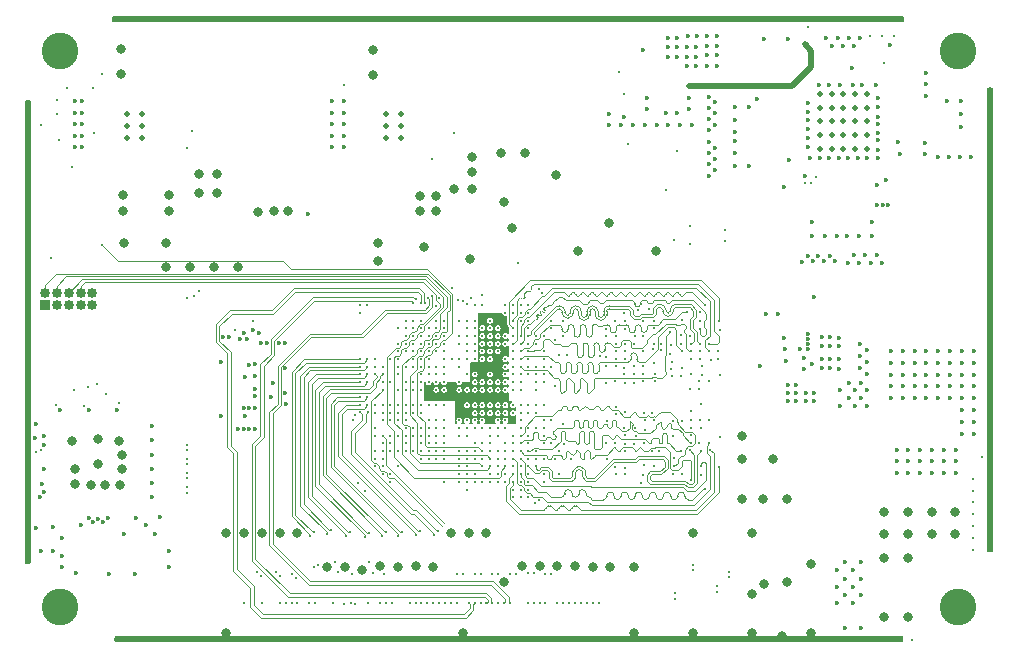
<source format=gbr>
%TF.GenerationSoftware,KiCad,Pcbnew,7.99.0-2419-g7f14b70ac3*%
%TF.CreationDate,2023-09-02T02:09:11+02:00*%
%TF.ProjectId,DQBSC,44514253-432e-46b6-9963-61645f706362,rev?*%
%TF.SameCoordinates,Original*%
%TF.FileFunction,Copper,L3,Inr*%
%TF.FilePolarity,Positive*%
%FSLAX46Y46*%
G04 Gerber Fmt 4.6, Leading zero omitted, Abs format (unit mm)*
G04 Created by KiCad (PCBNEW 7.99.0-2419-g7f14b70ac3) date 2023-09-02 02:09:11*
%MOMM*%
%LPD*%
G01*
G04 APERTURE LIST*
%TA.AperFunction,ComponentPad*%
%ADD10R,0.850000X0.850000*%
%TD*%
%TA.AperFunction,ComponentPad*%
%ADD11O,0.850000X0.850000*%
%TD*%
%TA.AperFunction,ComponentPad*%
%ADD12C,0.500000*%
%TD*%
%TA.AperFunction,ComponentPad*%
%ADD13C,3.100000*%
%TD*%
%TA.AperFunction,ViaPad*%
%ADD14C,0.300000*%
%TD*%
%TA.AperFunction,ViaPad*%
%ADD15C,0.800000*%
%TD*%
%TA.AperFunction,ViaPad*%
%ADD16C,0.360000*%
%TD*%
%TA.AperFunction,Conductor*%
%ADD17C,0.110000*%
%TD*%
%TA.AperFunction,Conductor*%
%ADD18C,0.100000*%
%TD*%
%TA.AperFunction,Conductor*%
%ADD19C,0.500000*%
%TD*%
G04 APERTURE END LIST*
D10*
%TO.N,Net-(J2-Pin_1)*%
%TO.C,J2*%
X60309281Y-102983614D03*
D11*
%TO.N,JTAG_TMS*%
X60309281Y-101983614D03*
%TO.N,GND*%
X61309281Y-102983614D03*
%TO.N,JTAG_TCK*%
X61309281Y-101983614D03*
%TO.N,GND*%
X62309281Y-102983614D03*
%TO.N,JTAG_TDO*%
X62309281Y-101983614D03*
%TO.N,Net-(J2-Pin_7)*%
X63309281Y-102983614D03*
%TO.N,JTAG_TDI*%
X63309281Y-101983614D03*
%TO.N,Net-(J2-Pin_9)*%
X64309281Y-102983614D03*
%TO.N,Net-(D2-K)*%
X64309281Y-101983614D03*
%TD*%
D12*
%TO.N,GND*%
%TO.C,U9*%
X67245000Y-86845000D03*
X67245000Y-87845000D03*
X67245000Y-88845000D03*
X68545000Y-86845000D03*
X68545000Y-87845000D03*
X68545000Y-88845000D03*
%TD*%
D13*
%TO.N,Net-(C4-Pad1)*%
%TO.C,H3*%
X61565481Y-81545014D03*
%TD*%
%TO.N,Net-(C3-Pad1)*%
%TO.C,H1*%
X137565481Y-81545014D03*
%TD*%
%TO.N,Net-(C5-Pad1)*%
%TO.C,H2*%
X61565481Y-128545014D03*
%TD*%
D12*
%TO.N,GND*%
%TO.C,U8*%
X125893462Y-85120028D03*
X125893462Y-86295028D03*
X125893462Y-87470028D03*
X125893462Y-88645028D03*
X125893462Y-89820028D03*
X126893462Y-85120028D03*
X126893462Y-86295028D03*
X126893462Y-87470028D03*
X126893462Y-88645028D03*
X126893462Y-89820028D03*
X127893462Y-85120028D03*
X127893462Y-86295028D03*
X127893462Y-87470028D03*
X127893462Y-88645028D03*
X127893462Y-89820028D03*
X128893462Y-85120028D03*
X128893462Y-86295028D03*
X128893462Y-87470028D03*
X128893462Y-88645028D03*
X128893462Y-89820028D03*
X129893462Y-85120028D03*
X129893462Y-86295028D03*
X129893462Y-87470028D03*
X129893462Y-88645028D03*
X129893462Y-89820028D03*
%TD*%
D13*
%TO.N,Net-(C6-Pad1)*%
%TO.C,H4*%
X137565481Y-128545014D03*
%TD*%
D12*
%TO.N,GND*%
%TO.C,U10*%
X89154000Y-86845000D03*
X89154000Y-87845000D03*
X89154000Y-88845000D03*
X90454000Y-86845000D03*
X90454000Y-87845000D03*
X90454000Y-88845000D03*
%TD*%
D14*
%TO.N,*%
X102520000Y-108230400D03*
%TO.N,GND*%
X140318681Y-120409414D03*
X58693462Y-96720028D03*
X88665481Y-128255014D03*
D15*
X66711000Y-83434000D03*
D14*
X62585000Y-91330400D03*
X114895000Y-110101400D03*
D16*
X128793462Y-98770028D03*
X116543462Y-92057528D03*
D14*
X96020000Y-108880400D03*
X104693462Y-78720028D03*
D16*
X129893462Y-110220028D03*
D14*
X72685081Y-131376614D03*
D16*
X122943462Y-106770028D03*
D14*
X58683081Y-92902214D03*
X140343462Y-108370028D03*
D16*
X126443462Y-80370028D03*
D14*
X58693462Y-101720028D03*
X92770000Y-112780400D03*
X71693462Y-78720028D03*
X62120000Y-84630400D03*
X111776400Y-106730000D03*
D15*
X88047000Y-81461000D03*
D14*
X140343462Y-104370028D03*
D16*
X130193462Y-99420028D03*
D14*
X117435000Y-105148400D03*
D15*
X95665481Y-130745014D03*
D16*
X134818462Y-90225028D03*
D14*
X140318681Y-114409414D03*
X89520000Y-111480400D03*
X103495000Y-105955400D03*
X91470000Y-107580400D03*
X101220000Y-104980400D03*
D15*
X125165481Y-124900514D03*
X137365481Y-120520028D03*
D14*
X100570000Y-108880400D03*
D16*
X135870000Y-90470400D03*
D15*
X108165481Y-125233014D03*
D14*
X96020000Y-116030400D03*
X140318681Y-117409414D03*
X99270000Y-110180400D03*
X140318681Y-122409414D03*
X92120000Y-108230400D03*
X140343462Y-101415014D03*
X140320000Y-85230400D03*
X129693462Y-131370028D03*
X140320000Y-89430400D03*
D15*
X115165481Y-122345014D03*
D14*
X58693462Y-97720028D03*
X88693462Y-131370028D03*
X99270000Y-111480400D03*
X106165481Y-128255014D03*
X96020000Y-107580400D03*
D15*
X121093462Y-119470028D03*
D16*
X129243462Y-99420028D03*
D14*
X90693462Y-78720028D03*
X97320000Y-113430400D03*
X58683081Y-93902214D03*
X91693462Y-78720028D03*
D16*
X61730962Y-124220028D03*
D14*
X108923000Y-83253014D03*
X138843462Y-120720028D03*
X97320000Y-109530400D03*
X132138591Y-80221514D03*
X58693462Y-122720028D03*
X58693462Y-98720028D03*
X122693462Y-78720028D03*
X97320000Y-112130400D03*
X58693462Y-117720028D03*
X86693462Y-131370028D03*
D16*
X124855962Y-98820028D03*
D15*
X137365481Y-122395014D03*
D14*
X114133000Y-105529400D03*
X80693462Y-131370028D03*
X110196000Y-109593400D03*
X140320000Y-86230400D03*
D16*
X128343462Y-80370028D03*
D15*
X96165481Y-122345014D03*
D14*
X116693462Y-131370028D03*
D15*
X106665481Y-125233014D03*
D14*
X88220000Y-114080400D03*
X123693462Y-78720028D03*
X95693462Y-78720028D03*
D16*
X79100000Y-106225000D03*
D14*
X87693462Y-131370028D03*
X131693462Y-131370028D03*
X117844700Y-97588400D03*
X58693462Y-120720028D03*
X101220000Y-103680400D03*
D16*
X127593462Y-111570028D03*
D14*
X127693462Y-131370028D03*
X90820000Y-114080400D03*
X115784000Y-107561400D03*
X92770000Y-108230400D03*
X58683081Y-86902214D03*
D15*
X115165481Y-130745014D03*
D16*
X117043462Y-90607528D03*
X124878462Y-106733429D03*
X136825000Y-90470400D03*
D14*
X96020000Y-104330400D03*
D15*
X66818462Y-115670028D03*
D14*
X138843462Y-121720028D03*
X119693462Y-131370028D03*
X58683081Y-90902214D03*
X90170000Y-106930400D03*
D16*
X128893462Y-110220028D03*
D14*
X101870000Y-113430400D03*
D15*
X96290481Y-99095014D03*
D14*
X101870000Y-108880400D03*
X99270000Y-114730400D03*
X108545000Y-109466400D03*
X129621481Y-78747814D03*
D15*
X97665481Y-122345014D03*
D16*
X127393462Y-80370028D03*
D14*
X132693462Y-131370028D03*
X130693462Y-131370028D03*
X93420000Y-104330400D03*
X140343462Y-107370028D03*
X140343462Y-112370028D03*
X85693462Y-78720028D03*
D15*
X92390481Y-98120014D03*
D14*
X102520000Y-116030400D03*
X114937279Y-105665169D03*
D15*
X131365481Y-129395014D03*
D14*
X125621481Y-78747814D03*
X118693462Y-131370028D03*
D16*
X117043462Y-87757528D03*
D14*
X114693462Y-78720028D03*
D15*
X64793462Y-116470028D03*
D14*
X124863462Y-79445014D03*
D16*
X70780962Y-123820028D03*
D14*
X79693462Y-78720028D03*
D16*
X126255962Y-99320028D03*
D14*
X89520000Y-117330400D03*
D15*
X66711000Y-81334000D03*
X123093462Y-126470028D03*
D14*
X108672000Y-107561400D03*
D15*
X88665481Y-125080400D03*
X102165481Y-125106014D03*
D14*
X140343462Y-105370028D03*
X58693462Y-107720028D03*
X87420000Y-118780400D03*
X99920000Y-107580400D03*
X117693462Y-78720028D03*
X103693462Y-131370028D03*
X140343462Y-90370028D03*
X109693462Y-131370028D03*
D15*
X108005000Y-96043000D03*
D14*
X140320000Y-88630400D03*
X96670000Y-117330400D03*
D16*
X77100000Y-113525000D03*
X124878462Y-105896627D03*
D14*
X72693462Y-78720028D03*
D16*
X62930962Y-125720028D03*
D15*
X65365481Y-118245014D03*
D14*
X94070000Y-114730400D03*
X140318681Y-123409414D03*
D16*
X129893462Y-106820028D03*
D14*
X92120000Y-112130400D03*
X91470000Y-104330400D03*
X97320000Y-111480400D03*
X95370000Y-109530400D03*
X140343462Y-92370028D03*
X109327626Y-103711393D03*
D15*
X62815481Y-118195014D03*
D16*
X131818462Y-80965028D03*
X126893462Y-81070028D03*
D14*
X96693462Y-131370028D03*
D15*
X66818462Y-116870028D03*
D14*
X89693462Y-78720028D03*
X96020000Y-110180400D03*
D16*
X124893462Y-106320028D03*
D14*
X97320000Y-114730400D03*
D16*
X131205962Y-94570028D03*
D14*
X68693462Y-78720028D03*
D16*
X128655962Y-82920028D03*
D14*
X58693462Y-95720028D03*
X92693462Y-131370028D03*
X86770000Y-118080400D03*
D15*
X100665481Y-125106014D03*
D16*
X134793462Y-89325028D03*
D14*
X99920000Y-105630400D03*
X86693462Y-78720028D03*
D15*
X105165481Y-125106014D03*
D16*
X124243462Y-106720028D03*
D14*
X90170000Y-108880400D03*
X99270000Y-108880400D03*
X113515481Y-97470014D03*
D15*
X88490481Y-97795014D03*
D14*
X99270000Y-117980400D03*
D15*
X110165481Y-125233014D03*
D14*
X58693462Y-102720028D03*
D15*
X99165210Y-126444400D03*
D16*
X130693462Y-98770028D03*
X82540000Y-95310400D03*
D14*
X130138591Y-80221514D03*
D16*
X69993462Y-120920028D03*
X128793462Y-81070028D03*
X75200000Y-112375000D03*
D15*
X110165481Y-130745014D03*
D16*
X127893462Y-81070028D03*
D14*
X58693462Y-116720028D03*
D16*
X80100000Y-106225000D03*
D14*
X107783000Y-105021400D03*
D16*
X129393462Y-109620028D03*
D14*
X140343462Y-100415014D03*
X97970000Y-114080400D03*
X97970000Y-113430400D03*
X113371000Y-107815400D03*
X92665481Y-128255014D03*
X58693462Y-112720028D03*
D16*
X131143462Y-99420028D03*
D14*
X87570000Y-103030400D03*
X95370000Y-110180400D03*
D15*
X85665481Y-125230400D03*
D14*
X89693462Y-131370028D03*
D16*
X78600000Y-106225000D03*
D15*
X64815481Y-114395014D03*
D16*
X117043462Y-89707528D03*
D14*
X104693462Y-131370028D03*
X95693462Y-131370028D03*
D15*
X119293462Y-114070028D03*
D16*
X138720000Y-90470400D03*
D15*
X125165481Y-130770028D03*
D14*
X116546000Y-109466400D03*
D16*
X129693462Y-98770028D03*
D15*
X133365481Y-129395014D03*
D16*
X124355962Y-99370028D03*
D14*
X124693462Y-131370028D03*
D16*
X65680962Y-125820028D03*
D14*
X140318681Y-121409414D03*
X86165481Y-128255014D03*
X116673000Y-107688400D03*
X88870000Y-112780400D03*
X100570000Y-103680400D03*
X58693462Y-99720028D03*
D15*
X133365481Y-122395014D03*
D14*
X94070000Y-110180400D03*
X76693462Y-131370028D03*
X58683081Y-91902214D03*
X123693462Y-131370028D03*
X104665481Y-128255014D03*
D16*
X125755962Y-98820028D03*
D15*
X93165481Y-125180400D03*
D14*
X113693462Y-131370028D03*
X58683081Y-85902214D03*
X77165481Y-128230400D03*
D15*
X122693462Y-131070028D03*
D14*
X140343462Y-93370028D03*
X58683081Y-87902214D03*
D16*
X129893462Y-107820028D03*
D14*
X58693462Y-100720028D03*
X117693462Y-131370028D03*
D15*
X99865481Y-96495014D03*
D14*
X105693462Y-78720028D03*
X140343462Y-110370028D03*
X138843462Y-119720028D03*
X70685081Y-131376614D03*
X83693462Y-131370028D03*
X99270000Y-117330400D03*
X93693462Y-131370028D03*
X140343462Y-102370028D03*
X100570000Y-113430400D03*
X100693462Y-131370028D03*
X94693462Y-131370028D03*
D15*
X88047000Y-83561000D03*
D14*
X120693462Y-131370028D03*
X58693462Y-119720028D03*
X101220000Y-118630400D03*
D16*
X63330962Y-121620028D03*
X126755962Y-98820028D03*
X60943462Y-123870028D03*
D14*
X138843462Y-123720028D03*
D16*
X129893462Y-108820028D03*
D14*
X58693462Y-109720028D03*
X94070000Y-112780400D03*
D16*
X117043462Y-85857528D03*
D15*
X123093462Y-119470028D03*
D14*
X83693462Y-78720028D03*
X108672000Y-106291400D03*
D16*
X120565481Y-85577528D03*
D14*
X94693462Y-78720028D03*
D15*
X84165481Y-125230400D03*
D14*
X140343462Y-113370028D03*
X87693462Y-78720028D03*
X58693462Y-103720028D03*
D15*
X135365481Y-122395014D03*
D14*
X85620000Y-84370400D03*
D15*
X131365481Y-120520028D03*
D14*
X101665481Y-128255014D03*
X60779281Y-99043614D03*
D16*
X67930962Y-125820028D03*
X116543462Y-91107528D03*
X116493462Y-89207528D03*
D14*
X120693462Y-78720028D03*
X75693462Y-131370028D03*
D16*
X77546846Y-108071846D03*
D14*
X102520000Y-114730400D03*
X140318681Y-116409414D03*
X77693462Y-78720028D03*
X82693462Y-131370028D03*
X98693462Y-131370028D03*
D15*
X88448623Y-99252496D03*
D14*
X92120000Y-114730400D03*
X81693462Y-78720028D03*
X131621481Y-78747814D03*
D16*
X117043462Y-86757528D03*
D14*
X115784000Y-103624400D03*
X75693462Y-78720028D03*
X97693462Y-131370028D03*
X140318681Y-119409414D03*
X108693462Y-131370028D03*
D16*
X128293462Y-99470028D03*
D14*
X108693462Y-78720028D03*
D16*
X69630962Y-122420028D03*
D14*
X93420000Y-110180400D03*
X86920000Y-103680400D03*
X140343462Y-103370028D03*
X94070000Y-108230400D03*
D16*
X132505962Y-89220028D03*
D14*
X110693462Y-131370028D03*
X140343462Y-109370028D03*
X101693462Y-131370028D03*
X88220000Y-111480400D03*
X102693462Y-131370028D03*
D15*
X70509481Y-99833014D03*
D16*
X128893462Y-111570028D03*
X123255962Y-90720028D03*
D14*
X64320000Y-84630400D03*
X97320000Y-110180400D03*
D16*
X137780000Y-90470400D03*
X124893462Y-105470028D03*
D14*
X91470000Y-114080400D03*
X90820000Y-111480400D03*
D15*
X105455000Y-98443000D03*
D14*
X73693462Y-78720028D03*
D16*
X116543462Y-88207528D03*
D14*
X90170000Y-104980400D03*
X97970000Y-104330400D03*
X108626800Y-112216400D03*
X111847000Y-104975900D03*
X90170000Y-106280400D03*
X78693462Y-131370028D03*
D16*
X121193462Y-80497528D03*
X134893462Y-84277528D03*
X134893462Y-83377528D03*
D14*
X78665481Y-128255014D03*
D16*
X129893462Y-111570028D03*
D14*
X99693462Y-78720028D03*
D15*
X112005000Y-98443000D03*
D14*
X66693462Y-78720028D03*
D15*
X135365481Y-120520028D03*
D16*
X130755962Y-94570028D03*
D14*
X140343462Y-111370028D03*
D16*
X120868462Y-108170028D03*
D14*
X58693462Y-114720028D03*
D15*
X119293462Y-119470028D03*
X103665481Y-125106014D03*
D14*
X138843462Y-122720028D03*
D15*
X62615481Y-114545014D03*
D14*
X103693462Y-78720028D03*
X92770000Y-114730400D03*
X67693462Y-78720028D03*
D15*
X76605481Y-99833014D03*
D14*
X70693462Y-78720028D03*
X69693462Y-78720028D03*
X115693462Y-78720028D03*
X83165481Y-128255014D03*
X101220000Y-117330400D03*
X105693462Y-131370028D03*
X112693462Y-78720028D03*
D16*
X124643462Y-92050028D03*
D14*
X99270000Y-112130400D03*
X74693462Y-78720028D03*
X93420000Y-108230400D03*
D15*
X120143462Y-127470028D03*
X133365481Y-124395014D03*
X75590481Y-122345014D03*
D14*
X98693462Y-78720028D03*
X109615481Y-89345014D03*
D16*
X66993462Y-122420028D03*
D15*
X87170000Y-125430400D03*
D14*
X61480000Y-89055400D03*
X92770000Y-107580400D03*
X92120000Y-106930400D03*
X99270000Y-103030400D03*
D15*
X90165481Y-125230400D03*
D14*
X67685081Y-131376614D03*
X96670000Y-114730400D03*
D15*
X75590481Y-130745014D03*
D14*
X61320000Y-86830400D03*
X106693462Y-131370028D03*
D16*
X122318462Y-103770028D03*
D14*
X58693462Y-104720028D03*
D16*
X116543462Y-87257528D03*
D14*
X88870000Y-109530400D03*
X111847000Y-107942400D03*
X122693462Y-131370028D03*
X140343462Y-94370028D03*
X116693462Y-78720028D03*
X100332219Y-99461752D03*
X93420000Y-114730400D03*
X113693462Y-78720028D03*
D15*
X120165481Y-130745014D03*
D14*
X93420000Y-112780400D03*
X114693462Y-131370028D03*
X100570000Y-109530400D03*
X101220000Y-112130400D03*
X99693462Y-131370028D03*
X89520000Y-107580400D03*
D16*
X128393462Y-109620028D03*
X131705962Y-94570028D03*
D14*
X68685081Y-131376614D03*
D15*
X80165481Y-122345014D03*
D14*
X99270000Y-103680400D03*
X97970000Y-114730400D03*
X100693462Y-78720028D03*
D15*
X119293462Y-116070028D03*
D14*
X140343462Y-106370028D03*
X101693462Y-78720028D03*
X96020000Y-112780400D03*
D16*
X70780962Y-125220028D03*
D14*
X117434996Y-108958400D03*
X97970000Y-107580400D03*
X92120000Y-111480400D03*
D15*
X133365481Y-120520028D03*
D16*
X116493462Y-85357528D03*
D14*
X139643462Y-115870028D03*
X97970000Y-117330400D03*
X130621481Y-78747814D03*
D16*
X61730962Y-125220028D03*
D14*
X58693462Y-110720028D03*
D15*
X91670000Y-125130400D03*
D14*
X100570000Y-116680400D03*
X101220000Y-107580400D03*
X95370000Y-117980400D03*
X99920000Y-114080400D03*
X99270000Y-115380400D03*
D16*
X79600000Y-109625000D03*
D14*
X90693462Y-131370028D03*
X102693462Y-78720028D03*
D15*
X131365481Y-124395014D03*
D14*
X131138591Y-80221514D03*
X140320000Y-87830400D03*
D16*
X116543462Y-90157528D03*
D14*
X58693462Y-115720028D03*
D16*
X68843462Y-121620028D03*
D14*
X140343462Y-95370028D03*
D16*
X127593462Y-110220028D03*
D14*
X107693462Y-78720028D03*
D16*
X78100000Y-113525000D03*
D14*
X131313462Y-82495014D03*
D15*
X72541481Y-99833014D03*
D14*
X84665481Y-128255014D03*
X91693462Y-131370028D03*
D16*
X125305962Y-99320028D03*
D14*
X82693462Y-78720028D03*
X58683081Y-88902214D03*
X99920000Y-116680400D03*
D16*
X122880000Y-93030400D03*
D14*
X109693462Y-78720028D03*
X111693462Y-78720028D03*
X117308000Y-106926400D03*
X69685081Y-131376614D03*
D16*
X129293462Y-80370028D03*
D14*
X121693462Y-78720028D03*
X126621481Y-78747814D03*
X128621481Y-78747814D03*
D15*
X121165481Y-126645014D03*
D14*
X88693462Y-78720028D03*
X121693462Y-131370028D03*
X102520000Y-111480400D03*
X100570000Y-118630400D03*
X77693462Y-131370028D03*
X93693462Y-78720028D03*
X117844700Y-96638400D03*
X61320000Y-85630400D03*
X140318681Y-115409414D03*
X91470000Y-108230400D03*
D16*
X129293462Y-107320028D03*
D14*
X91165481Y-128255014D03*
X140320000Y-87030400D03*
X133693462Y-131370028D03*
D16*
X116543462Y-86307528D03*
D14*
X59965481Y-87745014D03*
D16*
X61730962Y-122720028D03*
D14*
X80693462Y-78720028D03*
X124621481Y-78747814D03*
X107693462Y-131370028D03*
D15*
X81665481Y-122345014D03*
D14*
X138843462Y-117720028D03*
X127621481Y-78747814D03*
X111693462Y-131370028D03*
D15*
X131365481Y-122395014D03*
X94665481Y-122345014D03*
D16*
X80700000Y-111425000D03*
D14*
X78693462Y-78720028D03*
X76693462Y-78720028D03*
X107275000Y-107307400D03*
X89520000Y-112780400D03*
X79693462Y-131370028D03*
X71685081Y-131376614D03*
X84693462Y-131370028D03*
D15*
X121893462Y-116070028D03*
D14*
X58693462Y-113720028D03*
X97693462Y-78720028D03*
X115693462Y-131370028D03*
X90170000Y-111480400D03*
D15*
X64165481Y-118245014D03*
D14*
X58693462Y-121720028D03*
D15*
X74573481Y-99833014D03*
D16*
X129293462Y-108320028D03*
D14*
X140318681Y-118409414D03*
X113303000Y-106374200D03*
X132621481Y-78747814D03*
D15*
X66953481Y-97801014D03*
D14*
X110243000Y-105624200D03*
X91470000Y-113430400D03*
X58683081Y-94902214D03*
D16*
X80600000Y-106225000D03*
D14*
X65120000Y-83430400D03*
X112693462Y-131370028D03*
X58683081Y-89902214D03*
X92120000Y-107580400D03*
D15*
X77165481Y-122345014D03*
D14*
X58693462Y-111720028D03*
X106693462Y-78720028D03*
X96693462Y-78720028D03*
X92120000Y-110180400D03*
X115657000Y-109466400D03*
D16*
X129293462Y-106320028D03*
D14*
X97165481Y-128255014D03*
X81665481Y-128230400D03*
X110196000Y-108196400D03*
X110693462Y-78720028D03*
D15*
X66565481Y-114545014D03*
D14*
X58693462Y-124720028D03*
D16*
X127205962Y-99320028D03*
D14*
X90170000Y-110180400D03*
X119693462Y-78720028D03*
X58693462Y-123720028D03*
X94165481Y-128255014D03*
D16*
X117043462Y-91607528D03*
D14*
X58693462Y-108720028D03*
X109290481Y-85120014D03*
X99270000Y-108230400D03*
X99270000Y-112780400D03*
X58693462Y-105720028D03*
D16*
X80650000Y-108375000D03*
D14*
X80165481Y-128230400D03*
X95370000Y-112780400D03*
X84693462Y-78720028D03*
X118693462Y-78720028D03*
X99270000Y-109530400D03*
D16*
X134893462Y-85277528D03*
D15*
X78665481Y-122345014D03*
D14*
X92693462Y-78720028D03*
D15*
X66615481Y-118245014D03*
D14*
X98665481Y-128255014D03*
X138843462Y-118720028D03*
X97320000Y-112780400D03*
X66685081Y-131376614D03*
D15*
X62793462Y-116870028D03*
D14*
X100570000Y-112130400D03*
D16*
X129393462Y-110870028D03*
D14*
X74685081Y-131376614D03*
X81693462Y-131370028D03*
D15*
X120165481Y-122345014D03*
D14*
X73685081Y-131376614D03*
X91470000Y-111480400D03*
D15*
X70509481Y-97801014D03*
D14*
X95370000Y-108230400D03*
X58693462Y-118720028D03*
X101870000Y-112130400D03*
X58693462Y-106720028D03*
X85693462Y-131370028D03*
D16*
X128393462Y-110870028D03*
D14*
X140343462Y-91370028D03*
%TO.N,GBE0_MDI3_N*%
X72330962Y-118895028D03*
%TO.N,GBE0_MDI3_P*%
X72330962Y-118445028D03*
D16*
%TO.N,/IO/LED0*%
X64793462Y-121120028D03*
%TO.N,/IO/LED1*%
X64393462Y-121370028D03*
D14*
%TO.N,GBE0_MDI2_N*%
X72330962Y-117695028D03*
%TO.N,GBE0_MDI2_P*%
X72330962Y-117245028D03*
%TO.N,/MPU/VDDA_0P9*%
X97970000Y-108880400D03*
%TO.N,GBE0_MDI1_N*%
X72330962Y-116495028D03*
%TO.N,GBE0_MDI1_P*%
X72330962Y-116045028D03*
%TO.N,GBE0_MDI0_N*%
X72330962Y-115295028D03*
%TO.N,GBE0_MDI0_P*%
X72330962Y-114845028D03*
D16*
%TO.N,3.3V_SW*%
X115420981Y-82803014D03*
X137393462Y-116245028D03*
X133918462Y-108895028D03*
X128693462Y-84407528D03*
X134918462Y-110895028D03*
X115420981Y-82003014D03*
X136918462Y-109895028D03*
X133918462Y-106895028D03*
X131918462Y-109895028D03*
X127493462Y-90557528D03*
X130843462Y-85470028D03*
X129493462Y-84407528D03*
X115420981Y-81203014D03*
X138918462Y-112895028D03*
X133393462Y-117245028D03*
X137918462Y-113895028D03*
X137918462Y-110895028D03*
X138918462Y-111895028D03*
X130843462Y-90557528D03*
X125383462Y-102345028D03*
X134393462Y-116245028D03*
X124893462Y-89670028D03*
X138918462Y-113895028D03*
X113820981Y-81203014D03*
X132918462Y-110895028D03*
X117156481Y-82775014D03*
X123193462Y-80497528D03*
X135918462Y-106895028D03*
X127638838Y-84403766D03*
X135918462Y-107895028D03*
X133918462Y-109895028D03*
X133393462Y-115245028D03*
X138918462Y-109895028D03*
X132393462Y-115245028D03*
D14*
X112865481Y-93245014D03*
D16*
X136918462Y-107895028D03*
X116356481Y-81075014D03*
X134918462Y-106895028D03*
X131918462Y-107895028D03*
X135393462Y-117245028D03*
X130843462Y-87057528D03*
X117156481Y-80275014D03*
X122893462Y-105770028D03*
X113820981Y-82003014D03*
X131918462Y-108895028D03*
X136918462Y-110895028D03*
X136393462Y-117245028D03*
X116356481Y-81875014D03*
X113020981Y-80403014D03*
X115467481Y-80275014D03*
X113020981Y-82003014D03*
X137918462Y-109895028D03*
X124893462Y-88070028D03*
X136918462Y-108895028D03*
X136393462Y-116245028D03*
X131918462Y-110895028D03*
X130843462Y-87670028D03*
X135393462Y-116245028D03*
X129893462Y-90557528D03*
X125793462Y-84420028D03*
X124893462Y-87357528D03*
X138918462Y-107895028D03*
X114620981Y-81203014D03*
X137918462Y-107895028D03*
X113020981Y-81203014D03*
X134393462Y-115245028D03*
X137918462Y-112895028D03*
X129093462Y-90557528D03*
X117156481Y-81075014D03*
X131918462Y-106895028D03*
X137393462Y-117245028D03*
X137918462Y-108895028D03*
X116356481Y-82775014D03*
X132393462Y-116245028D03*
X116356481Y-80275014D03*
X117156481Y-81875014D03*
X130840643Y-89870028D03*
X124893462Y-85870028D03*
X114620981Y-82803014D03*
X114705481Y-80275014D03*
X134918462Y-108895028D03*
X135393462Y-115245028D03*
X121368462Y-103770028D03*
X126693462Y-84407528D03*
X136393462Y-115245028D03*
X128293462Y-90557528D03*
X126693462Y-90553941D03*
X132918462Y-108895028D03*
X138918462Y-108895028D03*
X135918462Y-110895028D03*
X135918462Y-109895028D03*
D14*
X114907200Y-96338400D03*
D16*
X130840643Y-89070028D03*
X136918462Y-106895028D03*
X137393462Y-115245028D03*
X132393462Y-117245028D03*
X134918462Y-107895028D03*
X133918462Y-107895028D03*
X134393462Y-117245028D03*
X124893462Y-86670028D03*
X130643462Y-84407528D03*
X132918462Y-109895028D03*
X124893462Y-88870028D03*
X133918462Y-110895028D03*
X125893462Y-90557528D03*
X137918462Y-111895028D03*
X132918462Y-106895028D03*
X138918462Y-110895028D03*
X137918462Y-106895028D03*
X135918462Y-108895028D03*
X130843462Y-86270028D03*
X134918462Y-109895028D03*
X113820981Y-80403014D03*
X130840643Y-88470028D03*
X133393462Y-116245028D03*
X114620981Y-82003014D03*
X125093462Y-90557528D03*
X132918462Y-107895028D03*
X138918462Y-106895028D03*
D14*
%TO.N,Net-(U3A-ZQ0)*%
X111440925Y-103375146D03*
%TO.N,I2C1_SCL*%
X89520000Y-114730400D03*
%TO.N,I2C1_SDA*%
X89520000Y-114080400D03*
%TO.N,I2C2_SCL*%
X90820000Y-115380400D03*
%TO.N,I2C2_SDA*%
X90170000Y-115380400D03*
%TO.N,I2C3_SCL*%
X90820000Y-114730400D03*
%TO.N,I2C3_SDA*%
X90170000Y-114080400D03*
%TO.N,Net-(U3A-ODT_CA_A)*%
X108672000Y-108196400D03*
%TO.N,Net-(U3A-ODT_CA_B)*%
X109439600Y-114045200D03*
%TO.N,UART2_TXD*%
X88870000Y-115380400D03*
X85640000Y-128340400D03*
%TO.N,UART2_RXD*%
X85125610Y-125573187D03*
%TO.N,UART1_TXD*%
X83045000Y-125180400D03*
%TO.N,UART1_RXD*%
X82665481Y-128255014D03*
X88220000Y-115380400D03*
D16*
%TO.N,/IO/ENET_2.5V_A*%
X69343462Y-115670028D03*
X69343462Y-119270028D03*
X69343462Y-116870028D03*
D14*
%TO.N,USB2_RX_N*%
X81556777Y-126147177D03*
%TO.N,USB2_RX_P*%
X81203223Y-125793623D03*
%TO.N,USB2_TX_N*%
X80186777Y-125987177D03*
%TO.N,USB2_TX_P*%
X79833223Y-125633623D03*
%TO.N,USB2_DP*%
X78263223Y-125633623D03*
D16*
%TO.N,VDD_1V*%
X61593462Y-111920028D03*
X69343462Y-113270028D03*
D14*
%TO.N,UART3_RXD*%
X84820000Y-124760400D03*
%TO.N,UART3_TXD*%
X83445000Y-125055400D03*
%TO.N,UART4_RXD*%
X88220000Y-116030400D03*
%TO.N,NVCC_DRAM_1V1*%
X111878000Y-112775200D03*
X100570000Y-112780400D03*
X101220000Y-117980400D03*
X109388800Y-117347200D03*
D16*
X128193462Y-97157528D03*
D14*
X114207000Y-117353000D03*
X113445000Y-117302200D03*
D16*
X129243462Y-97157528D03*
D14*
X111974000Y-108831400D03*
X115784000Y-104386400D03*
X100570000Y-104330400D03*
X115657000Y-110101400D03*
X107783000Y-108196400D03*
X101870000Y-110180400D03*
X112487600Y-106831600D03*
X101220000Y-114080400D03*
X101870000Y-116030400D03*
X109434000Y-107561400D03*
X101220000Y-106280400D03*
X114133000Y-106291400D03*
X99920000Y-112130400D03*
X107864800Y-116026400D03*
X111878500Y-116641800D03*
X109439600Y-112064000D03*
X113423146Y-114067054D03*
X112276600Y-115371800D03*
X113548400Y-115979600D03*
X111847000Y-104386400D03*
X101220000Y-108880400D03*
X114260000Y-104259400D03*
X107915600Y-112826000D03*
X101870000Y-106280400D03*
X113323912Y-108404900D03*
X101220000Y-108230400D03*
X100570000Y-117980400D03*
X107783000Y-105656400D03*
X110760400Y-118109200D03*
X99920000Y-110180400D03*
X110303200Y-114096000D03*
X109434000Y-104386400D03*
X101220000Y-104330400D03*
X110504387Y-103467404D03*
X101220000Y-114730400D03*
X109434000Y-109593400D03*
X115680200Y-114660600D03*
D16*
X130343462Y-95957528D03*
X130343462Y-97157528D03*
D14*
X113244000Y-107180400D03*
X101220000Y-116030400D03*
X115799033Y-111402882D03*
X99920000Y-111480400D03*
X112482000Y-106291400D03*
D16*
X132648462Y-90220028D03*
D14*
X107783000Y-109593400D03*
X115843000Y-117374200D03*
X113452800Y-112826000D03*
X115784000Y-106926400D03*
X108654088Y-111622900D03*
%TO.N,DRAM_DQ21*%
X99920000Y-119280400D03*
X111717800Y-115371800D03*
%TO.N,DRAM_DQ19*%
X103495000Y-116030400D03*
X108525200Y-114705600D03*
%TO.N,DRAM_DQ25*%
X117356600Y-116692600D03*
X99920000Y-117330400D03*
%TO.N,DRAM_DQ24*%
X116188200Y-118572200D03*
X100570000Y-117330400D03*
%TO.N,Net-(U1A-MIPI_VDD1)*%
X89520000Y-109530400D03*
%TO.N,DRAM_DQ26*%
X99920000Y-117980400D03*
X116594600Y-115270200D03*
%TO.N,DRAM_DQ28*%
X114969000Y-114660600D03*
X100570000Y-114730400D03*
%TO.N,DRAM_DQ27*%
X99920000Y-116030400D03*
X116543800Y-114660600D03*
%TO.N,DRAM_DQ30*%
X100570000Y-115380400D03*
X114969000Y-117824200D03*
%TO.N,DRAM_DQ15*%
X113244000Y-105275400D03*
X100570000Y-108230400D03*
%TO.N,DRAM_DQ12*%
X100570000Y-107580400D03*
X114260000Y-106926400D03*
%TO.N,DRAM_DQ14*%
X114672000Y-103580400D03*
X100570000Y-106930400D03*
%TO.N,DRAM_DQ11*%
X116546000Y-106926400D03*
X99920000Y-106280400D03*
%TO.N,DRAM_DQ9*%
X117339000Y-104342400D03*
X99920000Y-104980400D03*
%TO.N,DRAM_DQ10*%
X99920000Y-104330400D03*
X116546000Y-106291400D03*
%TO.N,DRAM_DQ4*%
X99920000Y-103680400D03*
X110958000Y-106926400D03*
%TO.N,DRAM_DQ6*%
X100570000Y-103030400D03*
X110958000Y-105656400D03*
%TO.N,DRAM_DQ22*%
X100570000Y-119280400D03*
X111032000Y-116540200D03*
%TO.N,DRAM_DQ23*%
X110963600Y-117429200D03*
X101220000Y-119280400D03*
%TO.N,DRAM_DQS3_P*%
X101220000Y-116680400D03*
X115832600Y-115371800D03*
%TO.N,DRAM_DM3*%
X100570000Y-116030400D03*
X115843000Y-116674200D03*
%TO.N,DRAMREF*%
X100570000Y-110180400D03*
%TO.N,DRAM_DQ13*%
X101220000Y-106930400D03*
X115022000Y-106926400D03*
%TO.N,DRAM_DM1*%
X100570000Y-106280400D03*
X115784000Y-105021400D03*
%TO.N,DRAM_DQS1_P*%
X101220000Y-105630400D03*
X115784000Y-106291400D03*
%TO.N,DRAM_DQ8*%
X100570000Y-105630400D03*
X116170000Y-103030400D03*
%TO.N,DRAM_DQ7*%
X110958000Y-104386400D03*
X101220000Y-103030400D03*
%TO.N,DRAM_DQS2_N*%
X101761000Y-119791400D03*
X110193800Y-114762200D03*
%TO.N,DRAM_DQS2_P*%
X102116600Y-119537400D03*
X109417100Y-115394300D03*
%TO.N,DRAM_DQS3_N*%
X114918200Y-115321000D03*
X101870000Y-116680400D03*
%TO.N,DRAM_nCS0_B*%
X101220000Y-113430400D03*
X111065200Y-112775200D03*
%TO.N,DRAM_CKE0_A*%
X101870000Y-109530400D03*
X110958000Y-109466400D03*
%TO.N,DRAM_DQS1_N*%
X101870000Y-105630400D03*
X115022000Y-106291400D03*
%TO.N,DRAM_DQS0_P*%
X102398564Y-101979764D03*
X109434000Y-106291400D03*
%TO.N,DRAM_DQS0_N*%
X110196000Y-106291400D03*
X102087436Y-101668636D03*
%TO.N,DRAM_DQ16*%
X103820000Y-117330400D03*
X108626800Y-117347200D03*
%TO.N,DRAM_DM2*%
X102520000Y-117330400D03*
X109439600Y-116788400D03*
%TO.N,DRAM_DQ18*%
X104795000Y-116030400D03*
X109388800Y-114756400D03*
%TO.N,PMIC_SCL*%
X90820000Y-113430400D03*
%TO.N,DRAM_nCS1_B*%
X110244600Y-113390600D03*
X102520000Y-114080400D03*
%TO.N,DRAM_CKE0_B*%
X111014400Y-112165600D03*
X102520000Y-112780400D03*
%TO.N,DRAM_CA0_A*%
X102520000Y-108880400D03*
X109307000Y-108323400D03*
%TO.N,DRAM_CA2_A*%
X104470000Y-107255400D03*
X114260000Y-108323400D03*
%TO.N,DRAM_DQ3*%
X102520000Y-105630400D03*
X108672000Y-106926400D03*
%TO.N,DRAM_DM0*%
X109434000Y-105021400D03*
X103170000Y-104980400D03*
%TO.N,DRAM_DQ1*%
X108672000Y-105656400D03*
X103170000Y-104330400D03*
%TO.N,DRAM_DQ17*%
X108576000Y-116686800D03*
X102520000Y-117980400D03*
%TO.N,DRAM_CA1_A*%
X102520000Y-109530400D03*
X109338000Y-108863600D03*
%TO.N,DRAM_CKE1_A*%
X103495000Y-109855400D03*
X111921000Y-109428200D03*
%TO.N,DRAM_CA5_A*%
X102520000Y-107580400D03*
X115911000Y-108958400D03*
%TO.N,DRAM_DQ2*%
X109434000Y-106926400D03*
X104145000Y-105630400D03*
%TO.N,DRAM_DQ0*%
X108545000Y-104386400D03*
X104145000Y-104330400D03*
%TO.N,Net-(U1K-PCIE2_RESREF)*%
X86920000Y-103030400D03*
D16*
%TO.N,Net-(L9-Pad1)*%
X126793462Y-106470028D03*
X127493462Y-108420028D03*
X127493462Y-106520028D03*
X126793462Y-108370028D03*
X126093462Y-105720028D03*
X126793462Y-105720028D03*
X126093462Y-108370028D03*
X126093462Y-106470028D03*
X127493462Y-107620028D03*
X126093462Y-107570028D03*
X127493462Y-105770028D03*
X126793462Y-107570028D03*
D14*
%TO.N,SPI1_MOSI*%
X88059603Y-125728030D03*
%TO.N,SPI2_SSO*%
X86286358Y-125796758D03*
%TO.N,UART4_TXD*%
X89520000Y-115380400D03*
%TO.N,QSPIA_CLE*%
X91470000Y-105630400D03*
%TO.N,SPI1_MISO*%
X88953443Y-125778717D03*
%TO.N,HDMI_TX3_P*%
X95665481Y-125780400D03*
%TO.N,PCIE2_RXN*%
X93165481Y-128255014D03*
%TO.N,SPI2_MISO*%
X87697277Y-124780400D03*
%TO.N,SPI2_SCLK*%
X86579507Y-128360400D03*
X88220000Y-116680400D03*
%TO.N,PCIE2_RXP*%
X93665481Y-128255014D03*
%TO.N,PCIE1_TXN*%
X96165481Y-128255014D03*
X92089500Y-102840400D03*
%TO.N,SPI1_SSO*%
X89670000Y-128230400D03*
X88870000Y-117330400D03*
%TO.N,PCIE1_TXP*%
X96665481Y-128255014D03*
X92477660Y-102808098D03*
%TO.N,HDMI_TX2_P*%
X96665481Y-125780400D03*
%TO.N,PCIE2_REF_CLKN*%
X94665481Y-128274553D03*
%TO.N,PCIE2_REF_CLKP*%
X95165481Y-128274553D03*
%TO.N,QSPIA_SCLK*%
X90820000Y-106930400D03*
%TO.N,Net-(U1B-ZQ_{slash}_ZQ_{slash}_ZQ)*%
X100570000Y-111480400D03*
%TO.N,NAND_DATA0*%
X90820000Y-106280400D03*
X76351481Y-105167014D03*
%TO.N,BT_DEV_WAKE*%
X90820000Y-105630400D03*
%TO.N,QSPIA_nSS0 *%
X72308000Y-102416000D03*
X91470000Y-106930400D03*
%TO.N,NAND_nCE3*%
X91470000Y-106280400D03*
%TO.N,NAND_DATA2*%
X91470000Y-104980400D03*
D16*
X77936782Y-105121575D03*
D14*
%TO.N,PCIE1_RXP*%
X91720000Y-102540400D03*
X97665481Y-128255014D03*
D16*
%TO.N,NAND_DATA1*%
X77100000Y-105421014D03*
D14*
X92120000Y-106280400D03*
%TO.N,SPI1_SCLK*%
X88870000Y-116030400D03*
X89170000Y-128230400D03*
D16*
%TO.N,NAND_DATA3*%
X75400000Y-105725000D03*
D14*
X92120000Y-105630400D03*
D16*
%TO.N,NAND_DATA5*%
X76780500Y-105929014D03*
D14*
X92120000Y-104980400D03*
%TO.N,USB1_SS_SEL*%
X92770000Y-106930400D03*
%TO.N,NAND_nREADY*%
X92770000Y-106280400D03*
%TO.N,NAND_nWP*%
X92770000Y-105630400D03*
%TO.N,SPI2_MOSI*%
X87665481Y-128255014D03*
X88870000Y-116680400D03*
%TO.N,GPIO15*%
X92120000Y-116030400D03*
%TO.N,NAND_nWE*%
X92770000Y-104980400D03*
%TO.N,PCIE1_REF_CLKP*%
X93082124Y-102272363D03*
X99665481Y-128255014D03*
%TO.N,NAND_DATA6*%
X93420000Y-106930400D03*
D16*
X77419500Y-105929014D03*
%TO.N,NAND_DATA4*%
X75900000Y-105725000D03*
D14*
X93420000Y-106280400D03*
%TO.N,SD2_nCD*%
X93420000Y-105630400D03*
%TO.N,GPIO13*%
X92770000Y-116030400D03*
%TO.N,GPIO14*%
X92770000Y-115380400D03*
%TO.N,SD2_CLK*%
X93420000Y-104980400D03*
%TO.N,SD1_CMD*%
X93397657Y-103084057D03*
D16*
X77600000Y-111725000D03*
D14*
%TO.N,SD1_CLK*%
X93683678Y-102432503D03*
%TO.N,NAND_DATA7*%
X94070000Y-106930400D03*
D16*
X78383481Y-105421014D03*
D14*
%TO.N,BT_HOST_WAKE*%
X94070000Y-106280400D03*
%TO.N,SD2_WP*%
X94070000Y-105630400D03*
%TO.N,HDMI_REFCLK_N*%
X98165481Y-125780400D03*
%TO.N,HDMI_REFCLK_P*%
X98665481Y-125780400D03*
%TO.N,GPIO11*%
X93420000Y-116030400D03*
%TO.N,GPIO12*%
X93420000Y-115380400D03*
%TO.N,SD2_CMD*%
X94070000Y-104980400D03*
%TO.N,ENET_MDIO*%
X94720000Y-107580400D03*
D16*
X59893462Y-119270028D03*
%TO.N,ENET_MDC*%
X60065481Y-118145014D03*
D14*
X94726595Y-101603748D03*
%TO.N,SD2_D1*%
X95370000Y-105630400D03*
%TO.N,HDMI_TX0_P*%
X99665481Y-125780400D03*
%TO.N,GPIO9*%
X94070000Y-116030400D03*
%TO.N,GPIO10*%
X94070000Y-115380400D03*
%TO.N,GPIO6*%
X95370000Y-116680400D03*
%TO.N,SD1_D4*%
X95246797Y-102594525D03*
%TO.N,ENET_TX_CTL*%
X95370000Y-107580400D03*
X61263462Y-111495014D03*
%TO.N,ENET_TD3*%
X95370000Y-106280400D03*
D16*
X59464769Y-114245726D03*
D14*
%TO.N,GPIO8*%
X95370000Y-115380400D03*
%TO.N,GPIO3*%
X95370000Y-117330400D03*
%TO.N,SD2_D3*%
X96020000Y-105630400D03*
%TO.N,SD2_D2*%
X96020000Y-104980400D03*
%TO.N,SD1_D5*%
X96020000Y-102961724D03*
%TO.N,SD1_D3*%
X95683466Y-102663995D03*
%TO.N,ENET_TD2*%
X96020000Y-106930400D03*
X59565481Y-115495014D03*
%TO.N,ENET_TD0*%
X96020000Y-106280400D03*
D16*
X59565481Y-113045014D03*
D14*
%TO.N,HDMI_TX1_P*%
X101665481Y-125730400D03*
%TO.N,GPIO4*%
X96020000Y-116680400D03*
%TO.N,ENET_TD1*%
X59989078Y-115270028D03*
X96670000Y-106280400D03*
%TO.N,SD2_nRST*%
X96670000Y-105630400D03*
%TO.N,CLK1_P*%
X96670000Y-104980400D03*
%TO.N,SD1_nRST*%
X96670000Y-103030400D03*
%TO.N,SD1_D6*%
X96377387Y-102436729D03*
%TO.N,JTAG_TCK*%
X97320000Y-116680400D03*
%TO.N,ENET_TXC*%
X96670000Y-106930400D03*
D16*
X60193462Y-114070028D03*
D14*
%TO.N,ENET_RXC*%
X97320000Y-106280400D03*
X62765481Y-110245014D03*
%TO.N,GPIO5*%
X96020000Y-115380400D03*
%TO.N,GPIO2*%
X96020000Y-117330400D03*
%TO.N,ENET_RX_CTL*%
X97320000Y-105630400D03*
X63965481Y-109945014D03*
%TO.N,CLK2_P*%
X97320000Y-104980400D03*
%TO.N,CLK1_N*%
X96670000Y-104330400D03*
%TO.N,SD1_STROBE*%
X97320000Y-103008014D03*
%TO.N,SD1_D7*%
X97330033Y-102184367D03*
%TO.N,JTAG_TDO*%
X97970000Y-116680400D03*
%TO.N,JTAG_nTRS*%
X97320000Y-115380400D03*
X65119800Y-97894800D03*
%TO.N,JTAG_MOD*%
X97970000Y-115380400D03*
%TO.N,ENET_RD0*%
X97320000Y-106930400D03*
X63593462Y-111545014D03*
%TO.N,ENET_RD2*%
X97970000Y-106280400D03*
X65474060Y-110553593D03*
%TO.N,ENET_RD1*%
X64665481Y-109695014D03*
X97970000Y-105630400D03*
%TO.N,CLK2_N*%
X97970000Y-104980400D03*
%TO.N,JTAG_TMS*%
X97970000Y-116030400D03*
%TO.N,BOOT_MODE1*%
X98620000Y-116030400D03*
%TO.N,QSPIA_IO1*%
X72892200Y-102212800D03*
%TO.N,Net-(U1H-TEST_MODE)*%
X98620000Y-115380400D03*
%TO.N,ENET_RD3*%
X66565481Y-111345014D03*
X97970000Y-106930400D03*
%TO.N,PMIC_ON_REQ*%
X98620000Y-106930400D03*
%TO.N,PMIC_STBY_REQ*%
X98620000Y-105630400D03*
%TO.N,JTAG_TDI*%
X99270000Y-116680400D03*
%TO.N,BOOT_MODE0*%
X99270000Y-116030400D03*
%TO.N,QSPIA_IO2*%
X73349400Y-101857200D03*
%TO.N,POR_B*%
X98620000Y-106280400D03*
%TO.N,ONOFF*%
X99270000Y-105630400D03*
%TO.N,/MPU/RTC_nRST*%
X99270000Y-106280400D03*
X113840481Y-89995014D03*
%TO.N,DRAM_DQ20*%
X99920000Y-118630400D03*
X110988354Y-114729646D03*
%TO.N,DRAM_DQ5*%
X111847000Y-106291400D03*
X99920000Y-103030400D03*
%TO.N,DRAM_nRST*%
X101220000Y-111480400D03*
X116551600Y-112724400D03*
%TO.N,/POWER/PMIC_ON*%
X64445000Y-88480000D03*
D16*
%TO.N,VIN*%
X125193462Y-107970028D03*
X128015481Y-127570028D03*
X129415481Y-130370028D03*
X129415481Y-124770028D03*
X123893462Y-111170028D03*
X125393462Y-110470028D03*
X128715481Y-125470028D03*
X127315481Y-128270028D03*
X123893462Y-110470028D03*
X128015481Y-124770028D03*
X125393462Y-111170028D03*
X123193462Y-109770028D03*
X129415481Y-126170028D03*
X128715481Y-126870028D03*
X129415481Y-127570028D03*
X127315481Y-126870028D03*
X128015481Y-126170028D03*
X123193462Y-111170028D03*
X124593462Y-108470028D03*
X123893462Y-109770028D03*
X124693462Y-111170028D03*
X128715481Y-128270028D03*
X124693462Y-110470028D03*
X124593462Y-107470028D03*
X123193462Y-110470028D03*
X122993462Y-107770028D03*
X128015481Y-130370028D03*
X127315481Y-125470028D03*
D14*
%TO.N,VDDA_1V8*%
X97320000Y-104330400D03*
X97320000Y-108230400D03*
X98620000Y-108230400D03*
X99270000Y-104330400D03*
X92770000Y-110180400D03*
X96670000Y-108230400D03*
X99920000Y-112780400D03*
X95370000Y-112130400D03*
D16*
X131465481Y-92395014D03*
D14*
%TO.N,DRAM_CA2_B*%
X114976800Y-112775200D03*
X101870000Y-115380400D03*
%TO.N,DRAM_nCS1_A*%
X110196000Y-108831400D03*
X101870000Y-108230400D03*
%TO.N,DRAM_CA5_B*%
X104268900Y-114762200D03*
X115789600Y-112724400D03*
%TO.N,DRAM_CA4_A*%
X115911000Y-108196400D03*
X102520000Y-106930400D03*
%TO.N,DRAM_CA4_B*%
X115840400Y-113435600D03*
X103820000Y-115380400D03*
%TO.N,DRAM_CA3_B*%
X114976800Y-113435600D03*
X103170000Y-114730400D03*
%TO.N,DRAM_CA0_B*%
X109338000Y-113384800D03*
X104145000Y-113105400D03*
%TO.N,DRAM_CA1_B*%
X102520000Y-113430400D03*
%TO.N,DRAM_CKE1_B*%
X103170000Y-112780400D03*
X111667000Y-112171400D03*
%TO.N,DRAM_nCS0_A*%
X110958000Y-108831400D03*
X103170000Y-108230400D03*
%TO.N,DRAM_CA3_A*%
X103820000Y-107255400D03*
X115022000Y-108831400D03*
%TO.N,VDD_PHY_0V9*%
X97970000Y-117980400D03*
X90820000Y-104980400D03*
X89520000Y-112130400D03*
X124613462Y-92645014D03*
X88870000Y-111480400D03*
X125563462Y-92195014D03*
X88870000Y-112130400D03*
X90820000Y-104330400D03*
X90170000Y-107580400D03*
X90170000Y-108230400D03*
X125163462Y-92645014D03*
X97320000Y-117980400D03*
X90820000Y-108230400D03*
X88220000Y-112130400D03*
%TO.N,VDD_PHY_1V8*%
X95989500Y-118660960D03*
X88220000Y-107580400D03*
D16*
X130755962Y-92810028D03*
D14*
X88870000Y-108230400D03*
%TO.N,NVCC_3V3*%
X90170000Y-116680400D03*
X94070000Y-107580400D03*
X91470000Y-115380400D03*
X96670000Y-116030400D03*
X92120000Y-115380400D03*
X89520000Y-117980400D03*
X88870000Y-114730400D03*
X98620000Y-116680400D03*
X94070000Y-117980400D03*
%TO.N,VDD_PHY_3V3*%
X90820000Y-112130400D03*
X90820000Y-112780400D03*
X92120000Y-104330400D03*
X91470000Y-112130400D03*
X90170000Y-112130400D03*
X90170000Y-112780400D03*
%TO.N,VDD_ARM_0V9*%
X92770000Y-108880400D03*
X92120000Y-108880400D03*
D15*
X73356000Y-93560000D03*
X73356000Y-91909000D03*
D14*
X94070000Y-108880400D03*
D15*
X74880000Y-91909000D03*
D14*
X90820000Y-110180400D03*
D15*
X70816000Y-95084000D03*
D14*
X93420000Y-108880400D03*
D15*
X66879000Y-93687000D03*
X66879000Y-95084000D03*
X74880000Y-93560000D03*
D14*
X90820000Y-109530400D03*
D15*
X70816000Y-93687000D03*
D14*
X92770000Y-109530400D03*
X91470000Y-109530400D03*
X92120000Y-109530400D03*
X93420000Y-109530400D03*
D15*
X80849000Y-95084000D03*
D14*
X91470000Y-110180400D03*
D15*
X78309000Y-95133000D03*
X79706000Y-95084000D03*
D14*
X94070000Y-109530400D03*
D16*
%TO.N,VDD_GPU_0V9*%
X118693462Y-86207528D03*
X118693462Y-87307528D03*
X119893462Y-86207528D03*
D14*
X93420000Y-113430400D03*
X92770000Y-114080400D03*
X94070000Y-113430400D03*
X94070000Y-114080400D03*
X92120000Y-113430400D03*
D16*
X118693462Y-88357528D03*
D14*
X93420000Y-114080400D03*
X92770000Y-113430400D03*
X92120000Y-114080400D03*
D15*
%TO.N,VDD_SOC_0V9*%
X96470000Y-90512000D03*
D14*
X96020000Y-111480400D03*
D15*
X93422000Y-95084000D03*
X96470000Y-93179000D03*
X92025000Y-93814000D03*
X94946000Y-93179000D03*
D14*
X96670000Y-108880400D03*
D15*
X93422000Y-93814000D03*
X92025000Y-95084000D03*
D14*
X96670000Y-109530400D03*
X94070000Y-111480400D03*
X93420000Y-111480400D03*
D15*
X103582000Y-92036000D03*
X98883000Y-90131000D03*
D14*
X96670000Y-112130400D03*
D15*
X100915000Y-90131000D03*
D14*
X92770000Y-111480400D03*
D15*
X99137000Y-94322000D03*
D14*
X96670000Y-112780400D03*
X96670000Y-111480400D03*
X96670000Y-110180400D03*
X96670000Y-113430400D03*
D15*
X96470000Y-91782000D03*
D14*
%TO.N,NVCC_SD1_1V8*%
X94070000Y-104330400D03*
D16*
%TO.N,VDD_VPU_0V9*%
X118693462Y-90157528D03*
D14*
X96020000Y-114080400D03*
X95370000Y-113430400D03*
X96020000Y-113430400D03*
D16*
X118693462Y-91257528D03*
X118693462Y-89107528D03*
D14*
X95370000Y-114080400D03*
D16*
X119893462Y-91257528D03*
D14*
%TO.N,NVCC_SD2*%
X95370000Y-104330400D03*
%TO.N,VDD_SNVS_0V9*%
X96670000Y-107580400D03*
D16*
%TO.N,NVCC_ENET_2V5*%
X60243462Y-116870028D03*
X63993462Y-111920028D03*
X66393462Y-111920028D03*
X63993462Y-121020028D03*
D14*
X97320000Y-107580400D03*
D16*
X60193462Y-114870028D03*
D14*
%TO.N,VDD_DRAM_0V9*%
X99920000Y-106930400D03*
X99920000Y-108230400D03*
X98620000Y-112130400D03*
X97970000Y-110180400D03*
X98620000Y-111480400D03*
D16*
X137843462Y-86857528D03*
D14*
X98620000Y-109530400D03*
X99920000Y-114730400D03*
X97970000Y-109530400D03*
X98620000Y-114080400D03*
X99920000Y-109530400D03*
X97970000Y-111480400D03*
D16*
X136643462Y-85757528D03*
X137843462Y-85757528D03*
D14*
X99920000Y-115380400D03*
X99270000Y-113430400D03*
X99920000Y-108880400D03*
D16*
X137843462Y-87907528D03*
D14*
X98620000Y-112780400D03*
X97970000Y-112130400D03*
X98620000Y-110180400D03*
X98620000Y-113430400D03*
%TO.N,NVCC_SNVS_3V3*%
X99270000Y-107580400D03*
%TO.N,USB1_TX_N*%
X92046777Y-122153623D03*
X87570000Y-111480400D03*
%TO.N,USB1_TX_P*%
X91693223Y-122507177D03*
X86920000Y-111480400D03*
%TO.N,USB1_RX_N*%
X93596777Y-122153623D03*
X87616097Y-112084303D03*
%TO.N,USB1_RX_P*%
X93243223Y-122507177D03*
X86966097Y-112084303D03*
%TO.N,USB1_DP*%
X86920000Y-110830400D03*
X90143223Y-122557177D03*
%TO.N,Net-(U1M-USB1_RESREF)*%
X86578131Y-112323939D03*
%TO.N,USB1_DN*%
X90496777Y-122203623D03*
X87570000Y-110830400D03*
%TO.N,Net-(U1M-USB2_RESREF)*%
X86396521Y-112744944D03*
%TO.N,USB1_VBUS*%
X88870000Y-110180400D03*
%TO.N,HDMI_SDA*%
X96020000Y-117980400D03*
%TO.N,HDMI_SCL*%
X96670000Y-117980400D03*
D16*
%TO.N,VDD_1V8*%
X77100000Y-111725000D03*
D14*
X110958000Y-108196400D03*
D16*
X78100000Y-108025000D03*
D14*
X107783000Y-107434400D03*
X115022000Y-107561400D03*
X77875481Y-104405014D03*
D16*
X110943000Y-81428000D03*
X77200000Y-112375000D03*
X127343462Y-97157528D03*
X126293462Y-97157528D03*
D14*
X111050980Y-113556192D03*
X107763200Y-114705600D03*
X117435000Y-114165400D03*
D16*
X77600000Y-113525000D03*
X76600000Y-113525000D03*
D14*
X117308000Y-107561400D03*
D16*
X125193462Y-95957528D03*
X125193462Y-97157528D03*
D14*
X114960757Y-114024897D03*
%TO.N,DRAM_DQ29*%
X101220000Y-115380400D03*
X114156200Y-115371800D03*
D16*
%TO.N,Net-(U4-VDDI)*%
X75211268Y-107875000D03*
%TO.N,Net-(U4-RCLK)*%
X78050000Y-110125000D03*
%TO.N,Net-(U4-NRST)*%
X78050000Y-110675000D03*
%TO.N,Net-(U4-CLK)*%
X78100000Y-111725000D03*
%TO.N,/IO/VDD1A*%
X67993462Y-121020028D03*
X69343462Y-114470028D03*
X69343462Y-118070028D03*
D14*
%TO.N,GPIO0*%
X97320000Y-116030400D03*
%TO.N,GPIO1*%
X96670000Y-115380400D03*
%TO.N,Net-(U9-COMP)*%
X72770000Y-88255400D03*
%TO.N,Net-(U10-VSNS)*%
X93041000Y-90639000D03*
%TO.N,Net-(U10-COMP)*%
X94946000Y-88480000D03*
%TO.N,Net-(U9-VSNS)*%
X72295000Y-89705400D03*
D16*
%TO.N,3.3V_SW_DELAYED*%
X113070981Y-87803014D03*
X111070981Y-87803014D03*
X125143462Y-82882528D03*
X85565481Y-88695014D03*
X77200000Y-109125000D03*
X59943462Y-123870028D03*
X62815481Y-89670014D03*
X85565481Y-89670014D03*
X115070981Y-87803014D03*
X62815481Y-88695014D03*
X84590481Y-88695014D03*
X110070981Y-87803014D03*
X124603462Y-80935028D03*
X59543462Y-121870028D03*
X62815481Y-86745014D03*
X84590481Y-87720014D03*
X84590481Y-89670014D03*
X108073661Y-87810622D03*
X63465481Y-86745014D03*
X62815481Y-85770014D03*
X62815481Y-87720014D03*
X79414310Y-110810690D03*
X85565481Y-87720014D03*
X111240481Y-86420014D03*
X114815481Y-86420014D03*
X111240481Y-85445014D03*
X113840481Y-86745014D03*
X85565481Y-85770014D03*
X63465481Y-85770014D03*
X80600000Y-110425000D03*
X114815481Y-85445014D03*
X109070981Y-87803014D03*
X109290481Y-87070014D03*
X114815481Y-84470014D03*
X78100000Y-109025000D03*
X108073661Y-86810622D03*
X112070981Y-87803014D03*
X84590481Y-86745014D03*
X85565481Y-86745014D03*
X112865481Y-86745014D03*
X63465481Y-88695014D03*
X114070981Y-87803014D03*
X63465481Y-87720014D03*
X84590481Y-85770014D03*
X63465481Y-89670014D03*
%TO.N,Net-(U5-REFCLK_SEL_0)*%
X65593462Y-121033228D03*
%TO.N,Net-(U5-REFCLK_SEL_1)*%
X65193462Y-121370028D03*
D14*
%TO.N,ENET_INT*%
X95370000Y-116030400D03*
D16*
%TO.N,ENET_NRST*%
X60943462Y-121770028D03*
D14*
%TO.N,DSI_D3_N*%
X87343223Y-122657177D03*
X86920000Y-109530400D03*
%TO.N,DSI_D1_N*%
X85743223Y-122607177D03*
X86920000Y-108880400D03*
%TO.N,DSI_D0_N*%
X84143223Y-122407177D03*
X86920000Y-108230400D03*
%TO.N,DSI_D2_N*%
X86920000Y-107580400D03*
X82743223Y-122607177D03*
%TO.N,DSI_D3_P*%
X87570000Y-109530400D03*
X87696777Y-122303623D03*
%TO.N,DSI_D1_P*%
X87570000Y-108880400D03*
X86096777Y-122253623D03*
%TO.N,DSI_D0_P*%
X87570000Y-108230400D03*
X84496777Y-122053623D03*
%TO.N,DSI_D2_P*%
X83096777Y-122253623D03*
X87570000Y-107580400D03*
%TO.N,DSI_CLK_N*%
X88843223Y-122607177D03*
X88220000Y-108880400D03*
%TO.N,DSI_CLK_P*%
X89196777Y-122253623D03*
X88870000Y-108880400D03*
%TO.N,USB2_DN*%
X78616777Y-125987177D03*
%TO.N,USB2_ID1*%
X80665481Y-128230400D03*
X88220000Y-113430400D03*
D16*
%TO.N,/IO/VDDMDIO*%
X60243462Y-118870028D03*
D14*
%TO.N,Net-(U1B-MTEST1_{slash}_MTEST1(ALERT_n)_{slash}_MTEST1)*%
X101870000Y-111480400D03*
%TO.N,DRAM_DQ31*%
X100570000Y-114080400D03*
X113511843Y-116680679D03*
%TO.N,/MPU/RTC_CLK*%
X114870000Y-97830400D03*
X98620000Y-104980400D03*
%TO.N,DRAM_CKB_P*%
X114239258Y-112810868D03*
%TO.N,DRAM_CKA_P*%
X113392835Y-108990434D03*
%TO.N,DRAM_CKB_N*%
X114992124Y-112012614D03*
%TO.N,DRAM_CKA_N*%
X114171165Y-108982028D03*
%TO.N,HDMI_AUX_P*%
X102665481Y-125780400D03*
%TO.N,HDMI_HDP*%
X98620000Y-117980400D03*
%TO.N,HDMI_CEC*%
X98620000Y-117330400D03*
%TO.N,HDMI_TX3_N*%
X95165481Y-125780400D03*
%TO.N,HDMI_TX2_N*%
X97165481Y-125780400D03*
%TO.N,HDMI_TX0_N*%
X100165481Y-125780400D03*
%TO.N,HDMI_TX1_N*%
X101165481Y-125730400D03*
%TO.N,HDMI_AUX_N*%
X103165481Y-125780400D03*
%TO.N,unconnected-(J1-eDP_TX3-{slash}LVDS_A_CK--PadA82)*%
X115165481Y-125020014D03*
%TO.N,unconnected-(J1-eDP_AUX+{slash}LVDS_I2C_CK-PadA83)*%
X115165481Y-125470014D03*
%TO.N,unconnected-(J1-GPI3-PadA85)*%
X113665481Y-127420014D03*
%TO.N,unconnected-(J1-RSVD-PadA86)*%
X113665481Y-127870014D03*
%TO.N,unconnected-(J1-PCIE_CLK_REF+-PadA88)*%
X118165481Y-125620014D03*
%TO.N,unconnected-(J1-PCIE_CLK_REF--PadA89)*%
X118165481Y-126070014D03*
%TO.N,unconnected-(J1-SPI_POWER-PadA91)*%
X117165481Y-126820014D03*
%TO.N,unconnected-(J1-SPI_MISO_(\u002A\u002A)-PadA92)*%
X117165481Y-127270014D03*
%TO.N,USB2_VBUS*%
X88870000Y-114080400D03*
X81165481Y-128255014D03*
%TO.N,Net-(U1L-MIPI_DSI_REXT)*%
X88220000Y-108230400D03*
%TO.N,unconnected-(J1-RSVD-PadB52)*%
X101165481Y-128255014D03*
%TO.N,unconnected-(J1-GPO1-PadB54)*%
X102165481Y-128255014D03*
%TO.N,unconnected-(J1-RSVD-PadB55)*%
X102665481Y-128255014D03*
%TO.N,unconnected-(J1-GPO2-PadB57)*%
X103665481Y-128255014D03*
%TO.N,unconnected-(J1-PCIE_RX3+-PadB58)*%
X104165481Y-128255014D03*
%TO.N,unconnected-(J1-GND(FIXED)-PadB60)*%
X105165481Y-128255014D03*
%TO.N,unconnected-(J1-PCIE_RX2+-PadB61)*%
X105665481Y-128255014D03*
%TO.N,unconnected-(J1-GPO3-PadB63)*%
X106665481Y-128255014D03*
%TO.N,unconnected-(J1-PCIE_RX1+-PadB64)*%
X107165481Y-128255014D03*
%TO.N,PCIE2_TXN*%
X91665481Y-128245332D03*
%TO.N,PCIE2_TXP*%
X92165481Y-128245332D03*
%TO.N,PCIE1_RXN*%
X91460000Y-102870900D03*
X98165481Y-128255014D03*
%TO.N,PCIE1_REF_CLKN*%
X99165481Y-128255014D03*
X92720000Y-102430400D03*
%TD*%
D17*
%TO.N,DRAM_DQ25*%
X99322600Y-118369000D02*
X99576600Y-118115000D01*
X117356600Y-118826200D02*
X115477000Y-120705800D01*
X99576600Y-117657800D02*
X99904000Y-117330400D01*
X99576600Y-118115000D02*
X99576600Y-117657800D01*
X115477000Y-120705800D02*
X100440200Y-120705800D01*
X100440200Y-120705800D02*
X99322600Y-119588200D01*
X99904000Y-117330400D02*
X99920000Y-117330400D01*
X99322600Y-119588200D02*
X99322600Y-118369000D01*
X117356600Y-116692600D02*
X117356600Y-118826200D01*
%TO.N,DRAM_DQ24*%
X110856679Y-119192101D02*
X110856679Y-119144858D01*
X107856679Y-119144876D02*
X107856679Y-119192101D01*
X110256679Y-119144858D02*
X110256679Y-119192101D01*
X115088974Y-119492101D02*
X114756679Y-119492101D01*
X111456679Y-119144858D02*
X111456679Y-119192101D01*
X106093206Y-118986938D02*
X106093206Y-118939713D01*
X113856679Y-119144858D02*
X113856679Y-119192101D01*
X114456679Y-119192101D02*
X114456679Y-119144858D01*
X112656679Y-119144858D02*
X112656679Y-119192101D01*
X109656679Y-119192101D02*
X109656679Y-119144858D01*
X100970022Y-118275400D02*
X100865000Y-118170378D01*
X103165830Y-119286938D02*
X102705092Y-118826200D01*
X116188200Y-118572200D02*
X116008875Y-118572200D01*
X100865000Y-117858206D02*
X100570000Y-117563206D01*
X116008875Y-118572200D02*
X115088974Y-119492101D01*
X106598369Y-119492101D02*
X106393206Y-119286938D01*
X102705092Y-118826200D02*
X102032167Y-118826200D01*
X105493206Y-118939713D02*
X105493206Y-118986938D01*
X103993206Y-119286938D02*
X103343206Y-119286938D01*
X104293206Y-118939713D02*
X104293206Y-118986938D01*
X108456679Y-119192101D02*
X108456679Y-119144876D01*
X102032167Y-118826200D02*
X101481367Y-118275400D01*
X106906679Y-119492101D02*
X106598369Y-119492101D01*
X100570000Y-117563206D02*
X100570000Y-117330400D01*
X113256679Y-119192101D02*
X113256679Y-119144858D01*
X103343206Y-119286938D02*
X103165830Y-119286938D01*
X101481367Y-118275400D02*
X100970022Y-118275400D01*
X107556679Y-119492101D02*
X106906679Y-119492101D01*
X109056679Y-119144858D02*
X109056679Y-119192101D01*
X100865000Y-118170378D02*
X100865000Y-117858206D01*
X104893206Y-118986938D02*
X104893206Y-118939713D01*
X112056679Y-119192101D02*
X112056679Y-119144858D01*
X112056679Y-119144858D02*
G75*
G03*
X111756679Y-118844921I-299979J-42D01*
G01*
X111756679Y-118844858D02*
G75*
G03*
X111456658Y-119144858I21J-300042D01*
G01*
X104893206Y-118939713D02*
G75*
G03*
X104593206Y-118639694I-300006J13D01*
G01*
X109056679Y-119192101D02*
G75*
G02*
X108756679Y-119492079I-299979J1D01*
G01*
X104593206Y-118639713D02*
G75*
G03*
X104293213Y-118939713I-6J-299987D01*
G01*
X107856679Y-119192101D02*
G75*
G02*
X107556679Y-119492079I-299979J1D01*
G01*
X108756679Y-119492101D02*
G75*
G02*
X108456699Y-119192101I21J300001D01*
G01*
X113256679Y-119144858D02*
G75*
G03*
X112956679Y-118844921I-299979J-42D01*
G01*
X108456679Y-119144876D02*
G75*
G03*
X108156679Y-118844921I-299979J-24D01*
G01*
X110856679Y-119144858D02*
G75*
G03*
X110556679Y-118844921I-299979J-42D01*
G01*
X110556679Y-118844858D02*
G75*
G03*
X110256658Y-119144858I21J-300042D01*
G01*
X114756679Y-119492101D02*
G75*
G02*
X114456699Y-119192101I21J300001D01*
G01*
X109956679Y-119492101D02*
G75*
G02*
X109656699Y-119192101I21J300001D01*
G01*
X109356679Y-118844858D02*
G75*
G03*
X109056658Y-119144858I21J-300042D01*
G01*
X113556679Y-119492101D02*
G75*
G02*
X113256699Y-119192101I21J300001D01*
G01*
X112656679Y-119192101D02*
G75*
G02*
X112356679Y-119492079I-299979J1D01*
G01*
X105793206Y-118639713D02*
G75*
G03*
X105493213Y-118939713I-6J-299987D01*
G01*
X104293206Y-118986938D02*
G75*
G02*
X103993206Y-119286906I-300006J38D01*
G01*
X106093206Y-118939713D02*
G75*
G03*
X105793206Y-118639694I-300006J13D01*
G01*
X106393206Y-119286938D02*
G75*
G02*
X106093162Y-118986938I-6J300038D01*
G01*
X113856679Y-119192101D02*
G75*
G02*
X113556679Y-119492079I-299979J1D01*
G01*
X108156679Y-118844876D02*
G75*
G03*
X107856676Y-119144876I21J-300024D01*
G01*
X114456679Y-119144858D02*
G75*
G03*
X114156679Y-118844921I-299979J-42D01*
G01*
X111156679Y-119492101D02*
G75*
G02*
X110856699Y-119192101I21J300001D01*
G01*
X112956679Y-118844858D02*
G75*
G03*
X112656658Y-119144858I21J-300042D01*
G01*
X111456679Y-119192101D02*
G75*
G02*
X111156679Y-119492079I-299979J1D01*
G01*
X110256679Y-119192101D02*
G75*
G02*
X109956679Y-119492079I-299979J1D01*
G01*
X105193206Y-119286938D02*
G75*
G02*
X104893162Y-118986938I-6J300038D01*
G01*
X114156679Y-118844858D02*
G75*
G03*
X113856658Y-119144858I21J-300042D01*
G01*
X105493206Y-118986938D02*
G75*
G02*
X105193206Y-119286906I-300006J38D01*
G01*
X109656679Y-119144858D02*
G75*
G03*
X109356679Y-118844921I-299979J-42D01*
G01*
X112356679Y-119492101D02*
G75*
G02*
X112056699Y-119192101I21J300001D01*
G01*
%TO.N,DRAM_DQ26*%
X102710902Y-120173549D02*
X102710902Y-120173548D01*
X115371872Y-120353696D02*
X116899400Y-118826168D01*
X105830755Y-120353696D02*
X115371872Y-120353696D01*
X99625000Y-118508206D02*
X99625000Y-119402594D01*
X100576102Y-120353696D02*
X102530755Y-120353696D01*
X116899400Y-115575000D02*
X116594600Y-115270200D01*
X99625000Y-119402594D02*
X100576102Y-120353696D01*
X103991049Y-119993401D02*
X104180755Y-119993401D01*
X104360902Y-120173548D02*
X104360902Y-120173549D01*
X103441049Y-120353696D02*
X103630755Y-120353696D01*
X105460902Y-120173548D02*
X105460902Y-120173549D01*
X102891049Y-119993401D02*
X103080755Y-119993401D01*
X99920000Y-117980400D02*
X99920000Y-118213206D01*
X105091049Y-119993401D02*
X105280755Y-119993401D01*
X103810902Y-120173549D02*
X103810902Y-120173548D01*
X103260902Y-120173548D02*
X103260902Y-120173549D01*
X105641049Y-120353696D02*
X105830755Y-120353696D01*
X104541049Y-120353696D02*
X104730755Y-120353696D01*
X104910902Y-120173549D02*
X104910902Y-120173548D01*
X116899400Y-118826168D02*
X116899400Y-115575000D01*
X99920000Y-118213206D02*
X99625000Y-118508206D01*
X104910902Y-120173548D02*
G75*
G02*
X105091049Y-119993402I180098J48D01*
G01*
X105280755Y-119993401D02*
G75*
G02*
X105460899Y-120173548I45J-180099D01*
G01*
X105460902Y-120173549D02*
G75*
G03*
X105641049Y-120353598I180098J49D01*
G01*
X103260902Y-120173549D02*
G75*
G03*
X103441049Y-120353598I180098J49D01*
G01*
X103630755Y-120353696D02*
G75*
G03*
X103810996Y-120173549I45J180196D01*
G01*
X102530755Y-120353696D02*
G75*
G03*
X102710996Y-120173549I45J180196D01*
G01*
X103080755Y-119993401D02*
G75*
G02*
X103260899Y-120173548I45J-180099D01*
G01*
X104180755Y-119993401D02*
G75*
G02*
X104360899Y-120173548I45J-180099D01*
G01*
X103810902Y-120173548D02*
G75*
G02*
X103991049Y-119993402I180098J48D01*
G01*
X104730755Y-120353696D02*
G75*
G03*
X104910996Y-120173549I45J180196D01*
G01*
X104360902Y-120173549D02*
G75*
G03*
X104541049Y-120353598I180098J49D01*
G01*
X102710902Y-120173548D02*
G75*
G02*
X102891049Y-119993402I180098J48D01*
G01*
%TO.N,DRAM_DQ28*%
X101730498Y-113755829D02*
X101803495Y-113725593D01*
X102203495Y-114422807D02*
X102243000Y-114424200D01*
X101643000Y-113924200D02*
X101644393Y-113884695D01*
X107151098Y-113368771D02*
X107224095Y-113399007D01*
X105864993Y-112910895D02*
X105895229Y-112837898D01*
X114293000Y-113874200D02*
X114293000Y-114024200D01*
X107224095Y-113399007D02*
X107263600Y-113400400D01*
X105463600Y-112950400D02*
X105463600Y-113200400D01*
X107393255Y-113399487D02*
X107448051Y-113376790D01*
X107489990Y-113334851D02*
X107512687Y-113280055D01*
X106263600Y-113200400D02*
X106264993Y-113239905D01*
X106263600Y-112950400D02*
X106263600Y-113200400D01*
X113261371Y-113061698D02*
X113291607Y-113134695D01*
X114929400Y-114660600D02*
X114969000Y-114660600D01*
X105895229Y-112837898D02*
X105951098Y-112782029D01*
X113324629Y-113386702D02*
X113380498Y-113442571D01*
X101555502Y-114392571D02*
X101611371Y-114336702D01*
X105495229Y-113312902D02*
X105551098Y-113368771D01*
X107763600Y-113100400D02*
X107793255Y-113101313D01*
X107937210Y-113334851D02*
X107979149Y-113376790D01*
X102904158Y-114157375D02*
X102983295Y-114157385D01*
X113493000Y-113474200D02*
X113893000Y-113474200D01*
X108424095Y-112751793D02*
X108463600Y-112750400D01*
X103501040Y-114067007D02*
X103474066Y-114038109D01*
X101674629Y-113811698D02*
X101730498Y-113755829D01*
X105063600Y-112950400D02*
X105064993Y-112910895D01*
X105703105Y-113399007D02*
X105776102Y-113368771D01*
X106503105Y-113399007D02*
X106576102Y-113368771D01*
X103531256Y-114219030D02*
X103531264Y-114140014D01*
X113291607Y-113134695D02*
X113293000Y-113174200D01*
X112061371Y-113386702D02*
X112061371Y-113146727D01*
X105776102Y-113368771D02*
X105831971Y-113312902D01*
X103310448Y-113751038D02*
X103340736Y-113677907D01*
X114293000Y-114024200D02*
X114929400Y-114660600D01*
X107537210Y-113165949D02*
X107579149Y-113124010D01*
X112694393Y-113472807D02*
X112924629Y-113242571D01*
X113293000Y-113174200D02*
X113293000Y-113274200D01*
X108463600Y-112750400D02*
X108503105Y-112751793D01*
X105462207Y-112910895D02*
X105463600Y-112950400D01*
X108664993Y-113239905D02*
X108695229Y-113312902D01*
X107363600Y-113400400D02*
X107393255Y-113399487D01*
X108751098Y-113368771D02*
X108831971Y-113368771D01*
X106264993Y-113239905D02*
X106295229Y-113312902D01*
X108263600Y-112950400D02*
X108264993Y-112910895D01*
X101955502Y-113755829D02*
X102011371Y-113811698D01*
X106663600Y-113200400D02*
X106663600Y-112950400D01*
X100570000Y-114730400D02*
X100876200Y-114424200D01*
X105464993Y-113239905D02*
X105495229Y-113312902D01*
X102044393Y-114263705D02*
X102074629Y-114336702D01*
X112461371Y-112961698D02*
X112461371Y-113280683D01*
X101641607Y-114263705D02*
X101643000Y-114224200D01*
X107062207Y-112910895D02*
X107063600Y-112950400D01*
X103368000Y-113649200D02*
X103616800Y-113400400D01*
X105624095Y-113399007D02*
X105663600Y-113400400D01*
X107912687Y-113220745D02*
X107914513Y-113280055D01*
X101803495Y-113725593D02*
X101843000Y-113724200D01*
X111554120Y-113851192D02*
X111932505Y-113472807D01*
X108695229Y-113312902D02*
X108751098Y-113368771D01*
X108503105Y-112751793D02*
X108576102Y-112782029D01*
X106695229Y-112837898D02*
X106751098Y-112782029D01*
X112332505Y-112875593D02*
X112405502Y-112905829D01*
X110128406Y-113691600D02*
X110315994Y-113691600D01*
X103445108Y-114347852D02*
X103474065Y-114320952D01*
X105663600Y-113400400D02*
X105703105Y-113399007D01*
X103191223Y-114320950D02*
X103220144Y-114347887D01*
X107512687Y-113280055D02*
X107514513Y-113220745D01*
X102011371Y-113811698D02*
X102041607Y-113884695D01*
X108295229Y-112837898D02*
X108351098Y-112782029D01*
X112405502Y-112905829D02*
X112461371Y-112961698D01*
X105031971Y-113312902D02*
X105062207Y-113239905D01*
X103531264Y-114140014D02*
X103501040Y-114067007D01*
X106663600Y-112950400D02*
X106664993Y-112910895D01*
X107514513Y-113220745D02*
X107537210Y-113165949D01*
X106103105Y-112751793D02*
X106176102Y-112782029D01*
X108662207Y-112910895D02*
X108663600Y-112950400D01*
X105463600Y-113200400D02*
X105464993Y-113239905D01*
X105431971Y-112837898D02*
X105462207Y-112910895D01*
X108351098Y-112782029D02*
X108424095Y-112751793D01*
X103340754Y-113903319D02*
X103310454Y-113830193D01*
X109949600Y-113512794D02*
X110128406Y-113691600D01*
X112461371Y-113280683D02*
X112653495Y-113472807D01*
X113294393Y-113313705D02*
X113324629Y-113386702D01*
X102043000Y-113924200D02*
X102043000Y-114224200D01*
X106424095Y-113399007D02*
X106463600Y-113400400D01*
X106751098Y-112782029D02*
X106824095Y-112751793D01*
X105063600Y-113200400D02*
X105063600Y-112950400D01*
X108231971Y-113312902D02*
X108262207Y-113239905D01*
X106576102Y-113368771D02*
X106631971Y-113312902D01*
X106463600Y-113400400D02*
X106503105Y-113399007D01*
X107663600Y-113100400D02*
X107763600Y-113100400D01*
X106295229Y-113312902D02*
X106351098Y-113368771D01*
X111932505Y-113472807D02*
X112005502Y-113442571D01*
X101643000Y-114224200D02*
X101643000Y-113924200D01*
X109820020Y-112811426D02*
X110104194Y-113095600D01*
X109949600Y-113268406D02*
X109949600Y-113512794D01*
X103220144Y-114347887D02*
X103293133Y-114378102D01*
X107064993Y-113239905D02*
X107095229Y-113312902D01*
X108576102Y-112782029D02*
X108631971Y-112837898D01*
X105062207Y-113239905D02*
X105063600Y-113200400D01*
X109504194Y-113679800D02*
X109791692Y-113392302D01*
X105303105Y-112751793D02*
X105376102Y-112782029D01*
X105863600Y-112950400D02*
X105864993Y-112910895D01*
X102130498Y-114392571D02*
X102203495Y-114422807D01*
X100876200Y-114424200D02*
X101443000Y-114424200D01*
X106262207Y-112910895D02*
X106263600Y-112950400D01*
X106976102Y-112782029D02*
X107031971Y-112837898D01*
X107848051Y-113124010D02*
X107889990Y-113165949D01*
X108663600Y-113200400D02*
X108664993Y-113239905D01*
X107448051Y-113376790D02*
X107489990Y-113334851D01*
X105095229Y-112837898D02*
X105151098Y-112782029D01*
X103085159Y-114214883D02*
X103191223Y-114320950D01*
X106231971Y-112837898D02*
X106262207Y-112910895D01*
X107263600Y-113400400D02*
X107363600Y-113400400D01*
X109791692Y-113392302D02*
X109791692Y-112811426D01*
X108176102Y-113368771D02*
X108231971Y-113312902D01*
X102041607Y-113884695D02*
X102043000Y-113924200D01*
X108264993Y-112910895D02*
X108295229Y-112837898D01*
X105862207Y-113239905D02*
X105863600Y-113200400D01*
X107793255Y-113101313D02*
X107848051Y-113124010D01*
X106024095Y-112751793D02*
X106063600Y-112750400D01*
X103293133Y-114378102D02*
X103372129Y-114378090D01*
X106863600Y-112750400D02*
X106903105Y-112751793D01*
X107063600Y-113200400D02*
X107064993Y-113239905D01*
X112924629Y-113242571D02*
X112924629Y-113183469D01*
X109143000Y-113679800D02*
X109504194Y-113679800D01*
X105376102Y-112782029D02*
X105431971Y-112837898D01*
X106176102Y-112782029D02*
X106231971Y-112837898D01*
X103474066Y-114038109D02*
X103368001Y-113932043D01*
X101843000Y-113724200D02*
X101882505Y-113725593D01*
X110104194Y-113095600D02*
X110104194Y-113113812D01*
X107633945Y-113101313D02*
X107663600Y-113100400D01*
X104976102Y-113368771D02*
X105031971Y-113312902D01*
X106063600Y-112750400D02*
X106103105Y-112751793D01*
X105951098Y-112782029D02*
X106024095Y-112751793D01*
X105831971Y-113312902D02*
X105862207Y-113239905D01*
X106662207Y-113239905D02*
X106663600Y-113200400D01*
X107063600Y-112950400D02*
X107063600Y-113200400D01*
X109791692Y-112811426D02*
X109820020Y-112811426D01*
X106903105Y-112751793D02*
X106976102Y-112782029D01*
X102043000Y-114224200D02*
X102044393Y-114263705D01*
X102983295Y-114157385D02*
X103056403Y-114187680D01*
X105863600Y-113200400D02*
X105863600Y-112950400D01*
X105151098Y-112782029D02*
X105224095Y-112751793D01*
X105064993Y-112910895D02*
X105095229Y-112837898D01*
X103310454Y-113830193D02*
X103310448Y-113751038D01*
X104863600Y-113400400D02*
X104903105Y-113399007D01*
X110475586Y-113851192D02*
X111554120Y-113851192D01*
X102802316Y-114214884D02*
X102831041Y-114187651D01*
X103368001Y-113932043D02*
X103340754Y-113903319D01*
X108263600Y-113200400D02*
X108263600Y-112950400D01*
X108831971Y-113368771D02*
X109143000Y-113679800D01*
X106664993Y-112910895D02*
X106695229Y-112837898D01*
X107579149Y-113124010D02*
X107633945Y-113101313D01*
X107095229Y-113312902D02*
X107151098Y-113368771D01*
X102074629Y-114336702D02*
X102130498Y-114392571D01*
X103474065Y-114320952D02*
X103501015Y-114292030D01*
X102831041Y-114187651D02*
X102904158Y-114157375D01*
X105224095Y-112751793D02*
X105263600Y-112750400D01*
X101482505Y-114422807D02*
X101555502Y-114392571D01*
X101882505Y-113725593D02*
X101955502Y-113755829D01*
X107889990Y-113165949D02*
X107912687Y-113220745D01*
X108631971Y-112837898D02*
X108662207Y-112910895D01*
X103340736Y-113677907D02*
X103368000Y-113649200D01*
X110104194Y-113113812D02*
X109949600Y-113268406D01*
X113893000Y-113474200D02*
X114293000Y-113874200D01*
X110315994Y-113691600D02*
X110475586Y-113851192D01*
X106631971Y-113312902D02*
X106662207Y-113239905D01*
X101644393Y-113884695D02*
X101674629Y-113811698D01*
X113380498Y-113442571D02*
X113453495Y-113472807D01*
X112005502Y-113442571D02*
X112061371Y-113386702D01*
X113132505Y-112975593D02*
X113205502Y-113005829D01*
X108103105Y-113399007D02*
X108176102Y-113368771D01*
X113453495Y-113472807D02*
X113493000Y-113474200D01*
X108033945Y-113399487D02*
X108063600Y-113400400D01*
X105551098Y-113368771D02*
X105624095Y-113399007D01*
X104903105Y-113399007D02*
X104976102Y-113368771D01*
X113293000Y-113274200D02*
X113294393Y-113313705D01*
X108663600Y-112950400D02*
X108663600Y-113200400D01*
X106824095Y-112751793D02*
X106863600Y-112750400D01*
X112061371Y-113146727D02*
X112332505Y-112875593D01*
X105263600Y-112750400D02*
X105303105Y-112751793D01*
X107914513Y-113280055D02*
X107937210Y-113334851D01*
X101443000Y-114424200D02*
X101482505Y-114422807D01*
X108063600Y-113400400D02*
X108103105Y-113399007D01*
X113205502Y-113005829D02*
X113261371Y-113061698D01*
X103501015Y-114292030D02*
X103531256Y-114219030D01*
X107031971Y-112837898D02*
X107062207Y-112910895D01*
X102593000Y-114424200D02*
X102802316Y-114214884D01*
X112924629Y-113183469D02*
X113132505Y-112975593D01*
X101611371Y-114336702D02*
X101641607Y-114263705D01*
X107979149Y-113376790D02*
X108033945Y-113399487D01*
X112653495Y-113472807D02*
X112694393Y-113472807D01*
X106351098Y-113368771D02*
X106424095Y-113399007D01*
X103372129Y-114378090D02*
X103445108Y-114347852D01*
X103056403Y-114187680D02*
X103085159Y-114214883D01*
X102243000Y-114424200D02*
X102593000Y-114424200D01*
X103616800Y-113400400D02*
X104863600Y-113400400D01*
X108262207Y-113239905D02*
X108263600Y-113200400D01*
%TO.N,DRAM_DQ27*%
X100632194Y-118275400D02*
X100441396Y-118275400D01*
X116299600Y-115534000D02*
X116594600Y-115829000D01*
X101650512Y-119242400D02*
X101333512Y-118925400D01*
X101173687Y-118925400D02*
X101169430Y-118929657D01*
X100275000Y-116324200D02*
X99981200Y-116030400D01*
X101333512Y-118925400D02*
X101173687Y-118925400D01*
X100275000Y-118109004D02*
X100275000Y-116324200D01*
X99981200Y-116030400D02*
X99920000Y-116030400D01*
X101169430Y-118929657D02*
X101102063Y-118929657D01*
X116299600Y-114904800D02*
X116299600Y-115534000D01*
X115205025Y-119972569D02*
X106569655Y-119972569D01*
X106297420Y-119700334D02*
X102806577Y-119700334D01*
X116594600Y-118582994D02*
X115205025Y-119972569D01*
X116543800Y-114660600D02*
X116299600Y-114904800D01*
X100865000Y-118692594D02*
X100865000Y-118508206D01*
X101102063Y-118929657D02*
X100865000Y-118692594D01*
X100865000Y-118508206D02*
X100632194Y-118275400D01*
X102806577Y-119700334D02*
X102348643Y-119242400D01*
X106569655Y-119972569D02*
X106297420Y-119700334D01*
X100441396Y-118275400D02*
X100275000Y-118109004D01*
X116594600Y-115829000D02*
X116594600Y-118582994D01*
X102348643Y-119242400D02*
X101650512Y-119242400D01*
%TO.N,DRAM_DQ30*%
X105905502Y-116043771D02*
X105761371Y-116043771D01*
X103161371Y-115987902D02*
X103105502Y-116043771D01*
X105761371Y-116043771D02*
X105593000Y-115875400D01*
X110343000Y-115401400D02*
X110308420Y-115400247D01*
X113384779Y-116975179D02*
X113202000Y-116792400D01*
X105353495Y-115276793D02*
X105280498Y-115307029D01*
X103191607Y-115914905D02*
X103161371Y-115987902D01*
X103393000Y-115675400D02*
X103353495Y-115676793D01*
X113202000Y-115483200D02*
X112770200Y-115051400D01*
X108527580Y-115052553D02*
X108493000Y-115051400D01*
X114868000Y-116099200D02*
X114318000Y-116099200D01*
X106553495Y-116074007D02*
X106480498Y-116043771D01*
X104411371Y-115496188D02*
X104411371Y-115866131D01*
X114193000Y-116625179D02*
X113843000Y-116975179D01*
X105593000Y-115875400D02*
X105593000Y-115516298D01*
X104130498Y-116043771D02*
X104074629Y-115987902D01*
X112770200Y-115051400D02*
X111966994Y-115051400D01*
X103280498Y-115707029D02*
X103224629Y-115762898D01*
X110308420Y-115400247D02*
X110244524Y-115373780D01*
X108591476Y-115149876D02*
X108591476Y-115079020D01*
X108591476Y-115079020D02*
X108527580Y-115052553D01*
X104963345Y-115674487D02*
X104908549Y-115651790D01*
X103843000Y-115675400D02*
X103393000Y-115675400D01*
X103955502Y-115707029D02*
X103882505Y-115676793D01*
X111422800Y-115249606D02*
X111422800Y-115295504D01*
X110658420Y-115052553D02*
X110594524Y-115079020D01*
X104411371Y-115866131D02*
X104203495Y-116074007D01*
X106824629Y-115802873D02*
X106553495Y-116074007D01*
X100865000Y-115675400D02*
X100570000Y-115380400D01*
X109993000Y-115051400D02*
X109193000Y-115051400D01*
X103105502Y-116043771D02*
X103032505Y-116074007D01*
X110594524Y-115149876D02*
X110343000Y-115401400D01*
X108877580Y-115400247D02*
X108843000Y-115401400D01*
X104203495Y-116074007D02*
X104130498Y-116043771D01*
X105224629Y-115362898D02*
X105224629Y-115413203D01*
X110244524Y-115373780D02*
X110244524Y-115302924D01*
X103194393Y-115835895D02*
X103191607Y-115914905D01*
X108941476Y-115302924D02*
X108941476Y-115373780D01*
X104074629Y-115987902D02*
X104044393Y-115914905D01*
X111595606Y-115076800D02*
X111422800Y-115249606D01*
X105961371Y-115987902D02*
X105905502Y-116043771D01*
X110693000Y-115051400D02*
X110658420Y-115052553D01*
X114993000Y-116224200D02*
X114868000Y-116099200D01*
X110594524Y-115079020D02*
X110594524Y-115149876D01*
X104041607Y-115835895D02*
X104011371Y-115762898D01*
X113202000Y-116792400D02*
X113202000Y-115483200D01*
X108843000Y-115401400D02*
X108591476Y-115149876D01*
X102761371Y-115762898D02*
X102705502Y-115707029D01*
X104508549Y-115399010D02*
X104411371Y-115496188D01*
X104908549Y-115651790D02*
X104866610Y-115609851D01*
X114318000Y-116099200D02*
X114193000Y-116224200D01*
X103224629Y-115762898D02*
X103194393Y-115835895D01*
X102632505Y-115676793D02*
X102593000Y-115675400D01*
X106193000Y-115275400D02*
X105961371Y-115507029D01*
X105224629Y-115413203D02*
X104963345Y-115674487D01*
X109193000Y-115051400D02*
X108941476Y-115302924D01*
X114193000Y-116224200D02*
X114193000Y-116625179D01*
X102791607Y-115835895D02*
X102761371Y-115762898D01*
X113843000Y-116975179D02*
X113384779Y-116975179D01*
X104011371Y-115762898D02*
X103955502Y-115707029D01*
X104044393Y-115914905D02*
X104041607Y-115835895D01*
X106424629Y-115987902D02*
X106424629Y-115468917D01*
X102880498Y-116043771D02*
X102824629Y-115987902D01*
X106424629Y-115468917D02*
X106232505Y-115276793D01*
X102953495Y-116074007D02*
X102880498Y-116043771D01*
X102993000Y-116075400D02*
X102953495Y-116074007D01*
X108941476Y-115373780D02*
X108877580Y-115400247D01*
X104563345Y-115376313D02*
X104508549Y-115399010D01*
X102794393Y-115914905D02*
X102791607Y-115835895D01*
X111941594Y-115076800D02*
X111595606Y-115076800D01*
X111015380Y-115373780D02*
X110693000Y-115051400D01*
X114993000Y-117800200D02*
X114993000Y-116224200D01*
X103353495Y-115676793D02*
X103280498Y-115707029D01*
X106824629Y-115762898D02*
X106824629Y-115802873D01*
X106480498Y-116043771D02*
X106424629Y-115987902D01*
X107837371Y-115707029D02*
X106880498Y-115707029D01*
X110244524Y-115302924D02*
X109993000Y-115051400D01*
X111966994Y-115051400D02*
X111941594Y-115076800D01*
X105280498Y-115307029D02*
X105224629Y-115362898D01*
X102705502Y-115707029D02*
X102632505Y-115676793D01*
X104796883Y-115609851D02*
X104563345Y-115376313D01*
X104866610Y-115609851D02*
X104796883Y-115609851D01*
X102824629Y-115987902D02*
X102794393Y-115914905D01*
X105961371Y-115507029D02*
X105961371Y-115987902D01*
X106232505Y-115276793D02*
X106193000Y-115275400D01*
X102593000Y-115675400D02*
X100865000Y-115675400D01*
X111422800Y-115295504D02*
X111344524Y-115373780D01*
X106880498Y-115707029D02*
X106824629Y-115762898D01*
X108493000Y-115051400D02*
X107837371Y-115707029D01*
X103032505Y-116074007D02*
X102993000Y-116075400D01*
X105593000Y-115516298D02*
X105353495Y-115276793D01*
X114969000Y-117824200D02*
X114993000Y-117800200D01*
X111344524Y-115373780D02*
X111015380Y-115373780D01*
X103882505Y-115676793D02*
X103843000Y-115675400D01*
%TO.N,DRAM_DQ15*%
X106188072Y-109575749D02*
X105782114Y-109169791D01*
X112894000Y-108812800D02*
X112538400Y-109168400D01*
X103859400Y-110187568D02*
X103859400Y-109449400D01*
X106259780Y-110440010D02*
X106188072Y-110387906D01*
X104392853Y-110170630D02*
X104096080Y-110467403D01*
X112538400Y-109168400D02*
X112078394Y-109168400D01*
X105064072Y-110387906D02*
X105064072Y-109575749D01*
X112078394Y-109168400D02*
X112043194Y-109133200D01*
X103859400Y-109449400D02*
X103858009Y-109405114D01*
X105135780Y-110440010D02*
X105064072Y-110387906D01*
X111662006Y-109168400D02*
X106831044Y-109168400D01*
X105220080Y-110467403D02*
X105135780Y-110440010D01*
X103778578Y-109249222D02*
X103706922Y-109197161D01*
X105697878Y-109197161D02*
X105626222Y-109249222D01*
X105626222Y-110061261D02*
X105220080Y-110467403D01*
X103887976Y-110316191D02*
X103860592Y-110231888D01*
X105626222Y-109249222D02*
X105626222Y-110061261D01*
X112894000Y-105625400D02*
X112894000Y-107238000D01*
X104096080Y-110467403D02*
X104011780Y-110440010D01*
X106831044Y-109168400D02*
X106750222Y-109249222D01*
X113244000Y-105275400D02*
X112894000Y-105625400D01*
X112799908Y-108559908D02*
X112894000Y-108654000D01*
X105064072Y-109575749D02*
X104658114Y-109169791D01*
X106750222Y-109249222D02*
X106750222Y-110061261D01*
X103578400Y-109168400D02*
X103394400Y-109168400D01*
X103860592Y-110231888D02*
X103859400Y-110187568D01*
X103858009Y-109405114D02*
X103830639Y-109320878D01*
X111697206Y-109133200D02*
X111662006Y-109168400D01*
X103622686Y-109169791D02*
X103578400Y-109168400D01*
X103706922Y-109197161D02*
X103622686Y-109169791D01*
X103830639Y-109320878D02*
X103778578Y-109249222D01*
X112894000Y-108654000D02*
X112894000Y-108812800D01*
X105782114Y-109169791D02*
X105697878Y-109197161D01*
X106188072Y-110387906D02*
X106188072Y-109575749D01*
X112894000Y-107238000D02*
X112799908Y-107332092D01*
X106750222Y-110061261D02*
X106344080Y-110467403D01*
X102751400Y-108525400D02*
X100865000Y-108525400D01*
X104011780Y-110440010D02*
X103940072Y-110387906D01*
X112043194Y-109133200D02*
X111697206Y-109133200D01*
X104658114Y-109169791D02*
X104573878Y-109197161D01*
X103394400Y-109168400D02*
X102751400Y-108525400D01*
X112799908Y-107332092D02*
X112799908Y-108559908D01*
X104573878Y-109197161D02*
X104392853Y-109378186D01*
X106344080Y-110467403D02*
X106259780Y-110440010D01*
X100865000Y-108525400D02*
X100570000Y-108230400D01*
X103940072Y-110387906D02*
X103887976Y-110316191D01*
X104392853Y-109378186D02*
X104392853Y-110170630D01*
%TO.N,DRAM_DQ12*%
X110658800Y-107856400D02*
X111107200Y-107856400D01*
X104392200Y-108592936D02*
X104392200Y-108087400D01*
X112187000Y-106776600D02*
X112187000Y-105760600D01*
X102883000Y-107285400D02*
X103454000Y-107856400D01*
X106240200Y-108592936D02*
X106240200Y-108087400D01*
X100865000Y-107285400D02*
X102883000Y-107285400D01*
X107906168Y-107856400D02*
X109634800Y-107856400D01*
X109890800Y-107600400D02*
X109890800Y-107308400D01*
X113746631Y-105129929D02*
X113746631Y-106413031D01*
X113746631Y-106413031D02*
X114260000Y-106926400D01*
X110402800Y-107308400D02*
X110402800Y-107600400D01*
X113517902Y-104901200D02*
X113746631Y-105129929D01*
X113046400Y-104901200D02*
X113517902Y-104901200D01*
X106702200Y-108087400D02*
X106702200Y-108592936D01*
X105316200Y-108592936D02*
X105316200Y-108087400D01*
X107164200Y-108592936D02*
X107164200Y-108087400D01*
X103930200Y-108087400D02*
X103930200Y-108592936D01*
X112187000Y-105760600D02*
X113046400Y-104901200D01*
X107395200Y-107856400D02*
X107906168Y-107856400D01*
X105778200Y-108087400D02*
X105778200Y-108592936D01*
X103454000Y-107856400D02*
X103699200Y-107856400D01*
X100570000Y-107580400D02*
X100865000Y-107285400D01*
X111107200Y-107856400D02*
X112187000Y-106776600D01*
X104854200Y-108087400D02*
X104854200Y-108592936D01*
X105778200Y-108592936D02*
G75*
G03*
X106009200Y-108823900I231000J36D01*
G01*
X104161200Y-108823936D02*
G75*
G03*
X104392236Y-108592936I0J231036D01*
G01*
X106702200Y-108592936D02*
G75*
G03*
X106933200Y-108823900I231000J36D01*
G01*
X110146800Y-107052400D02*
G75*
G02*
X110402800Y-107308400I0J-256000D01*
G01*
X110402800Y-107600400D02*
G75*
G03*
X110658800Y-107856400I256000J0D01*
G01*
X107164200Y-108087400D02*
G75*
G02*
X107395200Y-107856400I231000J0D01*
G01*
X106009200Y-108823936D02*
G75*
G03*
X106240236Y-108592936I0J231036D01*
G01*
X105085200Y-108823936D02*
G75*
G03*
X105316236Y-108592936I0J231036D01*
G01*
X103930200Y-108592936D02*
G75*
G03*
X104161200Y-108823900I231000J36D01*
G01*
X105316200Y-108087400D02*
G75*
G02*
X105547200Y-107856400I231000J0D01*
G01*
X106240200Y-108087400D02*
G75*
G02*
X106471200Y-107856400I231000J0D01*
G01*
X104854200Y-108592936D02*
G75*
G03*
X105085200Y-108823900I231000J36D01*
G01*
X109634800Y-107856400D02*
G75*
G03*
X109890800Y-107600400I0J256000D01*
G01*
X106933200Y-108823936D02*
G75*
G03*
X107164236Y-108592936I0J231036D01*
G01*
X104392200Y-108087400D02*
G75*
G02*
X104623200Y-107856400I231000J0D01*
G01*
X109890800Y-107308400D02*
G75*
G02*
X110146800Y-107052400I256000J0D01*
G01*
X104623200Y-107856400D02*
G75*
G02*
X104854200Y-108087400I0J-231000D01*
G01*
X105547200Y-107856400D02*
G75*
G02*
X105778200Y-108087400I0J-231000D01*
G01*
X103699200Y-107856400D02*
G75*
G02*
X103930200Y-108087400I0J-231000D01*
G01*
X106471200Y-107856400D02*
G75*
G02*
X106702200Y-108087400I0J-231000D01*
G01*
%TO.N,DRAM_DQ14*%
X110250800Y-104937400D02*
X110250800Y-105129400D01*
X108152800Y-105129400D02*
X108152800Y-104937400D01*
X104568800Y-104937400D02*
X104568800Y-105079400D01*
X103048440Y-104681400D02*
X102225000Y-105504839D01*
X101286226Y-106635400D02*
X100865000Y-106635400D01*
X101807806Y-105925400D02*
X101575000Y-106158206D01*
X101992194Y-105925400D02*
X101807806Y-105925400D01*
X103800800Y-104681400D02*
X103048440Y-104681400D01*
X102225000Y-105504839D02*
X102225000Y-105692594D01*
X107896800Y-104681400D02*
X107576600Y-104681400D01*
X111274800Y-104937400D02*
X111274800Y-105079400D01*
X114265600Y-103580400D02*
X113630600Y-104215400D01*
X105080800Y-105479400D02*
X105080800Y-104937400D01*
X107458400Y-104799600D02*
X107153600Y-104799600D01*
X109482800Y-104681400D02*
X108920800Y-104681400D01*
X112174000Y-104681400D02*
X111530800Y-104681400D01*
X109738800Y-105129400D02*
X109738800Y-104937400D01*
X107153600Y-104799600D02*
X106950400Y-104596400D01*
X105592800Y-104937400D02*
X105592800Y-105479400D01*
X107576600Y-104681400D02*
X107458400Y-104799600D01*
X113630600Y-104215400D02*
X112640000Y-104215400D01*
X108664800Y-104937400D02*
X108664800Y-105129400D01*
X104056800Y-105079400D02*
X104056800Y-104937400D01*
X101575000Y-106158206D02*
X101575000Y-106346626D01*
X100865000Y-106635400D02*
X100570000Y-106930400D01*
X106616800Y-104726800D02*
X106616800Y-105479400D01*
X106104800Y-105479400D02*
X106104800Y-104937400D01*
X106950400Y-104596400D02*
X106747200Y-104596400D01*
X106747200Y-104596400D02*
X106616800Y-104726800D01*
X112640000Y-104215400D02*
X112174000Y-104681400D01*
X102225000Y-105692594D02*
X101992194Y-105925400D01*
X110762800Y-105079400D02*
X110762800Y-104937400D01*
X114672000Y-103580400D02*
X114265600Y-103580400D01*
X101575000Y-106346626D02*
X101286226Y-106635400D01*
X105080800Y-104937400D02*
G75*
G03*
X104824800Y-104681400I-256000J0D01*
G01*
X111530800Y-104681400D02*
G75*
G03*
X111274800Y-104937400I0J-256000D01*
G01*
X108152800Y-104937400D02*
G75*
G03*
X107896800Y-104681400I-256000J0D01*
G01*
X104824800Y-104681400D02*
G75*
G03*
X104568800Y-104937400I0J-256000D01*
G01*
X108408800Y-105385400D02*
G75*
G02*
X108152800Y-105129400I0J256000D01*
G01*
X104568800Y-105079400D02*
G75*
G02*
X104312800Y-105335400I-256000J0D01*
G01*
X105592800Y-105479400D02*
G75*
G02*
X105336800Y-105735400I-256000J0D01*
G01*
X106616800Y-105479400D02*
G75*
G02*
X106360800Y-105735400I-256000J0D01*
G01*
X108664800Y-105129400D02*
G75*
G02*
X108408800Y-105385400I-256000J0D01*
G01*
X109994800Y-105385400D02*
G75*
G02*
X109738800Y-105129400I0J256000D01*
G01*
X109738800Y-104937400D02*
G75*
G03*
X109482800Y-104681400I-256000J0D01*
G01*
X104056800Y-104937400D02*
G75*
G03*
X103800800Y-104681400I-256000J0D01*
G01*
X104312800Y-105335400D02*
G75*
G02*
X104056800Y-105079400I0J256000D01*
G01*
X105336800Y-105735400D02*
G75*
G02*
X105080800Y-105479400I0J256000D01*
G01*
X106360800Y-105735400D02*
G75*
G02*
X106104800Y-105479400I0J256000D01*
G01*
X110250800Y-105129400D02*
G75*
G02*
X109994800Y-105385400I-256000J0D01*
G01*
X111018800Y-105335400D02*
G75*
G02*
X110762800Y-105079400I0J256000D01*
G01*
X108920800Y-104681400D02*
G75*
G03*
X108664800Y-104937400I0J-256000D01*
G01*
X110506800Y-104681400D02*
G75*
G03*
X110250800Y-104937400I0J-256000D01*
G01*
X111274800Y-105079400D02*
G75*
G02*
X111018800Y-105335400I-256000J0D01*
G01*
X110762800Y-104937400D02*
G75*
G03*
X110506800Y-104681400I-256000J0D01*
G01*
X106104800Y-104937400D02*
G75*
G03*
X105848800Y-104681400I-256000J0D01*
G01*
X105848800Y-104681400D02*
G75*
G03*
X105592800Y-104937400I0J-256000D01*
G01*
%TO.N,DRAM_DQ11*%
X116577000Y-102691400D02*
X116577000Y-105612400D01*
X115434000Y-101548400D02*
X116577000Y-102691400D01*
X116196000Y-106576400D02*
X116546000Y-106926400D01*
X99920000Y-106280400D02*
X100245000Y-105955400D01*
X116196000Y-105993400D02*
X116196000Y-106576400D01*
X100245000Y-105955400D02*
X100245000Y-104238206D01*
X100895000Y-103798864D02*
X100895000Y-103580400D01*
X100658464Y-104035400D02*
X100895000Y-103798864D01*
X116577000Y-105612400D02*
X116196000Y-105993400D01*
X101149000Y-103326400D02*
X101341194Y-103326400D01*
X102392830Y-102274764D02*
X102520758Y-102274764D01*
X103247122Y-101548400D02*
X115434000Y-101548400D01*
X100447806Y-104035400D02*
X100658464Y-104035400D01*
X100245000Y-104238206D02*
X100447806Y-104035400D01*
X101341194Y-103326400D02*
X102392830Y-102274764D01*
X102520758Y-102274764D02*
X103247122Y-101548400D01*
X100895000Y-103580400D02*
X101149000Y-103326400D01*
%TO.N,DRAM_DQ9*%
X101396500Y-100913400D02*
X99595000Y-102714900D01*
X115845500Y-100913400D02*
X101396500Y-100913400D01*
X117339000Y-102406900D02*
X115845500Y-100913400D01*
X99595000Y-104655400D02*
X99920000Y-104980400D01*
X117339000Y-104342400D02*
X117339000Y-102406900D01*
X99595000Y-102714900D02*
X99595000Y-104655400D01*
%TO.N,DRAM_DQ10*%
X117339000Y-105612400D02*
X116958000Y-105231400D01*
X100898314Y-102292558D02*
X100768205Y-102422668D01*
X101181157Y-101856982D02*
X101181158Y-101856980D01*
X100615470Y-102422669D02*
X100615471Y-102422667D01*
X116958000Y-105231400D02*
X116958000Y-102566900D01*
X117339000Y-106120400D02*
X117339000Y-105612400D01*
X101674000Y-101211400D02*
X101464000Y-101421400D01*
X100214522Y-102670878D02*
X100214522Y-103895690D01*
X116958000Y-102566900D02*
X115602500Y-101211400D01*
X99920000Y-104190212D02*
X99920000Y-104330400D01*
X100214522Y-103895690D02*
X99920000Y-104190212D01*
X101028422Y-101856981D02*
X100898313Y-101987087D01*
X100462736Y-102422668D02*
X100462735Y-102422668D01*
X100462735Y-102422668D02*
X100214522Y-102670878D01*
X117168000Y-106291400D02*
X117339000Y-106120400D01*
X116546000Y-106291400D02*
X117168000Y-106291400D01*
X101464001Y-101726871D02*
X101333892Y-101856981D01*
X101028423Y-101856981D02*
X101028422Y-101856981D01*
X115602500Y-101211400D02*
X101674000Y-101211400D01*
X101464001Y-101421401D02*
G75*
G03*
X101463969Y-101574167I76399J-76399D01*
G01*
X100615471Y-102422667D02*
G75*
G03*
X100462732Y-102422664I-76371J-76333D01*
G01*
X100768204Y-102422667D02*
G75*
G02*
X100615434Y-102422705I-76404J76367D01*
G01*
X101181158Y-101856980D02*
G75*
G03*
X101028432Y-101856990I-76358J-76320D01*
G01*
X100898314Y-101987088D02*
G75*
G03*
X100898269Y-102139867I76386J-76412D01*
G01*
X100898312Y-102139824D02*
G75*
G02*
X100898322Y-102292566I-76412J-76376D01*
G01*
X101333891Y-101856980D02*
G75*
G02*
X101181134Y-101857005I-76391J76380D01*
G01*
X101464000Y-101574136D02*
G75*
G02*
X101463997Y-101726867I-76400J-76364D01*
G01*
%TO.N,DRAM_DQS3_P*%
X111541222Y-117099200D02*
X112392868Y-117099200D01*
X103233222Y-117935200D02*
X102956800Y-117658778D01*
X105793126Y-117455592D02*
X105791000Y-117383200D01*
X102156389Y-117237589D02*
X101777189Y-117237589D01*
X115525800Y-115678600D02*
X115525800Y-118118178D01*
X105830599Y-117595444D02*
X105793126Y-117455592D01*
X105791000Y-117383200D02*
X105791000Y-117212200D01*
X105791000Y-117212200D02*
X105789479Y-117164609D01*
X115832600Y-115371800D02*
X115525800Y-115678600D01*
X105187000Y-117212200D02*
X105187000Y-117383200D01*
X105147401Y-117595444D02*
X105075009Y-117720831D01*
X105536591Y-116911721D02*
X105489000Y-116910200D01*
X108467578Y-116309600D02*
X106841978Y-117935200D01*
X105627115Y-116941134D02*
X105536591Y-116911721D01*
X106005369Y-117823209D02*
X105902991Y-117720831D01*
X106270608Y-117933074D02*
X106130756Y-117895601D01*
X105188521Y-117164609D02*
X105187000Y-117212200D01*
X102394778Y-116999200D02*
X102156389Y-117237589D01*
X106130756Y-117895601D02*
X106005369Y-117823209D01*
X105184874Y-117455592D02*
X105147401Y-117595444D01*
X106343000Y-117935200D02*
X106270608Y-117933074D01*
X104707392Y-117933074D02*
X104635000Y-117935200D01*
X105902991Y-117720831D02*
X105830599Y-117595444D01*
X110594778Y-116049200D02*
X110334378Y-116309600D01*
X111268000Y-117372422D02*
X111541222Y-117099200D01*
X105789479Y-117164609D02*
X105760066Y-117074085D01*
X115525800Y-118118178D02*
X115194778Y-118449200D01*
X105350885Y-116941134D02*
X105273880Y-116997080D01*
X104972631Y-117823209D02*
X104847244Y-117895601D01*
X105760066Y-117074085D02*
X105704120Y-116997080D01*
X104847244Y-117895601D02*
X104707392Y-117933074D01*
X105489000Y-116910200D02*
X105441409Y-116911721D01*
X105217934Y-117074085D02*
X105188521Y-117164609D01*
X101777189Y-117237589D02*
X101220000Y-116680400D01*
X111541222Y-118149200D02*
X111268000Y-117875978D01*
X102956800Y-117150778D02*
X102805222Y-116999200D01*
X105187000Y-117383200D02*
X105184874Y-117455592D01*
X104635000Y-117935200D02*
X103233222Y-117935200D01*
X112591222Y-116049200D02*
X110594778Y-116049200D01*
X105273880Y-116997080D02*
X105217934Y-117074085D01*
X102805222Y-116999200D02*
X102394778Y-116999200D01*
X105704120Y-116997080D02*
X105627115Y-116941134D01*
X106841978Y-117935200D02*
X106343000Y-117935200D01*
X115194778Y-118449200D02*
X114691222Y-118449200D01*
X105441409Y-116911721D02*
X105350885Y-116941134D01*
X111268000Y-117875978D02*
X111268000Y-117372422D01*
X105075009Y-117720831D02*
X104972631Y-117823209D01*
X112802000Y-116259978D02*
X112591222Y-116049200D01*
X112802001Y-116690067D02*
X112802000Y-116259978D01*
X110334378Y-116309600D02*
X108467578Y-116309600D01*
X114391222Y-118149200D02*
X111541222Y-118149200D01*
X102956800Y-117658778D02*
X102956800Y-117150778D01*
X112392868Y-117099200D02*
X112802001Y-116690067D01*
X114691222Y-118449200D02*
X114391222Y-118149200D01*
%TO.N,DRAM_DM3*%
X115325000Y-118724200D02*
X116239000Y-117810200D01*
X116239000Y-116413200D02*
X116112000Y-116286200D01*
X115981000Y-116286200D02*
X115843000Y-116424200D01*
X100570000Y-116030400D02*
X100897400Y-116357800D01*
X114613000Y-118724200D02*
X115325000Y-118724200D01*
X115843000Y-116424200D02*
X115843000Y-116674200D01*
X116112000Y-116286200D02*
X115981000Y-116286200D01*
X116239000Y-117810200D02*
X116239000Y-116413200D01*
X100897400Y-117424994D02*
X101097806Y-117625400D01*
X114334000Y-118445200D02*
X114613000Y-118724200D01*
X101097806Y-117625400D02*
X101627000Y-117625400D01*
X100897400Y-116357800D02*
X100897400Y-117424994D01*
X106460000Y-118318200D02*
X106587000Y-118445200D01*
X102319800Y-118318200D02*
X106460000Y-118318200D01*
X101627000Y-117625400D02*
X102319800Y-118318200D01*
X106587000Y-118445200D02*
X114334000Y-118445200D01*
%TO.N,DRAM_DQ13*%
X113824915Y-104732285D02*
X113672515Y-104579885D01*
X102480000Y-106526800D02*
X102213303Y-106793497D01*
X101644594Y-106930400D02*
X101220000Y-106930400D01*
X107222600Y-106794402D02*
X107222600Y-106453000D01*
X102213303Y-106793497D02*
X101781497Y-106793497D01*
X109896800Y-106103800D02*
X109744400Y-105951400D01*
X104039928Y-106511928D02*
X103853699Y-106325699D01*
X115022000Y-106926400D02*
X114825127Y-106926400D01*
X109896800Y-106526800D02*
X109896800Y-106103800D01*
X103396499Y-106325699D02*
X102988000Y-105917200D01*
X114825127Y-106926400D02*
X114533489Y-106634762D01*
X106298600Y-107244428D02*
X106298600Y-106453000D01*
X111285000Y-105951400D02*
X111285000Y-106205400D01*
X112832709Y-104579885D02*
X111969194Y-105443400D01*
X114028115Y-104732285D02*
X113824915Y-104732285D01*
X103853699Y-106325699D02*
X103396499Y-106325699D01*
X105374600Y-107244411D02*
X105374600Y-106453000D01*
X102988000Y-105917200D02*
X102657794Y-105917200D01*
X104867600Y-106222000D02*
X104577672Y-106511928D01*
X109236400Y-105951400D02*
X109084000Y-106103800D01*
X114367200Y-104596400D02*
X114164000Y-104596400D01*
X106760600Y-106453000D02*
X106760600Y-107244428D01*
X111969194Y-105443400D02*
X111793000Y-105443400D01*
X109084000Y-106103800D02*
X109084000Y-106374400D01*
X114392600Y-105129800D02*
X114570400Y-104952000D01*
X111793000Y-105443400D02*
X111285000Y-105951400D01*
X114570400Y-104799600D02*
X114367200Y-104596400D01*
X114533489Y-105440860D02*
X114392600Y-105299970D01*
X114164000Y-104596400D02*
X114028115Y-104732285D01*
X114392600Y-105299970D02*
X114392600Y-105129800D01*
X108483200Y-106586400D02*
X108118800Y-106222000D01*
X102657794Y-105917200D02*
X102480000Y-106094994D01*
X109998400Y-106628400D02*
X109896800Y-106526800D01*
X113672515Y-104579885D02*
X112832709Y-104579885D01*
X110862000Y-106628400D02*
X109998400Y-106628400D01*
X105143600Y-106222000D02*
X104867600Y-106222000D01*
X111285000Y-106205400D02*
X110862000Y-106628400D01*
X101781497Y-106793497D02*
X101644594Y-106930400D01*
X102480000Y-106094994D02*
X102480000Y-106526800D01*
X105836600Y-106453000D02*
X105836600Y-107244411D01*
X109084000Y-106374400D02*
X108872000Y-106586400D01*
X114533489Y-106634762D02*
X114533489Y-105440860D01*
X109744400Y-105951400D02*
X109236400Y-105951400D01*
X114570400Y-104952000D02*
X114570400Y-104799600D01*
X107684600Y-106453000D02*
X107684600Y-106794402D01*
X108118800Y-106222000D02*
X107915600Y-106222000D01*
X104577672Y-106511928D02*
X104039928Y-106511928D01*
X108872000Y-106586400D02*
X108483200Y-106586400D01*
X107222600Y-106453000D02*
G75*
G03*
X106991600Y-106222000I-231000J0D01*
G01*
X107684600Y-106794402D02*
G75*
G02*
X107453600Y-107025400I-231000J2D01*
G01*
X105374600Y-106453000D02*
G75*
G03*
X105143600Y-106222000I-231000J0D01*
G01*
X106529600Y-107475428D02*
G75*
G02*
X106298572Y-107244428I0J231028D01*
G01*
X106067600Y-106222000D02*
G75*
G03*
X105836600Y-106453000I0J-231000D01*
G01*
X107915600Y-106222000D02*
G75*
G03*
X107684600Y-106453000I0J-231000D01*
G01*
X106760600Y-107244428D02*
G75*
G02*
X106529600Y-107475400I-231000J28D01*
G01*
X106298600Y-106453000D02*
G75*
G03*
X106067600Y-106222000I-231000J0D01*
G01*
X107453600Y-107025402D02*
G75*
G02*
X107222598Y-106794402I0J231002D01*
G01*
X105605600Y-107475411D02*
G75*
G02*
X105374589Y-107244411I0J231011D01*
G01*
X105836600Y-107244411D02*
G75*
G02*
X105605600Y-107475400I-231000J11D01*
G01*
X106991600Y-106222000D02*
G75*
G03*
X106760600Y-106453000I0J-231000D01*
G01*
%TO.N,DRAM_DM1*%
X116297600Y-105053600D02*
X116297600Y-105460000D01*
X116079000Y-103514200D02*
X116297600Y-103732800D01*
X102750419Y-103217180D02*
X102923507Y-103044091D01*
X105832800Y-102920000D02*
X106142800Y-102920000D01*
X101923104Y-103888927D02*
X101995229Y-103816804D01*
X104410400Y-102615200D02*
X104410400Y-102620400D01*
X112990400Y-102818400D02*
X113148000Y-102818400D01*
X102522730Y-103289304D02*
X102522731Y-103289302D01*
X116094400Y-104850400D02*
X116297600Y-105053600D01*
X101928759Y-104194397D02*
X102000884Y-104122272D01*
X115784000Y-105505200D02*
X115784000Y-105021400D01*
X101850977Y-104194397D02*
X101850978Y-104194397D01*
X115942000Y-105663200D02*
X115784000Y-105505200D01*
X102228573Y-103894585D02*
X102300698Y-103822460D01*
X102522731Y-103289302D02*
X102594856Y-103217179D01*
X100865000Y-104918206D02*
X101151579Y-104631627D01*
X101923103Y-103888929D02*
X101923104Y-103888927D01*
X102600512Y-103444866D02*
X102522731Y-103367085D01*
X103800800Y-102310400D02*
X104105600Y-102310400D01*
X102372825Y-103516992D02*
X102450605Y-103594772D01*
X102222917Y-103589117D02*
X102222918Y-103589115D01*
X103322598Y-102860524D02*
X103322598Y-102788602D01*
X104410400Y-102620400D02*
X105533200Y-102620400D01*
X116297600Y-104190000D02*
X116094400Y-104393200D01*
X102222918Y-103589115D02*
X102295043Y-103516992D01*
X105533200Y-102620400D02*
X105832800Y-102920000D01*
X102528387Y-103594773D02*
X102600512Y-103522648D01*
X111166800Y-102620400D02*
X111364800Y-102818400D01*
X106142800Y-102920000D02*
X106442400Y-102620400D01*
X101928759Y-104194396D02*
X101928759Y-104194397D01*
X102228572Y-103894585D02*
X102228573Y-103894585D01*
X101335967Y-104631627D02*
X101773197Y-104194397D01*
X111872800Y-102620400D02*
X112792400Y-102620400D01*
X102073011Y-103816804D02*
X102150791Y-103894584D01*
X106442400Y-102620400D02*
X107001200Y-102620400D01*
X113346000Y-102620400D02*
X115197194Y-102620400D01*
X103322598Y-102788602D02*
X103800800Y-102310400D01*
X116094400Y-105663200D02*
X115942000Y-105663200D01*
X101151579Y-104631627D02*
X101335967Y-104631627D01*
X110715600Y-102918400D02*
X110715600Y-102876400D01*
X107250000Y-102869200D02*
X107560000Y-102869200D01*
X102528386Y-103594773D02*
X102528387Y-103594773D01*
X111364800Y-102818400D02*
X111674800Y-102818400D01*
X103139032Y-103044091D02*
X103322598Y-102860524D01*
X116079000Y-103502206D02*
X116079000Y-103514200D01*
X100570000Y-106280400D02*
X100865000Y-105985400D01*
X116094400Y-104393200D02*
X116094400Y-104850400D01*
X110971600Y-102620400D02*
X111166800Y-102620400D01*
X113148000Y-102818400D02*
X113346000Y-102620400D01*
X116297600Y-105460000D02*
X116094400Y-105663200D01*
X115197194Y-102620400D02*
X116079000Y-103502206D01*
X103031270Y-103044090D02*
X103031269Y-103044092D01*
X104105600Y-102310400D02*
X104410400Y-102615200D01*
X102300698Y-103744678D02*
X102222918Y-103666898D01*
X110203600Y-102876400D02*
X110203600Y-102918400D01*
X116297600Y-103732800D02*
X116297600Y-104190000D01*
X112792400Y-102620400D02*
X112990400Y-102818400D01*
X102000884Y-104044490D02*
X101923104Y-103966710D01*
X100865000Y-105985400D02*
X100865000Y-104918206D01*
X107560000Y-102869200D02*
X107808800Y-102620400D01*
X107001200Y-102620400D02*
X107250000Y-102869200D01*
X107808800Y-102620400D02*
X109947600Y-102620400D01*
X111674800Y-102818400D02*
X111872800Y-102620400D01*
X102672638Y-103217179D02*
G75*
G03*
X102750390Y-103217151I38862J38879D01*
G01*
X110203600Y-102918400D02*
G75*
G03*
X110459600Y-103174400I256000J0D01*
G01*
X102522731Y-103367085D02*
G75*
G02*
X102522736Y-103289310I38869J38885D01*
G01*
X102150792Y-103894583D02*
G75*
G03*
X102228589Y-103894602I38908J38883D01*
G01*
X101995230Y-103816805D02*
G75*
G02*
X102073010Y-103816805I38890J-38891D01*
G01*
X109947600Y-102620400D02*
G75*
G02*
X110203600Y-102876400I0J-256000D01*
G01*
X102295044Y-103516993D02*
G75*
G02*
X102372824Y-103516993I38890J-38891D01*
G01*
X101850978Y-104194397D02*
G75*
G03*
X101928791Y-104194428I38922J38897D01*
G01*
X102600512Y-103522648D02*
G75*
G03*
X102600469Y-103444909I-38912J38848D01*
G01*
X102300698Y-103822460D02*
G75*
G03*
X102300667Y-103744709I-38898J38860D01*
G01*
X101773197Y-104194397D02*
G75*
G02*
X101850977Y-104194397I38890J-38889D01*
G01*
X102000883Y-104122271D02*
G75*
G03*
X102000864Y-104044510I-38883J38871D01*
G01*
X101923104Y-103966710D02*
G75*
G02*
X101923084Y-103888910I38896J38910D01*
G01*
X102923507Y-103044091D02*
G75*
G02*
X103031281Y-103044079I53893J-53909D01*
G01*
X103031269Y-103044092D02*
G75*
G03*
X103139082Y-103044141I53931J53892D01*
G01*
X110459600Y-103174400D02*
G75*
G03*
X110715600Y-102918400I0J256000D01*
G01*
X110715600Y-102876400D02*
G75*
G02*
X110971600Y-102620400I256000J0D01*
G01*
X102594857Y-103217180D02*
G75*
G02*
X102672637Y-103217180I38890J-38891D01*
G01*
X102450605Y-103594772D02*
G75*
G03*
X102528390Y-103594777I38895J38872D01*
G01*
X102222919Y-103666897D02*
G75*
G02*
X102222911Y-103589111I38881J38897D01*
G01*
%TO.N,DRAM_DQS1_P*%
X104508000Y-103853400D02*
X104566000Y-103853400D01*
X104306000Y-103526400D02*
X104306000Y-103651400D01*
X113027050Y-103713451D02*
X113048000Y-103713451D01*
X112080222Y-102947400D02*
X112386000Y-102947400D01*
X108068000Y-103074400D02*
X109770778Y-103074400D01*
X115178000Y-104925622D02*
X115528000Y-105275622D01*
X110278778Y-103963400D02*
X110556222Y-103963400D01*
X111648422Y-103760200D02*
X111753000Y-103655622D01*
X115432000Y-104013178D02*
X115178000Y-104267178D01*
X109770778Y-103074400D02*
X110098000Y-103401622D01*
X111753000Y-103655622D02*
X111753000Y-103274622D01*
X112831525Y-103392925D02*
X112831525Y-103517926D01*
X104768000Y-103651400D02*
X104768000Y-103526400D01*
X115528000Y-105275622D02*
X115528000Y-106035400D01*
X106163000Y-103822400D02*
X106163000Y-103555400D01*
X110759422Y-103760200D02*
X111648422Y-103760200D01*
X113710000Y-102947400D02*
X114977778Y-102947400D01*
X107125000Y-103555400D02*
X107125000Y-103822400D01*
X101420000Y-105430400D02*
X101420000Y-105225622D01*
X101420000Y-105225622D02*
X103571222Y-103074400D01*
X110556222Y-103963400D02*
X110759422Y-103760200D01*
X110098000Y-103401622D02*
X110098000Y-103782622D01*
X103571222Y-103074400D02*
X103854000Y-103074400D01*
X114977778Y-102947400D02*
X115432000Y-103401622D01*
X113243525Y-103517926D02*
X113243525Y-103392925D01*
X115432000Y-103401622D02*
X115432000Y-104013178D01*
X101220000Y-105630400D02*
X101420000Y-105430400D01*
X110098000Y-103782622D02*
X110278778Y-103963400D01*
X113689050Y-102947400D02*
X113710000Y-102947400D01*
X107587000Y-103822400D02*
X107587000Y-103555400D01*
X111753000Y-103274622D02*
X112080222Y-102947400D01*
X115178000Y-104267178D02*
X115178000Y-104925622D01*
X115528000Y-106035400D02*
X115784000Y-106291400D01*
X105701000Y-103555400D02*
X105701000Y-103822400D01*
X103854000Y-103074400D02*
G75*
G02*
X104306000Y-103526400I0J-452000D01*
G01*
X106163000Y-103555400D02*
G75*
G02*
X106644000Y-103074400I481000J0D01*
G01*
X112386000Y-102947400D02*
G75*
G02*
X112831500Y-103392925I0J-445500D01*
G01*
X107356000Y-104053400D02*
G75*
G03*
X107587000Y-103822400I0J231000D01*
G01*
X107587000Y-103555400D02*
G75*
G02*
X108068000Y-103074400I481000J0D01*
G01*
X105701000Y-103822400D02*
G75*
G03*
X105932000Y-104053400I231000J0D01*
G01*
X113243525Y-103392925D02*
G75*
G02*
X113689050Y-102947425I445475J25D01*
G01*
X113048000Y-103713451D02*
G75*
G03*
X113243551Y-103517926I0J195551D01*
G01*
X104306000Y-103651400D02*
G75*
G03*
X104508000Y-103853400I202000J0D01*
G01*
X112831525Y-103517926D02*
G75*
G03*
X113027050Y-103713475I195575J26D01*
G01*
X107125000Y-103822400D02*
G75*
G03*
X107356000Y-104053400I231000J0D01*
G01*
X104768000Y-103526400D02*
G75*
G02*
X105220000Y-103074400I452000J0D01*
G01*
X106644000Y-103074400D02*
G75*
G02*
X107125000Y-103555400I0J-481000D01*
G01*
X105220000Y-103074400D02*
G75*
G02*
X105701000Y-103555400I0J-481000D01*
G01*
X104566000Y-103853400D02*
G75*
G03*
X104768000Y-103651400I0J202000D01*
G01*
X105932000Y-104053400D02*
G75*
G03*
X106163000Y-103822400I0J231000D01*
G01*
%TO.N,DRAM_DQ8*%
X113005186Y-101929400D02*
X113058000Y-101929400D01*
X112605186Y-102276587D02*
X112658000Y-102276587D01*
X111805186Y-102276587D02*
X111858000Y-102276587D01*
X106031593Y-102102993D02*
X106031593Y-102102994D01*
X101287865Y-104029729D02*
X103388194Y-101929400D01*
X105405148Y-102276549D02*
X105458000Y-102276549D01*
X106831593Y-102102993D02*
X106831593Y-102102994D01*
X100574403Y-105625997D02*
X100574403Y-104771795D01*
X108205186Y-101929400D02*
X108258000Y-101929400D01*
X110605148Y-101929400D02*
X110658000Y-101929400D01*
X114658000Y-101929400D02*
X115069000Y-101929400D01*
X110431574Y-102102975D02*
X110431574Y-102102974D01*
X106605186Y-101929400D02*
X106658000Y-101929400D01*
X105231574Y-102102974D02*
X105231574Y-102102975D01*
X107405186Y-101929400D02*
X107458000Y-101929400D01*
X112431593Y-102102993D02*
X112431593Y-102102994D01*
X100865000Y-104481198D02*
X100865000Y-104268206D01*
X101103477Y-104029729D02*
X101287865Y-104029729D01*
X104831574Y-102102975D02*
X104831574Y-102102974D01*
X113405156Y-102276556D02*
X113458000Y-102276556D01*
X107005186Y-102276587D02*
X107058000Y-102276587D01*
X112205186Y-101929400D02*
X112258000Y-101929400D01*
X112031593Y-102102994D02*
X112031593Y-102102993D01*
X111231593Y-102102994D02*
X111231593Y-102102993D01*
X111631593Y-102102993D02*
X111631593Y-102102994D01*
X103388194Y-101929400D02*
X104258000Y-101929400D01*
X113805156Y-101929400D02*
X113858000Y-101929400D01*
X112831593Y-102102994D02*
X112831593Y-102102993D01*
X108031593Y-102102994D02*
X108031593Y-102102993D01*
X104605148Y-102276549D02*
X104658000Y-102276549D01*
X100570000Y-105630400D02*
X100574403Y-105625997D01*
X114205148Y-102276549D02*
X114258000Y-102276549D01*
X107805186Y-102276587D02*
X107858000Y-102276587D01*
X107231593Y-102102994D02*
X107231593Y-102102993D01*
X105005148Y-101929400D02*
X105058000Y-101929400D01*
X105805148Y-101929400D02*
X105858000Y-101929400D01*
X109805152Y-101929400D02*
X109858000Y-101929400D01*
X115069000Y-101929400D02*
X116170000Y-103030400D01*
X114031574Y-102102974D02*
X114031574Y-102102975D01*
X105631574Y-102102975D02*
X105631574Y-102102974D01*
X106431593Y-102102994D02*
X106431593Y-102102993D01*
X111005186Y-102276587D02*
X111058000Y-102276587D01*
X109405152Y-102276552D02*
X109458000Y-102276552D01*
X114605148Y-101929400D02*
X114658000Y-101929400D01*
X110831593Y-102102993D02*
X110831593Y-102102994D01*
X111405186Y-101929400D02*
X111458000Y-101929400D01*
X109005156Y-101929400D02*
X109058000Y-101929400D01*
X107631593Y-102102993D02*
X107631593Y-102102994D01*
X106205186Y-102276587D02*
X106258000Y-102276587D01*
X114431574Y-102102975D02*
X114431574Y-102102974D01*
X110031574Y-102102974D02*
X110031574Y-102102975D01*
X100865000Y-104268206D02*
X101103477Y-104029729D01*
X104431574Y-102102974D02*
X104431574Y-102102975D01*
X108605156Y-102276556D02*
X108658000Y-102276556D01*
X110205148Y-102276549D02*
X110258000Y-102276549D01*
X100574403Y-104771795D02*
X100865000Y-104481198D01*
X111458000Y-101929400D02*
G75*
G02*
X111631600Y-102102993I0J-173600D01*
G01*
X109058000Y-101929400D02*
G75*
G02*
X109231600Y-102102976I0J-173600D01*
G01*
X104831574Y-102102974D02*
G75*
G02*
X105005148Y-101929474I173526J-26D01*
G01*
X105858000Y-101929400D02*
G75*
G02*
X106031600Y-102102993I0J-173600D01*
G01*
X108031593Y-102102993D02*
G75*
G02*
X108205186Y-101929393I173607J-7D01*
G01*
X108831578Y-102102978D02*
G75*
G02*
X109005156Y-101929378I173622J-22D01*
G01*
X113631578Y-102102978D02*
G75*
G02*
X113805156Y-101929378I173622J-22D01*
G01*
X106258000Y-102276587D02*
G75*
G03*
X106431587Y-102102994I0J173587D01*
G01*
X114431574Y-102102974D02*
G75*
G02*
X114605148Y-101929474I173526J-26D01*
G01*
X113058000Y-101929400D02*
G75*
G02*
X113231600Y-102102978I0J-173600D01*
G01*
X112258000Y-101929400D02*
G75*
G02*
X112431600Y-102102993I0J-173600D01*
G01*
X109631576Y-102102976D02*
G75*
G02*
X109805152Y-101929376I173624J-24D01*
G01*
X106431593Y-102102993D02*
G75*
G02*
X106605186Y-101929393I173607J-7D01*
G01*
X112031593Y-102102993D02*
G75*
G02*
X112205186Y-101929393I173607J-7D01*
G01*
X110258000Y-102276549D02*
G75*
G03*
X110431549Y-102102975I0J173549D01*
G01*
X104431574Y-102102975D02*
G75*
G03*
X104605148Y-102276526I173526J-25D01*
G01*
X111631593Y-102102994D02*
G75*
G03*
X111805186Y-102276607I173607J-6D01*
G01*
X112831593Y-102102993D02*
G75*
G02*
X113005186Y-101929393I173607J-7D01*
G01*
X105458000Y-102276549D02*
G75*
G03*
X105631549Y-102102975I0J173549D01*
G01*
X110431574Y-102102974D02*
G75*
G02*
X110605148Y-101929474I173526J-26D01*
G01*
X112431593Y-102102994D02*
G75*
G03*
X112605186Y-102276607I173607J-6D01*
G01*
X109858000Y-101929400D02*
G75*
G02*
X110031600Y-102102974I0J-173600D01*
G01*
X107458000Y-101929400D02*
G75*
G02*
X107631600Y-102102993I0J-173600D01*
G01*
X104658000Y-102276549D02*
G75*
G03*
X104831549Y-102102975I0J173549D01*
G01*
X113858000Y-101929400D02*
G75*
G02*
X114031600Y-102102974I0J-173600D01*
G01*
X107231593Y-102102993D02*
G75*
G02*
X107405186Y-101929393I173607J-7D01*
G01*
X104258000Y-101929400D02*
G75*
G02*
X104431600Y-102102974I0J-173600D01*
G01*
X110031574Y-102102975D02*
G75*
G03*
X110205148Y-102276526I173526J-25D01*
G01*
X111058000Y-102276587D02*
G75*
G03*
X111231587Y-102102994I0J173587D01*
G01*
X105631574Y-102102974D02*
G75*
G02*
X105805148Y-101929474I173526J-26D01*
G01*
X110831593Y-102102994D02*
G75*
G03*
X111005186Y-102276607I173607J-6D01*
G01*
X105058000Y-101929400D02*
G75*
G02*
X105231600Y-102102974I0J-173600D01*
G01*
X109458000Y-102276552D02*
G75*
G03*
X109631552Y-102102976I0J173552D01*
G01*
X105231574Y-102102975D02*
G75*
G03*
X105405148Y-102276526I173526J-25D01*
G01*
X113458000Y-102276556D02*
G75*
G03*
X113631556Y-102102978I0J173556D01*
G01*
X111858000Y-102276587D02*
G75*
G03*
X112031587Y-102102994I0J173587D01*
G01*
X107858000Y-102276587D02*
G75*
G03*
X108031587Y-102102994I0J173587D01*
G01*
X111231593Y-102102993D02*
G75*
G02*
X111405186Y-101929393I173607J-7D01*
G01*
X108658000Y-102276556D02*
G75*
G03*
X108831556Y-102102978I0J173556D01*
G01*
X106031593Y-102102994D02*
G75*
G03*
X106205186Y-102276607I173607J-6D01*
G01*
X108258000Y-101929400D02*
G75*
G02*
X108431600Y-102102978I0J-173600D01*
G01*
X112658000Y-102276587D02*
G75*
G03*
X112831587Y-102102994I0J173587D01*
G01*
X107631593Y-102102994D02*
G75*
G03*
X107805186Y-102276607I173607J-6D01*
G01*
X106658000Y-101929400D02*
G75*
G02*
X106831600Y-102102993I0J-173600D01*
G01*
X106831593Y-102102994D02*
G75*
G03*
X107005186Y-102276607I173607J-6D01*
G01*
X108431578Y-102102978D02*
G75*
G03*
X108605156Y-102276622I173622J-22D01*
G01*
X110658000Y-101929400D02*
G75*
G02*
X110831600Y-102102993I0J-173600D01*
G01*
X107058000Y-102276587D02*
G75*
G03*
X107231587Y-102102994I0J173587D01*
G01*
X114031574Y-102102975D02*
G75*
G03*
X114205148Y-102276526I173526J-25D01*
G01*
X109231576Y-102102976D02*
G75*
G03*
X109405152Y-102276624I173624J-24D01*
G01*
X114258000Y-102276549D02*
G75*
G03*
X114431549Y-102102975I0J173549D01*
G01*
X113231578Y-102102978D02*
G75*
G03*
X113405156Y-102276622I173622J-22D01*
G01*
%TO.N,DRAM_DQS3_N*%
X105701244Y-116699799D02*
X105561392Y-116662326D01*
X114794778Y-118199200D02*
X114494778Y-117899200D01*
X110230822Y-116059600D02*
X108364022Y-116059600D01*
X101979611Y-116960811D02*
X101870000Y-116851200D01*
X102291222Y-116749200D02*
X102079611Y-116960811D01*
X106001401Y-116999956D02*
X105929009Y-116874569D01*
X108364022Y-116059600D02*
X106738422Y-117685200D01*
X112694778Y-115799200D02*
X110491222Y-115799200D01*
X102908778Y-116749200D02*
X102291222Y-116749200D01*
X103206800Y-117555222D02*
X103206800Y-117047222D01*
X105489000Y-116660200D02*
X105416608Y-116662326D01*
X104635000Y-117685200D02*
X103336778Y-117685200D01*
X106041000Y-117383200D02*
X106041000Y-117212200D01*
X111518000Y-117475978D02*
X111644778Y-117349200D01*
X106041000Y-117212200D02*
X106038874Y-117139808D01*
X111644778Y-117349200D02*
X112425713Y-117349200D01*
X105276756Y-116699799D02*
X105151369Y-116772191D01*
X114494778Y-117899200D02*
X111644778Y-117899200D01*
X113002000Y-116772913D02*
X113002000Y-116106422D01*
X104937000Y-117212200D02*
X104937000Y-117383200D01*
X106738422Y-117685200D02*
X106343000Y-117685200D01*
X104935479Y-117430791D02*
X104906066Y-117521315D01*
X104976599Y-116999956D02*
X104939126Y-117139808D01*
X104937000Y-117383200D02*
X104935479Y-117430791D01*
X104939126Y-117139808D02*
X104937000Y-117212200D01*
X113002000Y-116106422D02*
X112694778Y-115799200D01*
X106042521Y-117430791D02*
X106041000Y-117383200D01*
X106038874Y-117139808D02*
X106001401Y-116999956D01*
X115091222Y-118199200D02*
X114794778Y-118199200D01*
X105561392Y-116662326D02*
X105489000Y-116660200D01*
X104850120Y-117598320D02*
X104773115Y-117654266D01*
X110491222Y-115799200D02*
X110230822Y-116059600D01*
X112425713Y-117349200D02*
X113002000Y-116772913D01*
X111644778Y-117899200D02*
X111518000Y-117772422D01*
X104682591Y-117683679D02*
X104635000Y-117685200D01*
X106295409Y-117683679D02*
X106204885Y-117654266D01*
X115275800Y-115678600D02*
X115275800Y-118014622D01*
X114918200Y-115321000D02*
X115275800Y-115678600D01*
X111518000Y-117772422D02*
X111518000Y-117475978D01*
X104906066Y-117521315D02*
X104850120Y-117598320D01*
X105416608Y-116662326D02*
X105276756Y-116699799D01*
X105151369Y-116772191D02*
X105048991Y-116874569D01*
X101870000Y-116851200D02*
X101870000Y-116680400D01*
X103206800Y-117047222D02*
X102908778Y-116749200D01*
X106127880Y-117598320D02*
X106071934Y-117521315D01*
X106343000Y-117685200D02*
X106295409Y-117683679D01*
X106071934Y-117521315D02*
X106042521Y-117430791D01*
X105929009Y-116874569D02*
X105826631Y-116772191D01*
X103336778Y-117685200D02*
X103206800Y-117555222D01*
X115275800Y-118014622D02*
X115091222Y-118199200D01*
X102079611Y-116960811D02*
X101979611Y-116960811D01*
X104773115Y-117654266D02*
X104682591Y-117683679D01*
X105826631Y-116772191D02*
X105701244Y-116699799D01*
X105048991Y-116874569D02*
X104976599Y-116999956D01*
X106204885Y-117654266D02*
X106127880Y-117598320D01*
%TO.N,DRAM_DQS1_N*%
X101870000Y-105630400D02*
X101670000Y-105430400D01*
X110175222Y-104213400D02*
X110659778Y-104213400D01*
X109667222Y-103324400D02*
X109848000Y-103505178D01*
X114928000Y-104163622D02*
X114928000Y-105029178D01*
X103674778Y-103324400D02*
X103854000Y-103324400D01*
X115182000Y-103505178D02*
X115182000Y-103909622D01*
X112003000Y-103378178D02*
X112183778Y-103197400D01*
X114874222Y-103197400D02*
X115182000Y-103505178D01*
X106413000Y-103822400D02*
X106413000Y-103555400D01*
X113689050Y-103197400D02*
X113710000Y-103197400D01*
X104056000Y-103526400D02*
X104056000Y-103651400D01*
X115182000Y-103909622D02*
X114928000Y-104163622D01*
X109848000Y-103886178D02*
X110175222Y-104213400D01*
X101670000Y-105329178D02*
X103674778Y-103324400D01*
X109848000Y-103505178D02*
X109848000Y-103886178D01*
X112003000Y-103759178D02*
X112003000Y-103378178D01*
X115278000Y-105379178D02*
X115278000Y-106035400D01*
X101670000Y-105430400D02*
X101670000Y-105329178D01*
X105451000Y-103555400D02*
X105451000Y-103822400D01*
X104508000Y-104103400D02*
X104566000Y-104103400D01*
X113710000Y-103197400D02*
X114874222Y-103197400D01*
X112581525Y-103392925D02*
X112581525Y-103517926D01*
X113493525Y-103517926D02*
X113493525Y-103392925D01*
X114928000Y-105029178D02*
X115278000Y-105379178D01*
X105018000Y-103651400D02*
X105018000Y-103526400D01*
X108068000Y-103324400D02*
X109667222Y-103324400D01*
X115278000Y-106035400D02*
X115022000Y-106291400D01*
X111751978Y-104010200D02*
X112003000Y-103759178D01*
X113027050Y-103963451D02*
X113048000Y-103963451D01*
X112183778Y-103197400D02*
X112386000Y-103197400D01*
X106875000Y-103555400D02*
X106875000Y-103822400D01*
X110862978Y-104010200D02*
X111751978Y-104010200D01*
X110659778Y-104213400D02*
X110862978Y-104010200D01*
X107837000Y-103822400D02*
X107837000Y-103555400D01*
X113048000Y-103963451D02*
G75*
G03*
X113493551Y-103517926I0J445551D01*
G01*
X105932000Y-104303400D02*
G75*
G03*
X106413000Y-103822400I0J481000D01*
G01*
X112386000Y-103197400D02*
G75*
G02*
X112581500Y-103392925I0J-195500D01*
G01*
X112581525Y-103517926D02*
G75*
G03*
X113027050Y-103963375I445475J26D01*
G01*
X106644000Y-103324400D02*
G75*
G02*
X106875000Y-103555400I0J-231000D01*
G01*
X105018000Y-103526400D02*
G75*
G02*
X105220000Y-103324400I202000J0D01*
G01*
X106413000Y-103555400D02*
G75*
G02*
X106644000Y-103324400I231000J0D01*
G01*
X103854000Y-103324400D02*
G75*
G02*
X104056000Y-103526400I0J-202000D01*
G01*
X104566000Y-104103400D02*
G75*
G03*
X105018000Y-103651400I0J452000D01*
G01*
X107837000Y-103555400D02*
G75*
G02*
X108068000Y-103324400I231000J0D01*
G01*
X105451000Y-103822400D02*
G75*
G03*
X105932000Y-104303400I481000J0D01*
G01*
X106875000Y-103822400D02*
G75*
G03*
X107356000Y-104303400I481000J0D01*
G01*
X113493525Y-103392925D02*
G75*
G02*
X113689050Y-103197325I195575J25D01*
G01*
X105220000Y-103324400D02*
G75*
G02*
X105451000Y-103555400I0J-231000D01*
G01*
X107356000Y-104303400D02*
G75*
G03*
X107837000Y-103822400I0J481000D01*
G01*
X104056000Y-103651400D02*
G75*
G03*
X104508000Y-104103400I452000J0D01*
G01*
D18*
%TO.N,PCIE1_TXN*%
X77980000Y-128428266D02*
X78722134Y-129170400D01*
X78722134Y-129170400D02*
X95777866Y-129170400D01*
X76550000Y-125378266D02*
X77980000Y-126808266D01*
X76020000Y-106978266D02*
X76020000Y-114908266D01*
X76020000Y-114908266D02*
X76550000Y-115438266D01*
X76550000Y-115438266D02*
X76550000Y-125378266D01*
X79602134Y-103740400D02*
X76082134Y-103740400D01*
X96265480Y-128682786D02*
X96265480Y-128355013D01*
X92149730Y-102172264D02*
X91857866Y-101880400D01*
X92089500Y-102840400D02*
X92149730Y-102780170D01*
X96265480Y-128355013D02*
X96165481Y-128255014D01*
X77980000Y-126808266D02*
X77980000Y-128428266D01*
X76082134Y-103740400D02*
X75060000Y-104762534D01*
X91857866Y-101880400D02*
X81462134Y-101880400D01*
X92149730Y-102780170D02*
X92149730Y-102172264D01*
X95777866Y-129170400D02*
X96265480Y-128682786D01*
X81462134Y-101880400D02*
X79602134Y-103740400D01*
X75060000Y-104762534D02*
X75060000Y-106018266D01*
X75060000Y-106018266D02*
X76020000Y-106978266D01*
%TO.N,PCIE1_TXP*%
X95902134Y-129470400D02*
X96565482Y-128807052D01*
X75957866Y-103440400D02*
X74760000Y-104638266D01*
X77680000Y-126932534D02*
X77680000Y-128552534D01*
X92405000Y-102735438D02*
X92405000Y-102003266D01*
X92405000Y-102003266D02*
X91982134Y-101580400D01*
X76250000Y-125502534D02*
X77680000Y-126932534D01*
X76250000Y-115562534D02*
X76250000Y-125502534D01*
X79477866Y-103440400D02*
X75957866Y-103440400D01*
X78597866Y-129470400D02*
X95902134Y-129470400D01*
X75720000Y-107102534D02*
X75720000Y-115032534D01*
X92477660Y-102808098D02*
X92405000Y-102735438D01*
X77680000Y-128552534D02*
X78597866Y-129470400D01*
X81337866Y-101580400D02*
X79477866Y-103440400D01*
X96565482Y-128807052D02*
X96565482Y-128355013D01*
X74760000Y-106142534D02*
X75720000Y-107102534D01*
X96565482Y-128355013D02*
X96665481Y-128255014D01*
X74760000Y-104638266D02*
X74760000Y-106142534D01*
X91982134Y-101580400D02*
X81337866Y-101580400D01*
X75720000Y-115032534D02*
X76250000Y-115562534D01*
%TO.N,PCIE1_RXP*%
X82981681Y-102336585D02*
X79420000Y-105898266D01*
X91468318Y-102336585D02*
X82981681Y-102336585D01*
X79420000Y-105898266D02*
X79420000Y-107138266D01*
X78520000Y-114088266D02*
X77800000Y-114808266D01*
X97765481Y-128155014D02*
X97665481Y-128255014D01*
X97765481Y-127958015D02*
X97765481Y-128155014D01*
X77800000Y-114808266D02*
X77800000Y-124652534D01*
X97527866Y-127720400D02*
X97765481Y-127958015D01*
X91720000Y-102540400D02*
X91672133Y-102540400D01*
X77800000Y-124652534D02*
X80867866Y-127720400D01*
X78520000Y-108038266D02*
X78520000Y-114088266D01*
X80867866Y-127720400D02*
X97527866Y-127720400D01*
X91672133Y-102540400D02*
X91468318Y-102336585D01*
X79420000Y-107138266D02*
X78520000Y-108038266D01*
%TO.N,PCIE1_REF_CLKP*%
X98202134Y-126400400D02*
X99565482Y-127763748D01*
X92552134Y-103690400D02*
X89222134Y-103690400D01*
X99565482Y-127763748D02*
X99565482Y-128155015D01*
X79580000Y-123228266D02*
X82752134Y-126400400D01*
X82812134Y-105730400D02*
X80280000Y-108262534D01*
X80280000Y-111492534D02*
X79580000Y-112192534D01*
X82752134Y-126400400D02*
X98202134Y-126400400D01*
X99565482Y-128155015D02*
X99665481Y-128255014D01*
X79580000Y-112192534D02*
X79580000Y-123228266D01*
X87182134Y-105730400D02*
X82812134Y-105730400D01*
X89222134Y-103690400D02*
X87182134Y-105730400D01*
X80280000Y-108262534D02*
X80280000Y-111492534D01*
X93082124Y-102272363D02*
X93082124Y-103160410D01*
X93082124Y-103160410D02*
X92552134Y-103690400D01*
D17*
%TO.N,JTAG_TCK*%
X93542194Y-105275400D02*
X93297806Y-105275400D01*
X93775000Y-103745197D02*
X93775000Y-105042594D01*
X90647400Y-113135400D02*
X90942194Y-113135400D01*
X90519800Y-113007800D02*
X90647400Y-113135400D01*
X91347806Y-107285400D02*
X90525000Y-108108206D01*
X92832194Y-105985400D02*
X92487600Y-105985400D01*
X97025000Y-116385400D02*
X97320000Y-116680400D01*
X90942194Y-113135400D02*
X91175000Y-113368206D01*
X92415000Y-106058000D02*
X92415000Y-106402594D01*
X93065000Y-105752594D02*
X92832194Y-105985400D01*
X92415000Y-106402594D02*
X92182194Y-106635400D01*
X90525000Y-108108206D02*
X90525000Y-111885000D01*
X91175000Y-115502594D02*
X92057806Y-116385400D01*
X61309281Y-101983614D02*
X61309281Y-101375119D01*
X61309281Y-101375119D02*
X62097200Y-100587200D01*
X92057806Y-116385400D02*
X97025000Y-116385400D01*
X92487600Y-105985400D02*
X92415000Y-106058000D01*
X62097200Y-100587200D02*
X92577200Y-100587200D01*
X90525000Y-111885000D02*
X90519800Y-111890200D01*
X91765000Y-107052594D02*
X91532194Y-107285400D01*
X91532194Y-107285400D02*
X91347806Y-107285400D01*
X93297806Y-105275400D02*
X93065000Y-105508206D01*
X91765000Y-106808206D02*
X91765000Y-107052594D01*
X90519800Y-111890200D02*
X90519800Y-113007800D01*
X92577200Y-100587200D02*
X94304400Y-102314400D01*
X94304400Y-103215796D02*
X93775000Y-103745197D01*
X92182194Y-106635400D02*
X91937806Y-106635400D01*
X93775000Y-105042594D02*
X93542194Y-105275400D01*
X91175000Y-113368206D02*
X91175000Y-115502594D01*
X94304400Y-102314400D02*
X94304400Y-103215796D01*
X93065000Y-105508206D02*
X93065000Y-105752594D01*
X91937806Y-106635400D02*
X91765000Y-106808206D01*
%TO.N,JTAG_TDO*%
X97675000Y-116975400D02*
X97970000Y-116680400D01*
X91116000Y-106175200D02*
X91116000Y-106401594D01*
X92019000Y-105311600D02*
X91765000Y-105565600D01*
X91765000Y-105565600D02*
X91765000Y-105752594D01*
X91305800Y-105985400D02*
X91116000Y-106175200D01*
X90465000Y-106861000D02*
X90465000Y-107052594D01*
X90525000Y-113617400D02*
X90525000Y-115603800D01*
X93986900Y-102318531D02*
X93986900Y-103216100D01*
X93805872Y-102137503D02*
X93986900Y-102318531D01*
X91765000Y-105752594D02*
X91532194Y-105985400D01*
X92501000Y-100841200D02*
X93797303Y-102137503D01*
X90690600Y-106635400D02*
X90465000Y-106861000D01*
X92415000Y-104788000D02*
X92415000Y-105102594D01*
X91116000Y-106401594D02*
X90882194Y-106635400D01*
X92205994Y-105311600D02*
X92019000Y-105311600D01*
X62309281Y-101983614D02*
X63451695Y-100841200D01*
X90465000Y-107052594D02*
X90232194Y-107285400D01*
X93797303Y-102137503D02*
X93805872Y-102137503D01*
X89875000Y-107445200D02*
X89875000Y-112967400D01*
X90525000Y-115603800D02*
X91896600Y-116975400D01*
X93986900Y-103216100D02*
X92415000Y-104788000D01*
X90232194Y-107285400D02*
X90034800Y-107285400D01*
X91532194Y-105985400D02*
X91305800Y-105985400D01*
X91896600Y-116975400D02*
X97675000Y-116975400D01*
X89875000Y-112967400D02*
X90525000Y-113617400D01*
X90882194Y-106635400D02*
X90690600Y-106635400D01*
X92415000Y-105102594D02*
X92205994Y-105311600D01*
X63451695Y-100841200D02*
X92501000Y-100841200D01*
X90034800Y-107285400D02*
X89875000Y-107445200D01*
%TO.N,JTAG_nTRS*%
X80410600Y-99266400D02*
X81121800Y-99977600D01*
X92647806Y-115025400D02*
X96965000Y-115025400D01*
X93715000Y-106218206D02*
X93715000Y-106402594D01*
X92653400Y-99977600D02*
X94761600Y-102085800D01*
X94761600Y-102085800D02*
X94761600Y-105415994D01*
X65119800Y-97894800D02*
X65119800Y-97920200D01*
X94192194Y-105985400D02*
X93947806Y-105985400D01*
X65119800Y-97920200D02*
X66466000Y-99266400D01*
X96965000Y-115025400D02*
X97320000Y-115380400D01*
X92695400Y-107225400D02*
X92415000Y-107505800D01*
X93065000Y-106868206D02*
X93065000Y-107067800D01*
X81121800Y-99977600D02*
X92653400Y-99977600D01*
X66466000Y-99266400D02*
X80410600Y-99266400D01*
X91825000Y-108758206D02*
X91825000Y-112296600D01*
X94761600Y-105415994D02*
X94192194Y-105985400D01*
X92907400Y-107225400D02*
X92695400Y-107225400D01*
X93357806Y-106575400D02*
X93065000Y-106868206D01*
X92415000Y-107505800D02*
X92415000Y-108352594D01*
X93947806Y-105985400D02*
X93715000Y-106218206D01*
X92204794Y-108562800D02*
X92020406Y-108562800D01*
X93542194Y-106575400D02*
X93357806Y-106575400D01*
X93715000Y-106402594D02*
X93542194Y-106575400D01*
X92020406Y-108562800D02*
X91825000Y-108758206D01*
X92475000Y-112946600D02*
X92475000Y-114852594D01*
X91825000Y-112296600D02*
X92475000Y-112946600D01*
X92475000Y-114852594D02*
X92647806Y-115025400D01*
X93065000Y-107067800D02*
X92907400Y-107225400D01*
X92415000Y-108352594D02*
X92204794Y-108562800D01*
%TO.N,JTAG_TMS*%
X92701606Y-106581600D02*
X92415000Y-106868206D01*
X92592800Y-115735400D02*
X97675000Y-115735400D01*
X93065000Y-106043000D02*
X93065000Y-106402594D01*
X93715000Y-105752594D02*
X93542194Y-105925400D01*
X60309281Y-101308319D02*
X61239586Y-100378014D01*
X92057806Y-115735400D02*
X92561600Y-115735400D01*
X91765000Y-108455400D02*
X91175000Y-109045400D01*
X92415000Y-106868206D02*
X92415000Y-107052594D01*
X91765000Y-107518206D02*
X91765000Y-108455400D01*
X94368764Y-103643594D02*
X94368764Y-105235400D01*
X91175000Y-112322000D02*
X91825000Y-112972000D01*
X93182600Y-105925400D02*
X93065000Y-106043000D01*
X94558400Y-102187400D02*
X94558400Y-103453958D01*
X92749014Y-100378014D02*
X94558400Y-102187400D01*
X92885994Y-106581600D02*
X92701606Y-106581600D01*
X91825000Y-115502594D02*
X92057806Y-115735400D01*
X61239586Y-100378014D02*
X92749014Y-100378014D01*
X92415000Y-107052594D02*
X92182194Y-107285400D01*
X93715000Y-105565600D02*
X93715000Y-105752594D01*
X91997806Y-107285400D02*
X91765000Y-107518206D01*
X92577200Y-115751000D02*
X92592800Y-115735400D01*
X93542194Y-105925400D02*
X93182600Y-105925400D01*
X92561600Y-115735400D02*
X92577200Y-115751000D01*
X94368764Y-105235400D02*
X94268764Y-105335400D01*
X94558400Y-103453958D02*
X94368764Y-103643594D01*
X60309281Y-101983614D02*
X60309281Y-101308319D01*
X92182194Y-107285400D02*
X91997806Y-107285400D01*
X93065000Y-106402594D02*
X92885994Y-106581600D01*
X91175000Y-109045400D02*
X91175000Y-112322000D01*
X94268764Y-105335400D02*
X93945200Y-105335400D01*
X97675000Y-115735400D02*
X97970000Y-116030400D01*
X93945200Y-105335400D02*
X93715000Y-105565600D01*
X91825000Y-112972000D02*
X91825000Y-115502594D01*
%TO.N,JTAG_TDI*%
X89225000Y-113103600D02*
X89815000Y-113693600D01*
X63309281Y-101983614D02*
X63309281Y-101432519D01*
X91765000Y-104918206D02*
X91765000Y-105102594D01*
X90672200Y-105972000D02*
X90465000Y-106179200D01*
X93732900Y-102911300D02*
X93732900Y-103165300D01*
X98915000Y-117035400D02*
X99270000Y-116680400D01*
X90895594Y-105972000D02*
X90672200Y-105972000D01*
X90235194Y-106632400D02*
X90012400Y-106632400D01*
X91532194Y-117625400D02*
X98742194Y-117625400D01*
X93732900Y-103165300D02*
X92272400Y-104625800D01*
X92272400Y-101041200D02*
X93388678Y-102157478D01*
X91115000Y-105752594D02*
X90895594Y-105972000D01*
X89225000Y-107419800D02*
X89225000Y-113103600D01*
X91765000Y-105102594D02*
X91532194Y-105335400D01*
X63309281Y-101432519D02*
X63700600Y-101041200D01*
X91532194Y-105335400D02*
X91347806Y-105335400D01*
X93388678Y-102157478D02*
X93388678Y-102567078D01*
X63700600Y-101041200D02*
X92272400Y-101041200D01*
X92057406Y-104625800D02*
X91765000Y-104918206D01*
X91347806Y-105335400D02*
X91115000Y-105568206D01*
X92272400Y-104625800D02*
X92057406Y-104625800D01*
X89815000Y-115908206D02*
X91532194Y-117625400D01*
X89815000Y-113693600D02*
X89815000Y-115908206D01*
X90012400Y-106632400D02*
X89225000Y-107419800D01*
X91115000Y-105568206D02*
X91115000Y-105752594D01*
X90465000Y-106402594D02*
X90235194Y-106632400D01*
X98742194Y-117625400D02*
X98915000Y-117452594D01*
X93388678Y-102567078D02*
X93732900Y-102911300D01*
X98915000Y-117452594D02*
X98915000Y-117035400D01*
X90465000Y-106179200D02*
X90465000Y-106402594D01*
D18*
%TO.N,USB1_TX_N*%
X85882134Y-111780400D02*
X87270000Y-111780400D01*
X87270000Y-111780400D02*
X87570000Y-111480400D01*
X85420000Y-115668267D02*
X85420000Y-112242534D01*
X92046777Y-122153623D02*
X91905356Y-122153623D01*
X91905356Y-122153623D02*
X85420000Y-115668267D01*
X85420000Y-112242534D02*
X85882134Y-111780400D01*
%TO.N,USB1_TX_P*%
X91693223Y-122365756D02*
X85120000Y-115792533D01*
X85120000Y-115792533D02*
X85120000Y-112118266D01*
X85757866Y-111480400D02*
X86920000Y-111480400D01*
X91693223Y-122507177D02*
X91693223Y-122365756D01*
X85120000Y-112118266D02*
X85757866Y-111480400D01*
%TO.N,USB1_RX_N*%
X87441098Y-112259302D02*
X87616097Y-112084303D01*
X91682133Y-120380400D02*
X91432134Y-120380400D01*
X86520000Y-115468266D02*
X86520000Y-113832454D01*
X91432134Y-120380400D02*
X86520000Y-115468266D01*
X93455356Y-122153623D02*
X91682133Y-120380400D01*
X87441098Y-112911356D02*
X87441098Y-112259302D01*
X86520000Y-113832454D02*
X87441098Y-112911356D01*
X93596777Y-122153623D02*
X93455356Y-122153623D01*
%TO.N,USB1_RX_P*%
X87141096Y-112259302D02*
X86966097Y-112084303D01*
X91557867Y-120680400D02*
X91307866Y-120680400D01*
X93243223Y-122507177D02*
X93243223Y-122365756D01*
X86220000Y-113708186D02*
X87141096Y-112787090D01*
X93243223Y-122365756D02*
X91557867Y-120680400D01*
X87141096Y-112787090D02*
X87141096Y-112259302D01*
X91307866Y-120680400D02*
X86220000Y-115592534D01*
X86220000Y-115592534D02*
X86220000Y-113708186D01*
%TO.N,USB1_DP*%
X85007866Y-110830400D02*
X86920000Y-110830400D01*
X90143223Y-122415756D02*
X84470000Y-116742533D01*
X84470000Y-116742533D02*
X84470000Y-111368266D01*
X90143223Y-122557177D02*
X90143223Y-122415756D01*
X84470000Y-111368266D02*
X85007866Y-110830400D01*
%TO.N,USB1_DN*%
X90496777Y-122203623D02*
X90355356Y-122203623D01*
X85132134Y-111130400D02*
X87270000Y-111130400D01*
X87270000Y-111130400D02*
X87570000Y-110830400D01*
X84770000Y-116618267D02*
X84770000Y-111492534D01*
X90355356Y-122203623D02*
X84770000Y-116618267D01*
X84770000Y-111492534D02*
X85132134Y-111130400D01*
D17*
%TO.N,USB1_VBUS*%
X89875000Y-117685400D02*
X93920000Y-121730400D01*
X88337194Y-116380400D02*
X88575000Y-116618206D01*
X88575000Y-116618206D02*
X88575000Y-116835400D01*
X89420000Y-117685400D02*
X89875000Y-117685400D01*
X87925000Y-111125400D02*
X87925000Y-116152594D01*
X88775000Y-117035400D02*
X88992194Y-117035400D01*
X88870000Y-110180400D02*
X87925000Y-111125400D01*
X88992194Y-117035400D02*
X89220000Y-117263206D01*
X89220000Y-117485400D02*
X89420000Y-117685400D01*
X88575000Y-116835400D02*
X88775000Y-117035400D01*
X88152806Y-116380400D02*
X88337194Y-116380400D01*
X87925000Y-116152594D02*
X88152806Y-116380400D01*
X89220000Y-117263206D02*
X89220000Y-117485400D01*
%TO.N,DRAM_DQ29*%
X108128171Y-114159371D02*
X108128171Y-114197483D01*
X104030498Y-113692029D02*
X104103495Y-113661793D01*
X112708359Y-113837653D02*
X112743000Y-113836810D01*
X112919153Y-114583780D02*
X112945620Y-114647676D01*
X108991429Y-114303502D02*
X109078927Y-114391000D01*
X104103495Y-113661793D02*
X104143000Y-113660400D01*
X108991429Y-114263527D02*
X108991429Y-114303502D01*
X108359800Y-114391000D02*
X108591429Y-114159371D01*
X107576200Y-113991000D02*
X107959800Y-113991000D01*
X105544393Y-113820895D02*
X105574629Y-113747898D01*
X112427580Y-114723047D02*
X112491476Y-114696580D01*
X107468200Y-114099000D02*
X107576200Y-113991000D01*
X102143000Y-115224200D02*
X103243000Y-115224200D01*
X112918000Y-114011810D02*
X112918000Y-114549200D01*
X103243000Y-115224200D02*
X103943000Y-114524200D01*
X108591429Y-114159371D02*
X108591429Y-114078498D01*
X106543000Y-113660400D02*
X106582505Y-113661793D01*
X109078927Y-114391000D02*
X111066194Y-114391000D01*
X103943000Y-113860400D02*
X103944393Y-113820895D01*
X106655502Y-113692029D02*
X106711371Y-113747898D01*
X112540380Y-114647676D02*
X112566847Y-114583780D01*
X112294524Y-114696580D02*
X112358420Y-114723047D01*
X105382505Y-114759007D02*
X105455502Y-114728771D01*
X104143000Y-113660400D02*
X104182505Y-113661793D01*
X112568000Y-114549200D02*
X112568000Y-114011810D01*
X112568851Y-113977169D02*
X112595362Y-113913159D01*
X105270356Y-114733044D02*
X105316410Y-114759633D01*
X105630498Y-113692029D02*
X105703495Y-113661793D01*
X106343000Y-113860400D02*
X106344393Y-113820895D01*
X111066194Y-114391000D02*
X111399394Y-114724200D01*
X106030498Y-114728771D02*
X106103495Y-114759007D01*
X111582994Y-114724200D02*
X111626000Y-114681194D01*
X106143000Y-114760400D02*
X106182505Y-114759007D01*
X105511371Y-114672902D02*
X105541607Y-114599905D01*
X104182505Y-113661793D02*
X104255502Y-113692029D01*
X105943000Y-114560400D02*
X105944393Y-114599905D01*
X111626000Y-114681194D02*
X111626000Y-114436806D01*
X106311371Y-114672902D02*
X106341607Y-114599905D01*
X106743000Y-115124200D02*
X106843000Y-115224200D01*
X105541607Y-114599905D02*
X105543000Y-114560400D01*
X106341607Y-114599905D02*
X106343000Y-114560400D01*
X105143000Y-114560400D02*
X104547600Y-114560400D01*
X112644350Y-113864167D02*
X112708359Y-113837653D01*
X105455502Y-114728771D02*
X105511371Y-114672902D01*
X101693000Y-115074200D02*
X101993000Y-115074200D01*
X106430498Y-113692029D02*
X106503495Y-113661793D01*
X106182505Y-114759007D02*
X106255502Y-114728771D01*
X112890647Y-113913153D02*
X112917159Y-113977167D01*
X111626000Y-114436806D02*
X111798806Y-114264000D01*
X104311371Y-113747898D02*
X104341607Y-113820895D01*
X113058420Y-114723047D02*
X113093000Y-114724200D01*
X105943000Y-113860400D02*
X105943000Y-114560400D01*
X105343000Y-114760400D02*
X105382505Y-114759007D01*
X104255502Y-113692029D02*
X104311371Y-113747898D01*
X112595362Y-113913159D02*
X112644350Y-113864167D01*
X105911371Y-113747898D02*
X105941607Y-113820895D01*
X101386800Y-115380400D02*
X101693000Y-115074200D01*
X107959800Y-113991000D02*
X108128171Y-114159371D01*
X103943000Y-114524200D02*
X103943000Y-113860400D01*
X106743000Y-113860400D02*
X106743000Y-115124200D01*
X105143000Y-114560400D02*
X105169590Y-114561167D01*
X112358420Y-114723047D02*
X112393000Y-114724200D01*
X112568000Y-114011810D02*
X112568851Y-113977169D01*
X105974629Y-114672902D02*
X106030498Y-114728771D01*
X112491476Y-114696580D02*
X112540380Y-114647676D01*
X105243767Y-114686990D02*
X105270356Y-114733044D01*
X108720295Y-113992393D02*
X108991429Y-114263527D01*
X105855502Y-113692029D02*
X105911371Y-113747898D01*
X105169590Y-114561167D02*
X105215644Y-114587756D01*
X105316410Y-114759633D02*
X105343000Y-114760400D01*
X101220000Y-115380400D02*
X101386800Y-115380400D01*
X106255502Y-114728771D02*
X106311371Y-114672902D01*
X108128171Y-114197483D02*
X108320295Y-114389607D01*
X105782505Y-113661793D02*
X105855502Y-113692029D01*
X112841655Y-113864159D02*
X112890647Y-113913153D01*
X105941607Y-113820895D02*
X105943000Y-113860400D01*
X112294524Y-114340524D02*
X112294524Y-114696580D01*
X103974629Y-113747898D02*
X104030498Y-113692029D01*
X105743000Y-113660400D02*
X105782505Y-113661793D01*
X105574629Y-113747898D02*
X105630498Y-113692029D01*
X112777643Y-113837643D02*
X112841655Y-113864159D01*
X112743000Y-113836810D02*
X112777643Y-113837643D01*
X103944393Y-113820895D02*
X103974629Y-113747898D01*
X111798806Y-114264000D02*
X112218000Y-114264000D01*
X112994524Y-114696580D02*
X113058420Y-114723047D01*
X113093000Y-114724200D02*
X113740600Y-115371800D01*
X112917159Y-113977167D02*
X112918000Y-114011810D01*
X105543000Y-113860400D02*
X105544393Y-113820895D01*
X106103495Y-114759007D02*
X106143000Y-114760400D01*
X106582505Y-113661793D02*
X106655502Y-113692029D01*
X106374629Y-113747898D02*
X106430498Y-113692029D01*
X104343000Y-113860400D02*
X104343000Y-114355800D01*
X112918000Y-114549200D02*
X112919153Y-114583780D01*
X112393000Y-114724200D02*
X112427580Y-114723047D01*
X106711371Y-113747898D02*
X106741607Y-113820895D01*
X112218000Y-114264000D02*
X112294524Y-114340524D01*
X108647298Y-114022629D02*
X108720295Y-113992393D01*
X111399394Y-114724200D02*
X111582994Y-114724200D01*
X113740600Y-115371800D02*
X114156200Y-115371800D01*
X105703495Y-113661793D02*
X105743000Y-113660400D01*
X108320295Y-114389607D02*
X108359800Y-114391000D01*
X104341607Y-113820895D02*
X104343000Y-113860400D01*
X106344393Y-113820895D02*
X106374629Y-113747898D01*
X105215644Y-114587756D02*
X105242233Y-114633810D01*
X112945620Y-114647676D02*
X112994524Y-114696580D01*
X107468200Y-114999000D02*
X107468200Y-114099000D01*
X106503495Y-113661793D02*
X106543000Y-113660400D01*
X105944393Y-114599905D02*
X105974629Y-114672902D01*
X105543000Y-114560400D02*
X105543000Y-113860400D01*
X112566847Y-114583780D02*
X112568000Y-114549200D01*
X106343000Y-114560400D02*
X106343000Y-113860400D01*
X108591429Y-114078498D02*
X108647298Y-114022629D01*
X105242233Y-114633810D02*
X105243767Y-114686990D01*
X107243000Y-115224200D02*
X107468200Y-114999000D01*
X106741607Y-113820895D02*
X106743000Y-113860400D01*
X106843000Y-115224200D02*
X107243000Y-115224200D01*
X101993000Y-115074200D02*
X102143000Y-115224200D01*
X104547600Y-114560400D02*
X104343000Y-114355800D01*
D19*
%TO.N,3.3V_SW_DELAYED*%
X123555976Y-84470014D02*
X125143462Y-82882528D01*
X125143462Y-82882528D02*
X125143462Y-81475028D01*
X114815481Y-84470014D02*
X123555976Y-84470014D01*
X125143462Y-81475028D02*
X124603462Y-80935028D01*
D18*
%TO.N,DSI_D3_N*%
X83150896Y-110247585D02*
X83150896Y-118323429D01*
X83150896Y-110247585D02*
X83868081Y-109530400D01*
X83150896Y-118323429D02*
X87343223Y-122515756D01*
X87343223Y-122515756D02*
X87343223Y-122657177D01*
X83868081Y-109530400D02*
X86920000Y-109530400D01*
%TO.N,DSI_D1_N*%
X86920000Y-108880400D02*
X83257866Y-108880400D01*
X82570000Y-119292533D02*
X85743223Y-122465756D01*
X82570000Y-109568266D02*
X82570000Y-119292533D01*
X83257866Y-108880400D02*
X82570000Y-109568266D01*
X85743223Y-122465756D02*
X85743223Y-122607177D01*
%TO.N,DSI_D0_N*%
X81879626Y-120002159D02*
X84143223Y-122265756D01*
X81879626Y-108984570D02*
X81879626Y-120002159D01*
X86920000Y-108230400D02*
X82633796Y-108230400D01*
X82633796Y-108230400D02*
X81879626Y-108984570D01*
X84143223Y-122265756D02*
X84143223Y-122407177D01*
%TO.N,DSI_D2_N*%
X82743223Y-122607177D02*
X82743223Y-122465756D01*
X81186206Y-108654370D02*
X82260176Y-107580400D01*
X82743223Y-122465756D02*
X81186206Y-120908740D01*
X81186206Y-120908740D02*
X81186206Y-108654370D01*
X82260176Y-107580400D02*
X86920000Y-107580400D01*
%TO.N,DSI_D3_P*%
X87270000Y-109830400D02*
X87570000Y-109530400D01*
X83992349Y-109830400D02*
X87270000Y-109830400D01*
X87555356Y-122303623D02*
X87696777Y-122303623D01*
X83450896Y-118199163D02*
X87555356Y-122303623D01*
X83450896Y-110371853D02*
X83992349Y-109830400D01*
X83450896Y-110371853D02*
X83450896Y-118199163D01*
%TO.N,DSI_D1_P*%
X87570000Y-108880400D02*
X87270000Y-109180400D01*
X82870000Y-109692534D02*
X82870000Y-119168267D01*
X87270000Y-109180400D02*
X83382134Y-109180400D01*
X85955356Y-122253623D02*
X86096777Y-122253623D01*
X83382134Y-109180400D02*
X82870000Y-109692534D01*
X82870000Y-119168267D02*
X85955356Y-122253623D01*
%TO.N,DSI_D0_P*%
X87570000Y-108230400D02*
X87270000Y-108530400D01*
X82179626Y-119877893D02*
X84355356Y-122053623D01*
X82179626Y-109108838D02*
X82179626Y-119877893D01*
X84355356Y-122053623D02*
X84496777Y-122053623D01*
X82758064Y-108530400D02*
X82179626Y-109108838D01*
X87270000Y-108530400D02*
X82758064Y-108530400D01*
%TO.N,DSI_D2_P*%
X83096777Y-122253623D02*
X82955356Y-122253623D01*
X81486206Y-120784472D02*
X81486206Y-108778638D01*
X82955356Y-122253623D02*
X81486206Y-120784472D01*
X87270000Y-107880400D02*
X87570000Y-107580400D01*
X82384444Y-107880400D02*
X87270000Y-107880400D01*
X81486206Y-108778638D02*
X82384444Y-107880400D01*
%TO.N,DSI_CLK_N*%
X88394999Y-109093267D02*
X88394999Y-109055399D01*
X88843223Y-122607177D02*
X88843223Y-122465756D01*
X87707866Y-110130400D02*
X88020000Y-109818266D01*
X83820000Y-110718266D02*
X84407866Y-110130400D01*
X88394999Y-109055399D02*
X88220000Y-108880400D01*
X83820000Y-117442533D02*
X83820000Y-110718266D01*
X88020000Y-109818266D02*
X88020000Y-109468266D01*
X88020000Y-109468266D02*
X88394999Y-109093267D01*
X88843223Y-122465756D02*
X83820000Y-117442533D01*
X84407866Y-110130400D02*
X87707866Y-110130400D01*
%TO.N,DSI_CLK_P*%
X88695001Y-109055399D02*
X88870000Y-108880400D01*
X89196777Y-122253623D02*
X89055356Y-122253623D01*
X88320000Y-109592534D02*
X88695001Y-109217533D01*
X88695001Y-109217533D02*
X88695001Y-109055399D01*
X84120000Y-117318267D02*
X84120000Y-110842534D01*
X88320000Y-109942534D02*
X88320000Y-109592534D01*
X84120000Y-110842534D02*
X84532134Y-110430400D01*
X87832134Y-110430400D02*
X88320000Y-109942534D01*
X84532134Y-110430400D02*
X87832134Y-110430400D01*
X89055356Y-122253623D02*
X84120000Y-117318267D01*
D17*
%TO.N,DRAM_DQ31*%
X108790200Y-111921400D02*
X108290200Y-111921400D01*
X104743950Y-111921400D02*
X104690200Y-111921400D01*
X111839994Y-112415600D02*
X111789194Y-112466400D01*
X105233147Y-111526249D02*
X105193950Y-111525149D01*
X109858253Y-112422598D02*
X109858253Y-112448880D01*
X106002062Y-111525251D02*
X105811083Y-111716230D01*
X113858276Y-112955656D02*
X113799440Y-112896820D01*
X114451200Y-115666000D02*
X114451200Y-115266000D01*
X113843400Y-116073800D02*
X114143000Y-115774200D01*
X104690200Y-111921400D02*
X104650998Y-111920366D01*
X106908901Y-111556525D02*
X106742113Y-111723313D01*
X105811083Y-111716230D02*
X105795370Y-111716230D01*
X104201062Y-111526523D02*
X104128744Y-111556476D01*
X103695800Y-111921400D02*
X103193000Y-112424200D01*
X103843950Y-111921400D02*
X103695800Y-111921400D01*
X104855597Y-111890356D02*
X104783154Y-111920350D01*
X105621241Y-111890359D02*
X105478563Y-111890359D01*
X105028744Y-111556476D02*
X104973391Y-111611822D01*
X105393129Y-111762477D02*
X105392075Y-111723274D01*
X105101062Y-111526523D02*
X105028744Y-111556476D01*
X106293479Y-111762454D02*
X106277403Y-111762454D01*
X113203885Y-112085085D02*
X112403808Y-112085085D01*
X113843400Y-116349122D02*
X113843400Y-116073800D01*
X111881568Y-112448879D02*
X111848289Y-112415600D01*
X115093000Y-114974200D02*
X115343000Y-114724200D01*
X111789194Y-112466400D02*
X111544806Y-112466400D01*
X102093000Y-112424200D02*
X102091800Y-112425400D01*
X106277403Y-111762454D02*
X106040200Y-111525251D01*
X104783154Y-111920350D02*
X104743950Y-111921400D01*
X113858276Y-113093221D02*
X113858276Y-112955656D01*
X103193000Y-112424200D02*
X102093000Y-112424200D01*
X104943429Y-111684136D02*
X104942075Y-111723275D01*
X110196826Y-112084025D02*
X109858253Y-112422598D01*
X101807806Y-112425400D02*
X100925000Y-113308206D01*
X104493129Y-111762477D02*
X104492075Y-111723274D01*
X104405581Y-111556233D02*
X104333147Y-111526249D01*
X104578563Y-111890359D02*
X104523127Y-111834916D01*
X107555453Y-111890080D02*
X107396641Y-111890080D01*
X111333432Y-112293594D02*
X111146826Y-112480200D01*
X113799440Y-112680640D02*
X113203885Y-112085085D01*
X111372000Y-112293594D02*
X111333432Y-112293594D01*
X105193950Y-111525149D02*
X105140200Y-111525149D01*
X104073391Y-111611822D02*
X104043429Y-111684136D01*
X103955597Y-111890356D02*
X103883154Y-111920350D01*
X104011042Y-111834918D02*
X103955597Y-111890356D01*
X110308261Y-112115325D02*
X110235958Y-112085367D01*
X104041045Y-111762478D02*
X104011042Y-111834918D01*
X104911042Y-111834918D02*
X104855597Y-111890356D01*
X104043429Y-111684136D02*
X104042075Y-111723275D01*
X108005461Y-111556525D02*
X107933158Y-111526567D01*
X104942075Y-111723275D02*
X104941045Y-111762478D01*
X104293950Y-111525149D02*
X104240200Y-111525149D01*
X104240200Y-111525149D02*
X104201062Y-111526523D01*
X114451200Y-115266000D02*
X114743000Y-114974200D01*
X107160796Y-111611871D02*
X107105461Y-111556525D01*
X106668429Y-111834750D02*
X106323433Y-111834750D01*
X104461024Y-111611655D02*
X104405581Y-111556233D01*
X110235958Y-112085367D02*
X110196826Y-112084025D01*
X104523127Y-111834916D02*
X104493129Y-111762477D01*
X104491036Y-111684077D02*
X104461024Y-111611655D01*
X106040200Y-111525251D02*
X106002062Y-111525251D01*
X112317613Y-112115083D02*
X111953870Y-112478826D01*
X106323433Y-111834750D02*
X106293479Y-111762454D01*
X107190741Y-111684180D02*
X107160796Y-111611871D01*
X105305581Y-111556233D02*
X105233147Y-111526249D01*
X105361024Y-111611655D02*
X105305581Y-111556233D01*
X106740737Y-111762442D02*
X106668429Y-111834750D01*
X104492075Y-111723274D02*
X104491036Y-111684077D01*
X113511843Y-116680679D02*
X113843400Y-116349122D01*
X105478563Y-111890359D02*
X105423127Y-111834916D01*
X115343000Y-114724200D02*
X115343000Y-113974200D01*
X107105461Y-111556525D02*
X106908901Y-111556525D01*
X111146826Y-112480200D02*
X110593000Y-112480200D01*
X104333147Y-111526249D02*
X104293950Y-111525149D01*
X111544806Y-112466400D02*
X111372000Y-112293594D01*
X104941045Y-111762478D02*
X104911042Y-111834918D01*
X114143000Y-115774200D02*
X114343000Y-115774200D01*
X103883154Y-111920350D02*
X103843950Y-111921400D01*
X105391036Y-111684077D02*
X105361024Y-111611655D01*
X114743000Y-114974200D02*
X115093000Y-114974200D01*
X110308261Y-112195461D02*
X110308261Y-112115325D01*
X108290200Y-111921400D02*
X108005461Y-111636661D01*
X107396641Y-111890080D02*
X107190741Y-111684180D01*
X115343000Y-113974200D02*
X115099197Y-113730397D01*
X106742113Y-111723313D02*
X106740737Y-111762442D01*
X113799440Y-112896820D02*
X113799440Y-112680640D01*
X104650998Y-111920366D02*
X104578563Y-111890359D01*
X100925000Y-113725400D02*
X100570000Y-114080400D01*
X115099197Y-113730397D02*
X114495452Y-113730397D01*
X111848289Y-112415600D02*
X111839994Y-112415600D01*
X100925000Y-113308206D02*
X100925000Y-113725400D01*
X104128744Y-111556476D02*
X104073391Y-111611822D01*
X111953870Y-112478826D02*
X111881568Y-112448879D01*
X102091800Y-112425400D02*
X101807806Y-112425400D01*
X112403808Y-112085085D02*
X112331392Y-112115083D01*
X107610787Y-111834742D02*
X107555453Y-111890080D01*
X109858253Y-112448880D02*
X109832933Y-112474200D01*
X107610787Y-111808464D02*
X107610787Y-111834742D01*
X107933158Y-111526567D02*
X107894026Y-111525225D01*
X110593000Y-112480200D02*
X110308261Y-112195461D01*
X109343000Y-112474200D02*
X108790200Y-111921400D01*
X109832933Y-112474200D02*
X109343000Y-112474200D01*
X112331392Y-112115083D02*
X112317613Y-112115083D01*
X107894026Y-111525225D02*
X107610787Y-111808464D01*
X105140200Y-111525149D02*
X105101062Y-111526523D01*
X114343000Y-115774200D02*
X114451200Y-115666000D01*
X104042075Y-111723275D02*
X104041045Y-111762478D01*
X105392075Y-111723274D02*
X105391036Y-111684077D01*
X104973391Y-111611822D02*
X104943429Y-111684136D01*
X105795370Y-111716230D02*
X105621241Y-111890359D01*
X114495452Y-113730397D02*
X113858276Y-113093221D01*
X105423127Y-111834916D02*
X105393129Y-111762477D01*
X108005461Y-111636661D02*
X108005461Y-111556525D01*
%TO.N,USB2_VBUS*%
X89165000Y-114375400D02*
X89165000Y-116525400D01*
X89165000Y-116525400D02*
X94070000Y-121430400D01*
X88870000Y-114080400D02*
X89165000Y-114375400D01*
D18*
%TO.N,PCIE1_RXN*%
X79720000Y-106022534D02*
X79720000Y-107262534D01*
X78100000Y-124528266D02*
X80992134Y-127420400D01*
X98065481Y-127833747D02*
X98065481Y-128155014D01*
X98065481Y-128155014D02*
X98165481Y-128255014D01*
X80992134Y-127420400D02*
X97652134Y-127420400D01*
X91460000Y-102870900D02*
X91460000Y-102752533D01*
X78820000Y-108162534D02*
X78820000Y-114212534D01*
X97652134Y-127420400D02*
X98065481Y-127833747D01*
X79720000Y-107262534D02*
X78820000Y-108162534D01*
X78820000Y-114212534D02*
X78100000Y-114932534D01*
X78100000Y-114932534D02*
X78100000Y-124528266D01*
X83105949Y-102636585D02*
X79720000Y-106022534D01*
X91344052Y-102636585D02*
X83105949Y-102636585D01*
X91460000Y-102752533D02*
X91344052Y-102636585D01*
%TO.N,PCIE1_REF_CLKN*%
X79280000Y-123352534D02*
X82627866Y-126700400D01*
X82627866Y-126700400D02*
X98077866Y-126700400D01*
X99265480Y-127888014D02*
X99265480Y-128155015D01*
X82687866Y-105430400D02*
X79980000Y-108138266D01*
X79980000Y-111368266D02*
X79280000Y-112068266D01*
X87057866Y-105430400D02*
X82687866Y-105430400D01*
X92427866Y-103390400D02*
X89097866Y-103390400D01*
X79980000Y-108138266D02*
X79980000Y-111368266D01*
X92782123Y-102492523D02*
X92782123Y-103036143D01*
X89097866Y-103390400D02*
X87057866Y-105430400D01*
X92720000Y-102430400D02*
X92782123Y-102492523D01*
X79280000Y-112068266D02*
X79280000Y-123352534D01*
X92782123Y-103036143D02*
X92427866Y-103390400D01*
X98077866Y-126700400D02*
X99265480Y-127888014D01*
X99265480Y-128155015D02*
X99165481Y-128255014D01*
%TD*%
%TA.AperFunction,Conductor*%
%TO.N,GND*%
G36*
X59007602Y-85665016D02*
G01*
X59054095Y-85718672D01*
X59065481Y-85771014D01*
X59065481Y-124819014D01*
X59045479Y-124887135D01*
X58991823Y-124933628D01*
X58939481Y-124945014D01*
X58716981Y-124945014D01*
X58648860Y-124925012D01*
X58602367Y-124871356D01*
X58590981Y-124819014D01*
X58590981Y-85771014D01*
X58610983Y-85702893D01*
X58664639Y-85656400D01*
X58716981Y-85645014D01*
X58939481Y-85645014D01*
X59007602Y-85665016D01*
G37*
%TD.AperFunction*%
%TD*%
%TA.AperFunction,Conductor*%
%TO.N,GND*%
G36*
X133002002Y-78590516D02*
G01*
X133048495Y-78644172D01*
X133059881Y-78696514D01*
X133059881Y-78919014D01*
X133039879Y-78987135D01*
X132986223Y-79033628D01*
X132933881Y-79045014D01*
X66091481Y-79045014D01*
X66023360Y-79025012D01*
X65976867Y-78971356D01*
X65965481Y-78919014D01*
X65965481Y-78696514D01*
X65985483Y-78628393D01*
X66039139Y-78581900D01*
X66091481Y-78570514D01*
X132933881Y-78570514D01*
X133002002Y-78590516D01*
G37*
%TD.AperFunction*%
%TD*%
%TA.AperFunction,Conductor*%
%TO.N,GND*%
G36*
X140482102Y-84610216D02*
G01*
X140528595Y-84663872D01*
X140539981Y-84716214D01*
X140539981Y-123815014D01*
X140519979Y-123883135D01*
X140466323Y-123929628D01*
X140413981Y-123941014D01*
X140191481Y-123941014D01*
X140123360Y-123921012D01*
X140076867Y-123867356D01*
X140065481Y-123815014D01*
X140065481Y-84716214D01*
X140085483Y-84648093D01*
X140139139Y-84601600D01*
X140191481Y-84590214D01*
X140413981Y-84590214D01*
X140482102Y-84610216D01*
G37*
%TD.AperFunction*%
%TD*%
%TA.AperFunction,Conductor*%
%TO.N,GND*%
G36*
X132903602Y-131065016D02*
G01*
X132950095Y-131118672D01*
X132961481Y-131171014D01*
X132961481Y-131393514D01*
X132941479Y-131461635D01*
X132887823Y-131508128D01*
X132835481Y-131519514D01*
X66291481Y-131519514D01*
X66223360Y-131499512D01*
X66176867Y-131445856D01*
X66165481Y-131393514D01*
X66165481Y-131171014D01*
X66185483Y-131102893D01*
X66239139Y-131056400D01*
X66291481Y-131045014D01*
X132835481Y-131045014D01*
X132903602Y-131065016D01*
G37*
%TD.AperFunction*%
%TD*%
%TA.AperFunction,Conductor*%
%TO.N,VDDA_1V8*%
G36*
X99000455Y-103663320D02*
G01*
X99017560Y-103695321D01*
X99034033Y-103778139D01*
X99034034Y-103778141D01*
X99061716Y-103819570D01*
X99089399Y-103861001D01*
X99133544Y-103890497D01*
X99172258Y-103916365D01*
X99172260Y-103916366D01*
X99269999Y-103935808D01*
X99270000Y-103935808D01*
X99364807Y-103916949D01*
X99411723Y-103926281D01*
X99438299Y-103966054D01*
X99439500Y-103978248D01*
X99439500Y-104680901D01*
X99439501Y-104680914D01*
X99439501Y-104697066D01*
X99445294Y-104707100D01*
X99445983Y-104708294D01*
X99452224Y-104723361D01*
X99455582Y-104735890D01*
X99455583Y-104735892D01*
X99469075Y-104749384D01*
X99469083Y-104749393D01*
X99470568Y-104750878D01*
X99470570Y-104750881D01*
X99522176Y-104802486D01*
X99540481Y-104846678D01*
X99540481Y-105392925D01*
X99522175Y-105437119D01*
X99477981Y-105455425D01*
X99443258Y-105444892D01*
X99367741Y-105394434D01*
X99367739Y-105394433D01*
X99270001Y-105374992D01*
X99269999Y-105374992D01*
X99172260Y-105394433D01*
X99172258Y-105394434D01*
X99089399Y-105449799D01*
X99034034Y-105532658D01*
X99034033Y-105532660D01*
X99014592Y-105630399D01*
X99014592Y-105630400D01*
X99034033Y-105728139D01*
X99034034Y-105728141D01*
X99061716Y-105769570D01*
X99089399Y-105811001D01*
X99133544Y-105840497D01*
X99172258Y-105866365D01*
X99172260Y-105866366D01*
X99269999Y-105885808D01*
X99270000Y-105885808D01*
X99270001Y-105885808D01*
X99341598Y-105871566D01*
X99367740Y-105866366D01*
X99443258Y-105815906D01*
X99490174Y-105806575D01*
X99529948Y-105833151D01*
X99540481Y-105867874D01*
X99540481Y-106042925D01*
X99522175Y-106087119D01*
X99477981Y-106105425D01*
X99443258Y-106094892D01*
X99367741Y-106044434D01*
X99367739Y-106044433D01*
X99270001Y-106024992D01*
X99269999Y-106024992D01*
X99172260Y-106044433D01*
X99172258Y-106044434D01*
X99089399Y-106099799D01*
X99034034Y-106182658D01*
X99034033Y-106182660D01*
X99014592Y-106280399D01*
X99014592Y-106280400D01*
X99034033Y-106378139D01*
X99034034Y-106378141D01*
X99061716Y-106419570D01*
X99089399Y-106461001D01*
X99133544Y-106490497D01*
X99172258Y-106516365D01*
X99172260Y-106516366D01*
X99269999Y-106535808D01*
X99270000Y-106535808D01*
X99270001Y-106535808D01*
X99341598Y-106521566D01*
X99367740Y-106516366D01*
X99443258Y-106465906D01*
X99490174Y-106456575D01*
X99529948Y-106483151D01*
X99540481Y-106517874D01*
X99540481Y-107342925D01*
X99522175Y-107387119D01*
X99477981Y-107405425D01*
X99443258Y-107394892D01*
X99367741Y-107344434D01*
X99367739Y-107344433D01*
X99270001Y-107324992D01*
X99269999Y-107324992D01*
X99172260Y-107344433D01*
X99172258Y-107344434D01*
X99089399Y-107399799D01*
X99034034Y-107482658D01*
X99034033Y-107482660D01*
X99014592Y-107580399D01*
X99014592Y-107580400D01*
X99034033Y-107678139D01*
X99034034Y-107678141D01*
X99061716Y-107719570D01*
X99089399Y-107761001D01*
X99151403Y-107802430D01*
X99172258Y-107816365D01*
X99172260Y-107816366D01*
X99269999Y-107835808D01*
X99270000Y-107835808D01*
X99270001Y-107835808D01*
X99318870Y-107826087D01*
X99367740Y-107816366D01*
X99443258Y-107765906D01*
X99490174Y-107756575D01*
X99529948Y-107783151D01*
X99540481Y-107817874D01*
X99540481Y-107992925D01*
X99522175Y-108037119D01*
X99477981Y-108055425D01*
X99443258Y-108044892D01*
X99367741Y-107994434D01*
X99367739Y-107994433D01*
X99270001Y-107974992D01*
X99269999Y-107974992D01*
X99172260Y-107994433D01*
X99172258Y-107994434D01*
X99089399Y-108049799D01*
X99034034Y-108132658D01*
X99034033Y-108132660D01*
X99014592Y-108230399D01*
X99014592Y-108230400D01*
X99034033Y-108328139D01*
X99034034Y-108328141D01*
X99061716Y-108369570D01*
X99089399Y-108411001D01*
X99144881Y-108448072D01*
X99172258Y-108466365D01*
X99172260Y-108466366D01*
X99269999Y-108485808D01*
X99270000Y-108485808D01*
X99270001Y-108485808D01*
X99318870Y-108476087D01*
X99367740Y-108466366D01*
X99443258Y-108415906D01*
X99490174Y-108406575D01*
X99529948Y-108433151D01*
X99540481Y-108467874D01*
X99540481Y-108642925D01*
X99522175Y-108687119D01*
X99477981Y-108705425D01*
X99443258Y-108694892D01*
X99367741Y-108644434D01*
X99367739Y-108644433D01*
X99270001Y-108624992D01*
X99269999Y-108624992D01*
X99172260Y-108644433D01*
X99172258Y-108644434D01*
X99089399Y-108699799D01*
X99034034Y-108782658D01*
X99034033Y-108782660D01*
X99014592Y-108880399D01*
X99014592Y-108880400D01*
X99034033Y-108978139D01*
X99034034Y-108978141D01*
X99061716Y-109019570D01*
X99089399Y-109061001D01*
X99151403Y-109102430D01*
X99172258Y-109116365D01*
X99172260Y-109116366D01*
X99269999Y-109135808D01*
X99270000Y-109135808D01*
X99270001Y-109135808D01*
X99318870Y-109126087D01*
X99367740Y-109116366D01*
X99443258Y-109065906D01*
X99490174Y-109056575D01*
X99529948Y-109083151D01*
X99540481Y-109117874D01*
X99540481Y-109292925D01*
X99522175Y-109337119D01*
X99477981Y-109355425D01*
X99443258Y-109344892D01*
X99367741Y-109294434D01*
X99367739Y-109294433D01*
X99270001Y-109274992D01*
X99269999Y-109274992D01*
X99172260Y-109294433D01*
X99172258Y-109294434D01*
X99089399Y-109349799D01*
X99034034Y-109432658D01*
X99034033Y-109432660D01*
X99014592Y-109530399D01*
X99014592Y-109530400D01*
X99034033Y-109628139D01*
X99034034Y-109628141D01*
X99061716Y-109669570D01*
X99089399Y-109711001D01*
X99151403Y-109752430D01*
X99172258Y-109766365D01*
X99172260Y-109766366D01*
X99269999Y-109785808D01*
X99270000Y-109785808D01*
X99270001Y-109785808D01*
X99318870Y-109776087D01*
X99367740Y-109766366D01*
X99443258Y-109715906D01*
X99490174Y-109706575D01*
X99529948Y-109733151D01*
X99540481Y-109767874D01*
X99540481Y-109942925D01*
X99522175Y-109987119D01*
X99477981Y-110005425D01*
X99443258Y-109994892D01*
X99367741Y-109944434D01*
X99367739Y-109944433D01*
X99270001Y-109924992D01*
X99269999Y-109924992D01*
X99172260Y-109944433D01*
X99172258Y-109944434D01*
X99089399Y-109999799D01*
X99034034Y-110082658D01*
X99034033Y-110082660D01*
X99014592Y-110180399D01*
X99014592Y-110180400D01*
X99034033Y-110278139D01*
X99034034Y-110278141D01*
X99061716Y-110319570D01*
X99089399Y-110361001D01*
X99151403Y-110402430D01*
X99172258Y-110416365D01*
X99172260Y-110416366D01*
X99269999Y-110435808D01*
X99270000Y-110435808D01*
X99270001Y-110435808D01*
X99318870Y-110426087D01*
X99367740Y-110416366D01*
X99443258Y-110365906D01*
X99490174Y-110356575D01*
X99529948Y-110383151D01*
X99540481Y-110417874D01*
X99540481Y-111120014D01*
X99813189Y-111120014D01*
X99857383Y-111138320D01*
X99875689Y-111182514D01*
X99857383Y-111226708D01*
X99825382Y-111243813D01*
X99822260Y-111244433D01*
X99822258Y-111244434D01*
X99739399Y-111299799D01*
X99684034Y-111382658D01*
X99684033Y-111382660D01*
X99664592Y-111480399D01*
X99664592Y-111480400D01*
X99684033Y-111578139D01*
X99684034Y-111578141D01*
X99711716Y-111619570D01*
X99739399Y-111661001D01*
X99801403Y-111702430D01*
X99822258Y-111716365D01*
X99822260Y-111716366D01*
X99919999Y-111735808D01*
X99920000Y-111735808D01*
X99920001Y-111735808D01*
X99968870Y-111726087D01*
X100017740Y-111716366D01*
X100093258Y-111665906D01*
X100140174Y-111656575D01*
X100179948Y-111683151D01*
X100190481Y-111717874D01*
X100190481Y-111892925D01*
X100172175Y-111937119D01*
X100127981Y-111955425D01*
X100093258Y-111944892D01*
X100017741Y-111894434D01*
X100017739Y-111894433D01*
X99920001Y-111874992D01*
X99919999Y-111874992D01*
X99822260Y-111894433D01*
X99822258Y-111894434D01*
X99739399Y-111949799D01*
X99684034Y-112032658D01*
X99684033Y-112032660D01*
X99664592Y-112130399D01*
X99664592Y-112130400D01*
X99684033Y-112228139D01*
X99684034Y-112228141D01*
X99701937Y-112254934D01*
X99739399Y-112311001D01*
X99780205Y-112338266D01*
X99822258Y-112366365D01*
X99822260Y-112366366D01*
X99919999Y-112385808D01*
X99920000Y-112385808D01*
X99920001Y-112385808D01*
X99968870Y-112376087D01*
X100017740Y-112366366D01*
X100093258Y-112315906D01*
X100140174Y-112306575D01*
X100179948Y-112333151D01*
X100190481Y-112367874D01*
X100190481Y-113007514D01*
X100172175Y-113051708D01*
X100127981Y-113070014D01*
X99492476Y-113070014D01*
X99448282Y-113051708D01*
X99429976Y-113007514D01*
X99448282Y-112963320D01*
X99450597Y-112961003D01*
X99450601Y-112961001D01*
X99505966Y-112878140D01*
X99525408Y-112780400D01*
X99523294Y-112769774D01*
X99505966Y-112682660D01*
X99505965Y-112682658D01*
X99492030Y-112661803D01*
X99450601Y-112599799D01*
X99409170Y-112572116D01*
X99367741Y-112544434D01*
X99367739Y-112544433D01*
X99270001Y-112524992D01*
X99269999Y-112524992D01*
X99172260Y-112544433D01*
X99172258Y-112544434D01*
X99089399Y-112599799D01*
X99034034Y-112682658D01*
X99034033Y-112682660D01*
X99014592Y-112780399D01*
X99014592Y-112780400D01*
X99034033Y-112878139D01*
X99034034Y-112878141D01*
X99089399Y-112961001D01*
X99091718Y-112963320D01*
X99110024Y-113007514D01*
X99091718Y-113051708D01*
X99047524Y-113070014D01*
X98842476Y-113070014D01*
X98798282Y-113051708D01*
X98779976Y-113007514D01*
X98798282Y-112963320D01*
X98800597Y-112961003D01*
X98800601Y-112961001D01*
X98855966Y-112878140D01*
X98875408Y-112780400D01*
X98873294Y-112769774D01*
X98855966Y-112682660D01*
X98855965Y-112682658D01*
X98842030Y-112661803D01*
X98800601Y-112599799D01*
X98759170Y-112572116D01*
X98717741Y-112544434D01*
X98717739Y-112544433D01*
X98620001Y-112524992D01*
X98619999Y-112524992D01*
X98522260Y-112544433D01*
X98522258Y-112544434D01*
X98439399Y-112599799D01*
X98384034Y-112682658D01*
X98384033Y-112682660D01*
X98364592Y-112780399D01*
X98364592Y-112780400D01*
X98384033Y-112878139D01*
X98384034Y-112878141D01*
X98439399Y-112961001D01*
X98441718Y-112963320D01*
X98460024Y-113007514D01*
X98441718Y-113051708D01*
X98397524Y-113070014D01*
X97542476Y-113070014D01*
X97498282Y-113051708D01*
X97479976Y-113007514D01*
X97498282Y-112963320D01*
X97500597Y-112961003D01*
X97500601Y-112961001D01*
X97555966Y-112878140D01*
X97575408Y-112780400D01*
X97573294Y-112769774D01*
X97555966Y-112682660D01*
X97555965Y-112682658D01*
X97542030Y-112661803D01*
X97500601Y-112599799D01*
X97459170Y-112572116D01*
X97417741Y-112544434D01*
X97417739Y-112544433D01*
X97320001Y-112524992D01*
X97319999Y-112524992D01*
X97222260Y-112544433D01*
X97222258Y-112544434D01*
X97139399Y-112599799D01*
X97084034Y-112682658D01*
X97084033Y-112682660D01*
X97064592Y-112780399D01*
X97064592Y-112780400D01*
X97084033Y-112878139D01*
X97084034Y-112878141D01*
X97139399Y-112961001D01*
X97141718Y-112963320D01*
X97160024Y-113007514D01*
X97141718Y-113051708D01*
X97097524Y-113070014D01*
X96892476Y-113070014D01*
X96848282Y-113051708D01*
X96829976Y-113007514D01*
X96848282Y-112963320D01*
X96850597Y-112961003D01*
X96850601Y-112961001D01*
X96905966Y-112878140D01*
X96925408Y-112780400D01*
X96923294Y-112769774D01*
X96905966Y-112682660D01*
X96905965Y-112682658D01*
X96892030Y-112661803D01*
X96850601Y-112599799D01*
X96809170Y-112572116D01*
X96767741Y-112544434D01*
X96767739Y-112544433D01*
X96670001Y-112524992D01*
X96669999Y-112524992D01*
X96572260Y-112544433D01*
X96572258Y-112544434D01*
X96489399Y-112599799D01*
X96434034Y-112682658D01*
X96434033Y-112682660D01*
X96414592Y-112780399D01*
X96414592Y-112780400D01*
X96434033Y-112878139D01*
X96434034Y-112878141D01*
X96489399Y-112961001D01*
X96491718Y-112963320D01*
X96510024Y-113007514D01*
X96491718Y-113051708D01*
X96447524Y-113070014D01*
X96242476Y-113070014D01*
X96198282Y-113051708D01*
X96179976Y-113007514D01*
X96198282Y-112963320D01*
X96200597Y-112961003D01*
X96200601Y-112961001D01*
X96255966Y-112878140D01*
X96275408Y-112780400D01*
X96273294Y-112769774D01*
X96255966Y-112682660D01*
X96255965Y-112682658D01*
X96242030Y-112661803D01*
X96200601Y-112599799D01*
X96159170Y-112572116D01*
X96117741Y-112544434D01*
X96117739Y-112544433D01*
X96020001Y-112524992D01*
X96019999Y-112524992D01*
X95922260Y-112544433D01*
X95922258Y-112544434D01*
X95839399Y-112599799D01*
X95784034Y-112682658D01*
X95784033Y-112682660D01*
X95764592Y-112780399D01*
X95764592Y-112780400D01*
X95784033Y-112878139D01*
X95784034Y-112878141D01*
X95839399Y-112961001D01*
X95841718Y-112963320D01*
X95860024Y-113007514D01*
X95841718Y-113051708D01*
X95797524Y-113070014D01*
X95592476Y-113070014D01*
X95548282Y-113051708D01*
X95529976Y-113007514D01*
X95548282Y-112963320D01*
X95550597Y-112961003D01*
X95550601Y-112961001D01*
X95605966Y-112878140D01*
X95625408Y-112780400D01*
X95623294Y-112769774D01*
X95605966Y-112682660D01*
X95605965Y-112682658D01*
X95592030Y-112661803D01*
X95550601Y-112599799D01*
X95509170Y-112572116D01*
X95467741Y-112544434D01*
X95467739Y-112544433D01*
X95370001Y-112524992D01*
X95369999Y-112524992D01*
X95272260Y-112544433D01*
X95272258Y-112544434D01*
X95189399Y-112599799D01*
X95134034Y-112682658D01*
X95134033Y-112682660D01*
X95114591Y-112780399D01*
X95134033Y-112878139D01*
X95134034Y-112878141D01*
X95189399Y-112961001D01*
X95191718Y-112963320D01*
X95210024Y-113007514D01*
X95191718Y-113051708D01*
X95147524Y-113070014D01*
X95052981Y-113070014D01*
X95008787Y-113051708D01*
X94990481Y-113007514D01*
X94990481Y-112791025D01*
X94994202Y-112782041D01*
X94990481Y-112769774D01*
X94990481Y-112130400D01*
X96414592Y-112130400D01*
X96434033Y-112228139D01*
X96434034Y-112228141D01*
X96451937Y-112254934D01*
X96489399Y-112311001D01*
X96530205Y-112338266D01*
X96572258Y-112366365D01*
X96572260Y-112366366D01*
X96669999Y-112385808D01*
X96670000Y-112385808D01*
X96670001Y-112385808D01*
X96718870Y-112376087D01*
X96767740Y-112366366D01*
X96850601Y-112311001D01*
X96905966Y-112228140D01*
X96925408Y-112130400D01*
X97064592Y-112130400D01*
X97084033Y-112228139D01*
X97084034Y-112228141D01*
X97101937Y-112254934D01*
X97139399Y-112311001D01*
X97180205Y-112338266D01*
X97222258Y-112366365D01*
X97222260Y-112366366D01*
X97319999Y-112385808D01*
X97320000Y-112385808D01*
X97320001Y-112385808D01*
X97368870Y-112376087D01*
X97417740Y-112366366D01*
X97500601Y-112311001D01*
X97555966Y-112228140D01*
X97575408Y-112130400D01*
X97714592Y-112130400D01*
X97734033Y-112228139D01*
X97734034Y-112228141D01*
X97751937Y-112254934D01*
X97789399Y-112311001D01*
X97830205Y-112338266D01*
X97872258Y-112366365D01*
X97872260Y-112366366D01*
X97969999Y-112385808D01*
X97970000Y-112385808D01*
X97970001Y-112385808D01*
X98018870Y-112376087D01*
X98067740Y-112366366D01*
X98150601Y-112311001D01*
X98205966Y-112228140D01*
X98225408Y-112130400D01*
X98364592Y-112130400D01*
X98384033Y-112228139D01*
X98384034Y-112228141D01*
X98401937Y-112254934D01*
X98439399Y-112311001D01*
X98480205Y-112338266D01*
X98522258Y-112366365D01*
X98522260Y-112366366D01*
X98619999Y-112385808D01*
X98620000Y-112385808D01*
X98620001Y-112385808D01*
X98668870Y-112376087D01*
X98717740Y-112366366D01*
X98800601Y-112311001D01*
X98855966Y-112228140D01*
X98875408Y-112130400D01*
X99014592Y-112130400D01*
X99034033Y-112228139D01*
X99034034Y-112228141D01*
X99051937Y-112254934D01*
X99089399Y-112311001D01*
X99130205Y-112338266D01*
X99172258Y-112366365D01*
X99172260Y-112366366D01*
X99269999Y-112385808D01*
X99270000Y-112385808D01*
X99270001Y-112385808D01*
X99318870Y-112376087D01*
X99367740Y-112366366D01*
X99450601Y-112311001D01*
X99505966Y-112228140D01*
X99525408Y-112130400D01*
X99505966Y-112032660D01*
X99450601Y-111949799D01*
X99409170Y-111922116D01*
X99367741Y-111894434D01*
X99367739Y-111894433D01*
X99270001Y-111874992D01*
X99269999Y-111874992D01*
X99172260Y-111894433D01*
X99172258Y-111894434D01*
X99089399Y-111949799D01*
X99034034Y-112032658D01*
X99034033Y-112032660D01*
X99014592Y-112130399D01*
X99014592Y-112130400D01*
X98875408Y-112130400D01*
X98855966Y-112032660D01*
X98800601Y-111949799D01*
X98759170Y-111922116D01*
X98717741Y-111894434D01*
X98717739Y-111894433D01*
X98620001Y-111874992D01*
X98619999Y-111874992D01*
X98522260Y-111894433D01*
X98522258Y-111894434D01*
X98439399Y-111949799D01*
X98384034Y-112032658D01*
X98384033Y-112032660D01*
X98364592Y-112130399D01*
X98364592Y-112130400D01*
X98225408Y-112130400D01*
X98205966Y-112032660D01*
X98150601Y-111949799D01*
X98109170Y-111922116D01*
X98067741Y-111894434D01*
X98067739Y-111894433D01*
X97970001Y-111874992D01*
X97969999Y-111874992D01*
X97872260Y-111894433D01*
X97872258Y-111894434D01*
X97789399Y-111949799D01*
X97734034Y-112032658D01*
X97734033Y-112032660D01*
X97714592Y-112130399D01*
X97714592Y-112130400D01*
X97575408Y-112130400D01*
X97555966Y-112032660D01*
X97500601Y-111949799D01*
X97459170Y-111922116D01*
X97417741Y-111894434D01*
X97417739Y-111894433D01*
X97320001Y-111874992D01*
X97319999Y-111874992D01*
X97222260Y-111894433D01*
X97222258Y-111894434D01*
X97139399Y-111949799D01*
X97084034Y-112032658D01*
X97084033Y-112032660D01*
X97064592Y-112130399D01*
X97064592Y-112130400D01*
X96925408Y-112130400D01*
X96905966Y-112032660D01*
X96850601Y-111949799D01*
X96809170Y-111922116D01*
X96767741Y-111894434D01*
X96767739Y-111894433D01*
X96670001Y-111874992D01*
X96669999Y-111874992D01*
X96572260Y-111894433D01*
X96572258Y-111894434D01*
X96489399Y-111949799D01*
X96434034Y-112032658D01*
X96434033Y-112032660D01*
X96414592Y-112130399D01*
X96414592Y-112130400D01*
X94990481Y-112130400D01*
X94990481Y-111480400D01*
X95764592Y-111480400D01*
X95784033Y-111578139D01*
X95784034Y-111578141D01*
X95811716Y-111619570D01*
X95839399Y-111661001D01*
X95901403Y-111702430D01*
X95922258Y-111716365D01*
X95922260Y-111716366D01*
X96019999Y-111735808D01*
X96020000Y-111735808D01*
X96020001Y-111735808D01*
X96068870Y-111726087D01*
X96117740Y-111716366D01*
X96200601Y-111661001D01*
X96255966Y-111578140D01*
X96275408Y-111480400D01*
X96414592Y-111480400D01*
X96434033Y-111578139D01*
X96434034Y-111578141D01*
X96461716Y-111619570D01*
X96489399Y-111661001D01*
X96551403Y-111702430D01*
X96572258Y-111716365D01*
X96572260Y-111716366D01*
X96669999Y-111735808D01*
X96670000Y-111735808D01*
X96670001Y-111735808D01*
X96718870Y-111726087D01*
X96767740Y-111716366D01*
X96850601Y-111661001D01*
X96905966Y-111578140D01*
X96925408Y-111480400D01*
X97064592Y-111480400D01*
X97084033Y-111578139D01*
X97084034Y-111578141D01*
X97111716Y-111619570D01*
X97139399Y-111661001D01*
X97201403Y-111702430D01*
X97222258Y-111716365D01*
X97222260Y-111716366D01*
X97319999Y-111735808D01*
X97320000Y-111735808D01*
X97320001Y-111735808D01*
X97368870Y-111726087D01*
X97417740Y-111716366D01*
X97500601Y-111661001D01*
X97555966Y-111578140D01*
X97575408Y-111480400D01*
X97714592Y-111480400D01*
X97734033Y-111578139D01*
X97734034Y-111578141D01*
X97761716Y-111619570D01*
X97789399Y-111661001D01*
X97851403Y-111702430D01*
X97872258Y-111716365D01*
X97872260Y-111716366D01*
X97969999Y-111735808D01*
X97970000Y-111735808D01*
X97970001Y-111735808D01*
X98018870Y-111726087D01*
X98067740Y-111716366D01*
X98150601Y-111661001D01*
X98205966Y-111578140D01*
X98225408Y-111480400D01*
X98364592Y-111480400D01*
X98384033Y-111578139D01*
X98384034Y-111578141D01*
X98411716Y-111619570D01*
X98439399Y-111661001D01*
X98501403Y-111702430D01*
X98522258Y-111716365D01*
X98522260Y-111716366D01*
X98619999Y-111735808D01*
X98620000Y-111735808D01*
X98620001Y-111735808D01*
X98668870Y-111726087D01*
X98717740Y-111716366D01*
X98800601Y-111661001D01*
X98855966Y-111578140D01*
X98875408Y-111480400D01*
X99014592Y-111480400D01*
X99034033Y-111578139D01*
X99034034Y-111578141D01*
X99061716Y-111619570D01*
X99089399Y-111661001D01*
X99151403Y-111702430D01*
X99172258Y-111716365D01*
X99172260Y-111716366D01*
X99269999Y-111735808D01*
X99270000Y-111735808D01*
X99270001Y-111735808D01*
X99318870Y-111726087D01*
X99367740Y-111716366D01*
X99450601Y-111661001D01*
X99505966Y-111578140D01*
X99525408Y-111480400D01*
X99505966Y-111382660D01*
X99450601Y-111299799D01*
X99409170Y-111272116D01*
X99367741Y-111244434D01*
X99367739Y-111244433D01*
X99270001Y-111224992D01*
X99269999Y-111224992D01*
X99172260Y-111244433D01*
X99172258Y-111244434D01*
X99089399Y-111299799D01*
X99034034Y-111382658D01*
X99034033Y-111382660D01*
X99014592Y-111480399D01*
X99014592Y-111480400D01*
X98875408Y-111480400D01*
X98855966Y-111382660D01*
X98800601Y-111299799D01*
X98759170Y-111272116D01*
X98717741Y-111244434D01*
X98717739Y-111244433D01*
X98620001Y-111224992D01*
X98619999Y-111224992D01*
X98522260Y-111244433D01*
X98522258Y-111244434D01*
X98439399Y-111299799D01*
X98384034Y-111382658D01*
X98384033Y-111382660D01*
X98364592Y-111480399D01*
X98364592Y-111480400D01*
X98225408Y-111480400D01*
X98205966Y-111382660D01*
X98150601Y-111299799D01*
X98109170Y-111272116D01*
X98067741Y-111244434D01*
X98067739Y-111244433D01*
X97970001Y-111224992D01*
X97969999Y-111224992D01*
X97872260Y-111244433D01*
X97872258Y-111244434D01*
X97789399Y-111299799D01*
X97734034Y-111382658D01*
X97734033Y-111382660D01*
X97714592Y-111480399D01*
X97714592Y-111480400D01*
X97575408Y-111480400D01*
X97555966Y-111382660D01*
X97500601Y-111299799D01*
X97459170Y-111272116D01*
X97417741Y-111244434D01*
X97417739Y-111244433D01*
X97320001Y-111224992D01*
X97319999Y-111224992D01*
X97222260Y-111244433D01*
X97222258Y-111244434D01*
X97139399Y-111299799D01*
X97084034Y-111382658D01*
X97084033Y-111382660D01*
X97064592Y-111480399D01*
X97064592Y-111480400D01*
X96925408Y-111480400D01*
X96905966Y-111382660D01*
X96850601Y-111299799D01*
X96809170Y-111272116D01*
X96767741Y-111244434D01*
X96767739Y-111244433D01*
X96670001Y-111224992D01*
X96669999Y-111224992D01*
X96572260Y-111244433D01*
X96572258Y-111244434D01*
X96489399Y-111299799D01*
X96434034Y-111382658D01*
X96434033Y-111382660D01*
X96414592Y-111480399D01*
X96414592Y-111480400D01*
X96275408Y-111480400D01*
X96255966Y-111382660D01*
X96200601Y-111299799D01*
X96159170Y-111272116D01*
X96117741Y-111244434D01*
X96117739Y-111244433D01*
X96020001Y-111224992D01*
X96019999Y-111224992D01*
X95922260Y-111244433D01*
X95922258Y-111244434D01*
X95839399Y-111299799D01*
X95784034Y-111382658D01*
X95784033Y-111382660D01*
X95764592Y-111480399D01*
X95764592Y-111480400D01*
X94990481Y-111480400D01*
X94990481Y-111120014D01*
X92452981Y-111120014D01*
X92408787Y-111101708D01*
X92390481Y-111057514D01*
X92390481Y-110180400D01*
X93164592Y-110180400D01*
X93184033Y-110278139D01*
X93184034Y-110278141D01*
X93211716Y-110319570D01*
X93239399Y-110361001D01*
X93301403Y-110402430D01*
X93322258Y-110416365D01*
X93322260Y-110416366D01*
X93419999Y-110435808D01*
X93420000Y-110435808D01*
X93420001Y-110435808D01*
X93468870Y-110426087D01*
X93517740Y-110416366D01*
X93600601Y-110361001D01*
X93655966Y-110278140D01*
X93675408Y-110180400D01*
X93814592Y-110180400D01*
X93834033Y-110278139D01*
X93834034Y-110278141D01*
X93861716Y-110319570D01*
X93889399Y-110361001D01*
X93951403Y-110402430D01*
X93972258Y-110416365D01*
X93972260Y-110416366D01*
X94069999Y-110435808D01*
X94070000Y-110435808D01*
X94070001Y-110435808D01*
X94118870Y-110426087D01*
X94167740Y-110416366D01*
X94250601Y-110361001D01*
X94305966Y-110278140D01*
X94325408Y-110180400D01*
X95114592Y-110180400D01*
X95134033Y-110278139D01*
X95134034Y-110278141D01*
X95161716Y-110319570D01*
X95189399Y-110361001D01*
X95251403Y-110402430D01*
X95272258Y-110416365D01*
X95272260Y-110416366D01*
X95369999Y-110435808D01*
X95370000Y-110435808D01*
X95370001Y-110435808D01*
X95418870Y-110426087D01*
X95467740Y-110416366D01*
X95550601Y-110361001D01*
X95605966Y-110278140D01*
X95625408Y-110180400D01*
X95764592Y-110180400D01*
X95784033Y-110278139D01*
X95784034Y-110278141D01*
X95811716Y-110319570D01*
X95839399Y-110361001D01*
X95901403Y-110402430D01*
X95922258Y-110416365D01*
X95922260Y-110416366D01*
X96019999Y-110435808D01*
X96020000Y-110435808D01*
X96020001Y-110435808D01*
X96068870Y-110426087D01*
X96117740Y-110416366D01*
X96200601Y-110361001D01*
X96255966Y-110278140D01*
X96275408Y-110180400D01*
X96414592Y-110180400D01*
X96434033Y-110278139D01*
X96434034Y-110278141D01*
X96461716Y-110319570D01*
X96489399Y-110361001D01*
X96551403Y-110402430D01*
X96572258Y-110416365D01*
X96572260Y-110416366D01*
X96669999Y-110435808D01*
X96670000Y-110435808D01*
X96670001Y-110435808D01*
X96718870Y-110426087D01*
X96767740Y-110416366D01*
X96850601Y-110361001D01*
X96905966Y-110278140D01*
X96925408Y-110180400D01*
X97064592Y-110180400D01*
X97084033Y-110278139D01*
X97084034Y-110278141D01*
X97111716Y-110319570D01*
X97139399Y-110361001D01*
X97201403Y-110402430D01*
X97222258Y-110416365D01*
X97222260Y-110416366D01*
X97319999Y-110435808D01*
X97320000Y-110435808D01*
X97320001Y-110435808D01*
X97368870Y-110426087D01*
X97417740Y-110416366D01*
X97500601Y-110361001D01*
X97555966Y-110278140D01*
X97575408Y-110180400D01*
X97714592Y-110180400D01*
X97734033Y-110278139D01*
X97734034Y-110278141D01*
X97761716Y-110319570D01*
X97789399Y-110361001D01*
X97851403Y-110402430D01*
X97872258Y-110416365D01*
X97872260Y-110416366D01*
X97969999Y-110435808D01*
X97970000Y-110435808D01*
X97970001Y-110435808D01*
X98018870Y-110426087D01*
X98067740Y-110416366D01*
X98150601Y-110361001D01*
X98205966Y-110278140D01*
X98225408Y-110180400D01*
X98364592Y-110180400D01*
X98384033Y-110278139D01*
X98384034Y-110278141D01*
X98411716Y-110319570D01*
X98439399Y-110361001D01*
X98501403Y-110402430D01*
X98522258Y-110416365D01*
X98522260Y-110416366D01*
X98619999Y-110435808D01*
X98620000Y-110435808D01*
X98620001Y-110435808D01*
X98668870Y-110426087D01*
X98717740Y-110416366D01*
X98800601Y-110361001D01*
X98855966Y-110278140D01*
X98875408Y-110180400D01*
X98855966Y-110082660D01*
X98800601Y-109999799D01*
X98759170Y-109972116D01*
X98717741Y-109944434D01*
X98717739Y-109944433D01*
X98620001Y-109924992D01*
X98619999Y-109924992D01*
X98522260Y-109944433D01*
X98522258Y-109944434D01*
X98439399Y-109999799D01*
X98384034Y-110082658D01*
X98384033Y-110082660D01*
X98364592Y-110180399D01*
X98364592Y-110180400D01*
X98225408Y-110180400D01*
X98205966Y-110082660D01*
X98150601Y-109999799D01*
X98109170Y-109972116D01*
X98067741Y-109944434D01*
X98067739Y-109944433D01*
X97970001Y-109924992D01*
X97969999Y-109924992D01*
X97872260Y-109944433D01*
X97872258Y-109944434D01*
X97789399Y-109999799D01*
X97734034Y-110082658D01*
X97734033Y-110082660D01*
X97714592Y-110180399D01*
X97714592Y-110180400D01*
X97575408Y-110180400D01*
X97555966Y-110082660D01*
X97500601Y-109999799D01*
X97459170Y-109972116D01*
X97417741Y-109944434D01*
X97417739Y-109944433D01*
X97320001Y-109924992D01*
X97319999Y-109924992D01*
X97222260Y-109944433D01*
X97222258Y-109944434D01*
X97139399Y-109999799D01*
X97084034Y-110082658D01*
X97084033Y-110082660D01*
X97064592Y-110180399D01*
X97064592Y-110180400D01*
X96925408Y-110180400D01*
X96905966Y-110082660D01*
X96850601Y-109999799D01*
X96809170Y-109972116D01*
X96767741Y-109944434D01*
X96767739Y-109944433D01*
X96670001Y-109924992D01*
X96669999Y-109924992D01*
X96572260Y-109944433D01*
X96572258Y-109944434D01*
X96489399Y-109999799D01*
X96434034Y-110082658D01*
X96434033Y-110082660D01*
X96414592Y-110180399D01*
X96414592Y-110180400D01*
X96275408Y-110180400D01*
X96255966Y-110082660D01*
X96200601Y-109999799D01*
X96159170Y-109972116D01*
X96117741Y-109944434D01*
X96117739Y-109944433D01*
X96020001Y-109924992D01*
X96019999Y-109924992D01*
X95922260Y-109944433D01*
X95922258Y-109944434D01*
X95839399Y-109999799D01*
X95784034Y-110082658D01*
X95784033Y-110082660D01*
X95764592Y-110180399D01*
X95764592Y-110180400D01*
X95625408Y-110180400D01*
X95605966Y-110082660D01*
X95550601Y-109999799D01*
X95509170Y-109972116D01*
X95467741Y-109944434D01*
X95467739Y-109944433D01*
X95370001Y-109924992D01*
X95369999Y-109924992D01*
X95272260Y-109944433D01*
X95272258Y-109944434D01*
X95189399Y-109999799D01*
X95134034Y-110082658D01*
X95134033Y-110082660D01*
X95114592Y-110180399D01*
X95114592Y-110180400D01*
X94325408Y-110180400D01*
X94305966Y-110082660D01*
X94250601Y-109999799D01*
X94209170Y-109972116D01*
X94167741Y-109944434D01*
X94167739Y-109944433D01*
X94070001Y-109924992D01*
X94069999Y-109924992D01*
X93972260Y-109944433D01*
X93972258Y-109944434D01*
X93889399Y-109999799D01*
X93834034Y-110082658D01*
X93834033Y-110082660D01*
X93814592Y-110180399D01*
X93814592Y-110180400D01*
X93675408Y-110180400D01*
X93655966Y-110082660D01*
X93600601Y-109999799D01*
X93559170Y-109972116D01*
X93517741Y-109944434D01*
X93517739Y-109944433D01*
X93420001Y-109924992D01*
X93419999Y-109924992D01*
X93322260Y-109944433D01*
X93322258Y-109944434D01*
X93239399Y-109999799D01*
X93184034Y-110082658D01*
X93184033Y-110082660D01*
X93164592Y-110180399D01*
X93164592Y-110180400D01*
X92390481Y-110180400D01*
X92390481Y-109557514D01*
X92408787Y-109513320D01*
X92452981Y-109495014D01*
X92456261Y-109495014D01*
X92500455Y-109513320D01*
X92517560Y-109545321D01*
X92534033Y-109628139D01*
X92534034Y-109628141D01*
X92561716Y-109669570D01*
X92589399Y-109711001D01*
X92651403Y-109752430D01*
X92672258Y-109766365D01*
X92672260Y-109766366D01*
X92769999Y-109785808D01*
X92770000Y-109785808D01*
X92770001Y-109785808D01*
X92818870Y-109776087D01*
X92867740Y-109766366D01*
X92950601Y-109711001D01*
X93005966Y-109628140D01*
X93022440Y-109545321D01*
X93049016Y-109505547D01*
X93083739Y-109495014D01*
X93106261Y-109495014D01*
X93150455Y-109513320D01*
X93167560Y-109545321D01*
X93184033Y-109628139D01*
X93184034Y-109628141D01*
X93211716Y-109669570D01*
X93239399Y-109711001D01*
X93301403Y-109752430D01*
X93322258Y-109766365D01*
X93322260Y-109766366D01*
X93419999Y-109785808D01*
X93420000Y-109785808D01*
X93420001Y-109785808D01*
X93468870Y-109776087D01*
X93517740Y-109766366D01*
X93600601Y-109711001D01*
X93655966Y-109628140D01*
X93672440Y-109545321D01*
X93699016Y-109505547D01*
X93733739Y-109495014D01*
X93756261Y-109495014D01*
X93800455Y-109513320D01*
X93817560Y-109545321D01*
X93834033Y-109628139D01*
X93834034Y-109628141D01*
X93861716Y-109669570D01*
X93889399Y-109711001D01*
X93951403Y-109752430D01*
X93972258Y-109766365D01*
X93972260Y-109766366D01*
X94069999Y-109785808D01*
X94070000Y-109785808D01*
X94070001Y-109785808D01*
X94118870Y-109776087D01*
X94167740Y-109766366D01*
X94250601Y-109711001D01*
X94305966Y-109628140D01*
X94322440Y-109545321D01*
X94349016Y-109505547D01*
X94383739Y-109495014D01*
X95056261Y-109495014D01*
X95100455Y-109513320D01*
X95117560Y-109545321D01*
X95134033Y-109628139D01*
X95134034Y-109628141D01*
X95161716Y-109669570D01*
X95189399Y-109711001D01*
X95251403Y-109752430D01*
X95272258Y-109766365D01*
X95272260Y-109766366D01*
X95369999Y-109785808D01*
X95370000Y-109785808D01*
X95370001Y-109785808D01*
X95418870Y-109776087D01*
X95467740Y-109766366D01*
X95550601Y-109711001D01*
X95605966Y-109628140D01*
X95622440Y-109545321D01*
X95632410Y-109530400D01*
X96414592Y-109530400D01*
X96434033Y-109628139D01*
X96434034Y-109628141D01*
X96461716Y-109669570D01*
X96489399Y-109711001D01*
X96551403Y-109752430D01*
X96572258Y-109766365D01*
X96572260Y-109766366D01*
X96669999Y-109785808D01*
X96670000Y-109785808D01*
X96670001Y-109785808D01*
X96718870Y-109776087D01*
X96767740Y-109766366D01*
X96850601Y-109711001D01*
X96905966Y-109628140D01*
X96925408Y-109530400D01*
X97064592Y-109530400D01*
X97084033Y-109628139D01*
X97084034Y-109628141D01*
X97111716Y-109669570D01*
X97139399Y-109711001D01*
X97201403Y-109752430D01*
X97222258Y-109766365D01*
X97222260Y-109766366D01*
X97319999Y-109785808D01*
X97320000Y-109785808D01*
X97320001Y-109785808D01*
X97368870Y-109776087D01*
X97417740Y-109766366D01*
X97500601Y-109711001D01*
X97555966Y-109628140D01*
X97575408Y-109530400D01*
X97714592Y-109530400D01*
X97734033Y-109628139D01*
X97734034Y-109628141D01*
X97761716Y-109669570D01*
X97789399Y-109711001D01*
X97851403Y-109752430D01*
X97872258Y-109766365D01*
X97872260Y-109766366D01*
X97969999Y-109785808D01*
X97970000Y-109785808D01*
X97970001Y-109785808D01*
X98018870Y-109776087D01*
X98067740Y-109766366D01*
X98150601Y-109711001D01*
X98205966Y-109628140D01*
X98225408Y-109530400D01*
X98364592Y-109530400D01*
X98384033Y-109628139D01*
X98384034Y-109628141D01*
X98411716Y-109669570D01*
X98439399Y-109711001D01*
X98501403Y-109752430D01*
X98522258Y-109766365D01*
X98522260Y-109766366D01*
X98619999Y-109785808D01*
X98620000Y-109785808D01*
X98620001Y-109785808D01*
X98668870Y-109776087D01*
X98717740Y-109766366D01*
X98800601Y-109711001D01*
X98855966Y-109628140D01*
X98875408Y-109530400D01*
X98870464Y-109505547D01*
X98855966Y-109432660D01*
X98855965Y-109432658D01*
X98842030Y-109411803D01*
X98800601Y-109349799D01*
X98759170Y-109322116D01*
X98717741Y-109294434D01*
X98717739Y-109294433D01*
X98620001Y-109274992D01*
X98619999Y-109274992D01*
X98522260Y-109294433D01*
X98522258Y-109294434D01*
X98439399Y-109349799D01*
X98384034Y-109432658D01*
X98384033Y-109432660D01*
X98364592Y-109530399D01*
X98364592Y-109530400D01*
X98225408Y-109530400D01*
X98220464Y-109505547D01*
X98205966Y-109432660D01*
X98205965Y-109432658D01*
X98192030Y-109411803D01*
X98150601Y-109349799D01*
X98109170Y-109322116D01*
X98067741Y-109294434D01*
X98067739Y-109294433D01*
X97970001Y-109274992D01*
X97969999Y-109274992D01*
X97872260Y-109294433D01*
X97872258Y-109294434D01*
X97789399Y-109349799D01*
X97734034Y-109432658D01*
X97734033Y-109432660D01*
X97714592Y-109530399D01*
X97714592Y-109530400D01*
X97575408Y-109530400D01*
X97570464Y-109505547D01*
X97555966Y-109432660D01*
X97555965Y-109432658D01*
X97542030Y-109411803D01*
X97500601Y-109349799D01*
X97459170Y-109322116D01*
X97417741Y-109294434D01*
X97417739Y-109294433D01*
X97320001Y-109274992D01*
X97319999Y-109274992D01*
X97222260Y-109294433D01*
X97222258Y-109294434D01*
X97139399Y-109349799D01*
X97084034Y-109432658D01*
X97084033Y-109432660D01*
X97064592Y-109530399D01*
X97064592Y-109530400D01*
X96925408Y-109530400D01*
X96920464Y-109505547D01*
X96905966Y-109432660D01*
X96905965Y-109432658D01*
X96892030Y-109411803D01*
X96850601Y-109349799D01*
X96809170Y-109322116D01*
X96767741Y-109294434D01*
X96767739Y-109294433D01*
X96670001Y-109274992D01*
X96669999Y-109274992D01*
X96572260Y-109294433D01*
X96572258Y-109294434D01*
X96489399Y-109349799D01*
X96434034Y-109432658D01*
X96434033Y-109432660D01*
X96414592Y-109530398D01*
X96414592Y-109530400D01*
X95632410Y-109530400D01*
X95649016Y-109505547D01*
X95683739Y-109495014D01*
X96290479Y-109495014D01*
X96290481Y-109495014D01*
X96290481Y-108891025D01*
X96294202Y-108882041D01*
X96293704Y-108880399D01*
X96414591Y-108880399D01*
X96434033Y-108978139D01*
X96434034Y-108978141D01*
X96461716Y-109019570D01*
X96489399Y-109061001D01*
X96551403Y-109102430D01*
X96572258Y-109116365D01*
X96572260Y-109116366D01*
X96669999Y-109135808D01*
X96670000Y-109135808D01*
X96670001Y-109135808D01*
X96718870Y-109126087D01*
X96767740Y-109116366D01*
X96850601Y-109061001D01*
X96905966Y-108978140D01*
X96925408Y-108880400D01*
X97714592Y-108880400D01*
X97734033Y-108978139D01*
X97734034Y-108978141D01*
X97761716Y-109019570D01*
X97789399Y-109061001D01*
X97851403Y-109102430D01*
X97872258Y-109116365D01*
X97872260Y-109116366D01*
X97969999Y-109135808D01*
X97970000Y-109135808D01*
X97970001Y-109135808D01*
X98018870Y-109126087D01*
X98067740Y-109116366D01*
X98150601Y-109061001D01*
X98205966Y-108978140D01*
X98225408Y-108880400D01*
X98223294Y-108869774D01*
X98205966Y-108782660D01*
X98205965Y-108782658D01*
X98192030Y-108761803D01*
X98150601Y-108699799D01*
X98095115Y-108662725D01*
X98067741Y-108644434D01*
X98067739Y-108644433D01*
X97970001Y-108624992D01*
X97969999Y-108624992D01*
X97872260Y-108644433D01*
X97872258Y-108644434D01*
X97789399Y-108699799D01*
X97734034Y-108782658D01*
X97734033Y-108782660D01*
X97714592Y-108880399D01*
X97714592Y-108880400D01*
X96925408Y-108880400D01*
X96923294Y-108869774D01*
X96905966Y-108782660D01*
X96905965Y-108782658D01*
X96892030Y-108761803D01*
X96850601Y-108699799D01*
X96795115Y-108662725D01*
X96767741Y-108644434D01*
X96767739Y-108644433D01*
X96670001Y-108624992D01*
X96669999Y-108624992D01*
X96572260Y-108644433D01*
X96572258Y-108644434D01*
X96489399Y-108699799D01*
X96434034Y-108782658D01*
X96434033Y-108782660D01*
X96414591Y-108880399D01*
X96293704Y-108880399D01*
X96290481Y-108869774D01*
X96290481Y-107932514D01*
X96308787Y-107888320D01*
X96352981Y-107870014D01*
X96940481Y-107870014D01*
X96940481Y-107591025D01*
X96944202Y-107582041D01*
X96943704Y-107580399D01*
X97064591Y-107580399D01*
X97084033Y-107678139D01*
X97084034Y-107678141D01*
X97111716Y-107719570D01*
X97139399Y-107761001D01*
X97201403Y-107802430D01*
X97222258Y-107816365D01*
X97222260Y-107816366D01*
X97319999Y-107835808D01*
X97320000Y-107835808D01*
X97320001Y-107835808D01*
X97368870Y-107826087D01*
X97417740Y-107816366D01*
X97500601Y-107761001D01*
X97555966Y-107678140D01*
X97575408Y-107580400D01*
X97714592Y-107580400D01*
X97734033Y-107678139D01*
X97734034Y-107678141D01*
X97761716Y-107719570D01*
X97789399Y-107761001D01*
X97851403Y-107802430D01*
X97872258Y-107816365D01*
X97872260Y-107816366D01*
X97969999Y-107835808D01*
X97970000Y-107835808D01*
X97970001Y-107835808D01*
X98018870Y-107826087D01*
X98067740Y-107816366D01*
X98150601Y-107761001D01*
X98205966Y-107678140D01*
X98225408Y-107580400D01*
X98223294Y-107569774D01*
X98205966Y-107482660D01*
X98205965Y-107482658D01*
X98165919Y-107422725D01*
X98150601Y-107399799D01*
X98098246Y-107364817D01*
X98067741Y-107344434D01*
X98067739Y-107344433D01*
X97970001Y-107324992D01*
X97969999Y-107324992D01*
X97872260Y-107344433D01*
X97872258Y-107344434D01*
X97789399Y-107399799D01*
X97734034Y-107482658D01*
X97734033Y-107482660D01*
X97714592Y-107580399D01*
X97714592Y-107580400D01*
X97575408Y-107580400D01*
X97573294Y-107569774D01*
X97555966Y-107482660D01*
X97555965Y-107482658D01*
X97515919Y-107422725D01*
X97500601Y-107399799D01*
X97448246Y-107364817D01*
X97417741Y-107344434D01*
X97417739Y-107344433D01*
X97320001Y-107324992D01*
X97319999Y-107324992D01*
X97222260Y-107344433D01*
X97222258Y-107344434D01*
X97139399Y-107399799D01*
X97084034Y-107482658D01*
X97084033Y-107482660D01*
X97064591Y-107580399D01*
X96943704Y-107580399D01*
X96940481Y-107569774D01*
X96940481Y-106941025D01*
X96944202Y-106932041D01*
X96943704Y-106930399D01*
X97064591Y-106930399D01*
X97084033Y-107028139D01*
X97084034Y-107028141D01*
X97111716Y-107069570D01*
X97139399Y-107111001D01*
X97183544Y-107140497D01*
X97222258Y-107166365D01*
X97222260Y-107166366D01*
X97319999Y-107185808D01*
X97320000Y-107185808D01*
X97320001Y-107185808D01*
X97391598Y-107171566D01*
X97417740Y-107166366D01*
X97500601Y-107111001D01*
X97555966Y-107028140D01*
X97575408Y-106930400D01*
X97714592Y-106930400D01*
X97734033Y-107028139D01*
X97734034Y-107028141D01*
X97761716Y-107069570D01*
X97789399Y-107111001D01*
X97833544Y-107140497D01*
X97872258Y-107166365D01*
X97872260Y-107166366D01*
X97969999Y-107185808D01*
X97970000Y-107185808D01*
X97970001Y-107185808D01*
X98041598Y-107171566D01*
X98067740Y-107166366D01*
X98150601Y-107111001D01*
X98205966Y-107028140D01*
X98225408Y-106930400D01*
X98364592Y-106930400D01*
X98384033Y-107028139D01*
X98384034Y-107028141D01*
X98411716Y-107069570D01*
X98439399Y-107111001D01*
X98483544Y-107140497D01*
X98522258Y-107166365D01*
X98522260Y-107166366D01*
X98619999Y-107185808D01*
X98620000Y-107185808D01*
X98620001Y-107185808D01*
X98691598Y-107171566D01*
X98717740Y-107166366D01*
X98800601Y-107111001D01*
X98855966Y-107028140D01*
X98875408Y-106930400D01*
X98874942Y-106928059D01*
X98855966Y-106832660D01*
X98855965Y-106832658D01*
X98842030Y-106811803D01*
X98800601Y-106749799D01*
X98745115Y-106712725D01*
X98717741Y-106694434D01*
X98717739Y-106694433D01*
X98620001Y-106674992D01*
X98619999Y-106674992D01*
X98522260Y-106694433D01*
X98522258Y-106694434D01*
X98439399Y-106749799D01*
X98384034Y-106832658D01*
X98384033Y-106832660D01*
X98364592Y-106930399D01*
X98364592Y-106930400D01*
X98225408Y-106930400D01*
X98224942Y-106928059D01*
X98205966Y-106832660D01*
X98205965Y-106832658D01*
X98192030Y-106811803D01*
X98150601Y-106749799D01*
X98095115Y-106712725D01*
X98067741Y-106694434D01*
X98067739Y-106694433D01*
X97970001Y-106674992D01*
X97969999Y-106674992D01*
X97872260Y-106694433D01*
X97872258Y-106694434D01*
X97789399Y-106749799D01*
X97734034Y-106832658D01*
X97734033Y-106832660D01*
X97714592Y-106930399D01*
X97714592Y-106930400D01*
X97575408Y-106930400D01*
X97574942Y-106928059D01*
X97555966Y-106832660D01*
X97555965Y-106832658D01*
X97542030Y-106811803D01*
X97500601Y-106749799D01*
X97445115Y-106712725D01*
X97417741Y-106694434D01*
X97417739Y-106694433D01*
X97320001Y-106674992D01*
X97319999Y-106674992D01*
X97222260Y-106694433D01*
X97222258Y-106694434D01*
X97139399Y-106749799D01*
X97084034Y-106832658D01*
X97084033Y-106832660D01*
X97064591Y-106930399D01*
X96943704Y-106930399D01*
X96940481Y-106919774D01*
X96940481Y-106291025D01*
X96944202Y-106282041D01*
X96943704Y-106280399D01*
X97064591Y-106280399D01*
X97084033Y-106378139D01*
X97084034Y-106378141D01*
X97111716Y-106419570D01*
X97139399Y-106461001D01*
X97183544Y-106490497D01*
X97222258Y-106516365D01*
X97222260Y-106516366D01*
X97319999Y-106535808D01*
X97320000Y-106535808D01*
X97320001Y-106535808D01*
X97391598Y-106521566D01*
X97417740Y-106516366D01*
X97500601Y-106461001D01*
X97555966Y-106378140D01*
X97575408Y-106280400D01*
X97714592Y-106280400D01*
X97734033Y-106378139D01*
X97734034Y-106378141D01*
X97761716Y-106419570D01*
X97789399Y-106461001D01*
X97833544Y-106490497D01*
X97872258Y-106516365D01*
X97872260Y-106516366D01*
X97969999Y-106535808D01*
X97970000Y-106535808D01*
X97970001Y-106535808D01*
X98041598Y-106521566D01*
X98067740Y-106516366D01*
X98150601Y-106461001D01*
X98205966Y-106378140D01*
X98225408Y-106280400D01*
X98364592Y-106280400D01*
X98384033Y-106378139D01*
X98384034Y-106378141D01*
X98411716Y-106419570D01*
X98439399Y-106461001D01*
X98483544Y-106490497D01*
X98522258Y-106516365D01*
X98522260Y-106516366D01*
X98619999Y-106535808D01*
X98620000Y-106535808D01*
X98620001Y-106535808D01*
X98691598Y-106521566D01*
X98717740Y-106516366D01*
X98800601Y-106461001D01*
X98855966Y-106378140D01*
X98875408Y-106280400D01*
X98873294Y-106269774D01*
X98855966Y-106182660D01*
X98855965Y-106182658D01*
X98817317Y-106124817D01*
X98800601Y-106099799D01*
X98748246Y-106064817D01*
X98717741Y-106044434D01*
X98717739Y-106044433D01*
X98620001Y-106024992D01*
X98619999Y-106024992D01*
X98522260Y-106044433D01*
X98522258Y-106044434D01*
X98439399Y-106099799D01*
X98384034Y-106182658D01*
X98384033Y-106182660D01*
X98364592Y-106280399D01*
X98364592Y-106280400D01*
X98225408Y-106280400D01*
X98223294Y-106269774D01*
X98205966Y-106182660D01*
X98205965Y-106182658D01*
X98167317Y-106124817D01*
X98150601Y-106099799D01*
X98098246Y-106064817D01*
X98067741Y-106044434D01*
X98067739Y-106044433D01*
X97970001Y-106024992D01*
X97969999Y-106024992D01*
X97872260Y-106044433D01*
X97872258Y-106044434D01*
X97789399Y-106099799D01*
X97734034Y-106182658D01*
X97734033Y-106182660D01*
X97714592Y-106280399D01*
X97714592Y-106280400D01*
X97575408Y-106280400D01*
X97573294Y-106269774D01*
X97555966Y-106182660D01*
X97555965Y-106182658D01*
X97517317Y-106124817D01*
X97500601Y-106099799D01*
X97448246Y-106064817D01*
X97417741Y-106044434D01*
X97417739Y-106044433D01*
X97320001Y-106024992D01*
X97319999Y-106024992D01*
X97222260Y-106044433D01*
X97222258Y-106044434D01*
X97139399Y-106099799D01*
X97084034Y-106182658D01*
X97084033Y-106182660D01*
X97064591Y-106280399D01*
X96943704Y-106280399D01*
X96940481Y-106269774D01*
X96940481Y-105641025D01*
X96944202Y-105632041D01*
X96943704Y-105630399D01*
X97064591Y-105630399D01*
X97084033Y-105728139D01*
X97084034Y-105728141D01*
X97111716Y-105769570D01*
X97139399Y-105811001D01*
X97183544Y-105840497D01*
X97222258Y-105866365D01*
X97222260Y-105866366D01*
X97319999Y-105885808D01*
X97320000Y-105885808D01*
X97320001Y-105885808D01*
X97391598Y-105871566D01*
X97417740Y-105866366D01*
X97500601Y-105811001D01*
X97555966Y-105728140D01*
X97575408Y-105630400D01*
X97714592Y-105630400D01*
X97734033Y-105728139D01*
X97734034Y-105728141D01*
X97761716Y-105769570D01*
X97789399Y-105811001D01*
X97833544Y-105840497D01*
X97872258Y-105866365D01*
X97872260Y-105866366D01*
X97969999Y-105885808D01*
X97970000Y-105885808D01*
X97970001Y-105885808D01*
X98041598Y-105871566D01*
X98067740Y-105866366D01*
X98150601Y-105811001D01*
X98205966Y-105728140D01*
X98225408Y-105630400D01*
X98364592Y-105630400D01*
X98384033Y-105728139D01*
X98384034Y-105728141D01*
X98411716Y-105769570D01*
X98439399Y-105811001D01*
X98483544Y-105840497D01*
X98522258Y-105866365D01*
X98522260Y-105866366D01*
X98619999Y-105885808D01*
X98620000Y-105885808D01*
X98620001Y-105885808D01*
X98691598Y-105871566D01*
X98717740Y-105866366D01*
X98800601Y-105811001D01*
X98855966Y-105728140D01*
X98875408Y-105630400D01*
X98873294Y-105619774D01*
X98855966Y-105532660D01*
X98855965Y-105532658D01*
X98841808Y-105511471D01*
X98800601Y-105449799D01*
X98745115Y-105412725D01*
X98717741Y-105394434D01*
X98717739Y-105394433D01*
X98620001Y-105374992D01*
X98619999Y-105374992D01*
X98522260Y-105394433D01*
X98522258Y-105394434D01*
X98439399Y-105449799D01*
X98384034Y-105532658D01*
X98384033Y-105532660D01*
X98364592Y-105630399D01*
X98364592Y-105630400D01*
X98225408Y-105630400D01*
X98223294Y-105619774D01*
X98205966Y-105532660D01*
X98205965Y-105532658D01*
X98191808Y-105511471D01*
X98150601Y-105449799D01*
X98095115Y-105412725D01*
X98067741Y-105394434D01*
X98067739Y-105394433D01*
X97970001Y-105374992D01*
X97969999Y-105374992D01*
X97872260Y-105394433D01*
X97872258Y-105394434D01*
X97789399Y-105449799D01*
X97734034Y-105532658D01*
X97734033Y-105532660D01*
X97714592Y-105630399D01*
X97714592Y-105630400D01*
X97575408Y-105630400D01*
X97573294Y-105619774D01*
X97555966Y-105532660D01*
X97555965Y-105532658D01*
X97541808Y-105511471D01*
X97500601Y-105449799D01*
X97445115Y-105412725D01*
X97417741Y-105394434D01*
X97417739Y-105394433D01*
X97320001Y-105374992D01*
X97319999Y-105374992D01*
X97222260Y-105394433D01*
X97222258Y-105394434D01*
X97139399Y-105449799D01*
X97084034Y-105532658D01*
X97084033Y-105532660D01*
X97064591Y-105630399D01*
X96943704Y-105630399D01*
X96940481Y-105619774D01*
X96940481Y-104991025D01*
X96944202Y-104982041D01*
X96943704Y-104980399D01*
X97064591Y-104980399D01*
X97084033Y-105078139D01*
X97084034Y-105078141D01*
X97111716Y-105119570D01*
X97139399Y-105161001D01*
X97178563Y-105187169D01*
X97222258Y-105216365D01*
X97222260Y-105216366D01*
X97319999Y-105235808D01*
X97320000Y-105235808D01*
X97320001Y-105235808D01*
X97368870Y-105226087D01*
X97417740Y-105216366D01*
X97500601Y-105161001D01*
X97555966Y-105078140D01*
X97575408Y-104980400D01*
X97714592Y-104980400D01*
X97734033Y-105078139D01*
X97734034Y-105078141D01*
X97761716Y-105119570D01*
X97789399Y-105161001D01*
X97828563Y-105187169D01*
X97872258Y-105216365D01*
X97872260Y-105216366D01*
X97969999Y-105235808D01*
X97970000Y-105235808D01*
X97970001Y-105235808D01*
X98018870Y-105226087D01*
X98067740Y-105216366D01*
X98150601Y-105161001D01*
X98205966Y-105078140D01*
X98225408Y-104980400D01*
X98364592Y-104980400D01*
X98384033Y-105078139D01*
X98384034Y-105078141D01*
X98411716Y-105119570D01*
X98439399Y-105161001D01*
X98478563Y-105187169D01*
X98522258Y-105216365D01*
X98522260Y-105216366D01*
X98619999Y-105235808D01*
X98620000Y-105235808D01*
X98620001Y-105235808D01*
X98668870Y-105226087D01*
X98717740Y-105216366D01*
X98800601Y-105161001D01*
X98855966Y-105078140D01*
X98875408Y-104980400D01*
X98873294Y-104969774D01*
X98855966Y-104882660D01*
X98855965Y-104882658D01*
X98815919Y-104822725D01*
X98800601Y-104799799D01*
X98759170Y-104772116D01*
X98717741Y-104744434D01*
X98717739Y-104744433D01*
X98620001Y-104724992D01*
X98619999Y-104724992D01*
X98522260Y-104744433D01*
X98522258Y-104744434D01*
X98439399Y-104799799D01*
X98384034Y-104882658D01*
X98384033Y-104882660D01*
X98364592Y-104980399D01*
X98364592Y-104980400D01*
X98225408Y-104980400D01*
X98223294Y-104969774D01*
X98205966Y-104882660D01*
X98205965Y-104882658D01*
X98165919Y-104822725D01*
X98150601Y-104799799D01*
X98109170Y-104772116D01*
X98067741Y-104744434D01*
X98067739Y-104744433D01*
X97970001Y-104724992D01*
X97969999Y-104724992D01*
X97872260Y-104744433D01*
X97872258Y-104744434D01*
X97789399Y-104799799D01*
X97734034Y-104882658D01*
X97734033Y-104882660D01*
X97714592Y-104980399D01*
X97714592Y-104980400D01*
X97575408Y-104980400D01*
X97573294Y-104969774D01*
X97555966Y-104882660D01*
X97555965Y-104882658D01*
X97515919Y-104822725D01*
X97500601Y-104799799D01*
X97459170Y-104772116D01*
X97417741Y-104744434D01*
X97417739Y-104744433D01*
X97320001Y-104724992D01*
X97319999Y-104724992D01*
X97222260Y-104744433D01*
X97222258Y-104744434D01*
X97139399Y-104799799D01*
X97084034Y-104882658D01*
X97084033Y-104882660D01*
X97064591Y-104980399D01*
X96943704Y-104980399D01*
X96940481Y-104969774D01*
X96940481Y-104330400D01*
X97714592Y-104330400D01*
X97734033Y-104428139D01*
X97734034Y-104428141D01*
X97741646Y-104439533D01*
X97789399Y-104511001D01*
X97851403Y-104552430D01*
X97872258Y-104566365D01*
X97872260Y-104566366D01*
X97969999Y-104585808D01*
X97970000Y-104585808D01*
X97970001Y-104585808D01*
X98018870Y-104576087D01*
X98067740Y-104566366D01*
X98150601Y-104511001D01*
X98205966Y-104428140D01*
X98225408Y-104330400D01*
X98205966Y-104232660D01*
X98150601Y-104149799D01*
X98090618Y-104109720D01*
X98067741Y-104094434D01*
X98067739Y-104094433D01*
X97970001Y-104074992D01*
X97969999Y-104074992D01*
X97872260Y-104094433D01*
X97872258Y-104094434D01*
X97789399Y-104149799D01*
X97734034Y-104232658D01*
X97734033Y-104232660D01*
X97714592Y-104330399D01*
X97714592Y-104330400D01*
X96940481Y-104330400D01*
X96940481Y-103707514D01*
X96958787Y-103663320D01*
X97002981Y-103645014D01*
X98956261Y-103645014D01*
X99000455Y-103663320D01*
G37*
%TD.AperFunction*%
%TD*%
M02*

</source>
